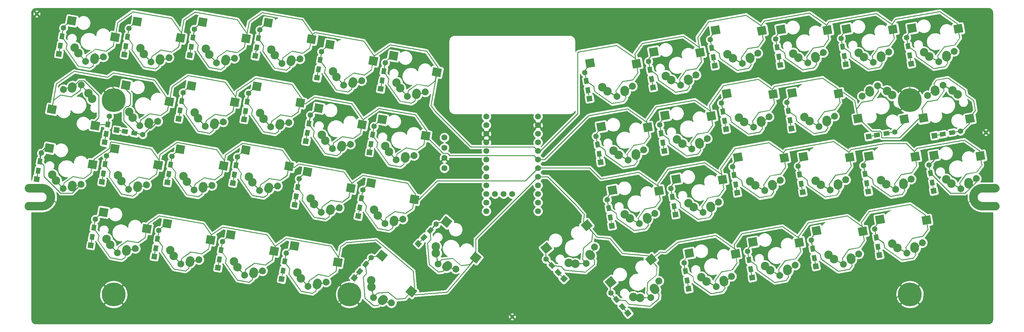
<source format=gbr>
G04 #@! TF.GenerationSoftware,KiCad,Pcbnew,(5.1.5-0-10_14)*
G04 #@! TF.CreationDate,2021-08-13T14:32:22-04:00*
G04 #@! TF.ProjectId,Laptreus-v3,4c617074-7265-4757-932d-76332e6b6963,rev?*
G04 #@! TF.SameCoordinates,Original*
G04 #@! TF.FileFunction,Copper,L1,Top*
G04 #@! TF.FilePolarity,Positive*
%FSLAX46Y46*%
G04 Gerber Fmt 4.6, Leading zero omitted, Abs format (unit mm)*
G04 Created by KiCad (PCBNEW (5.1.5-0-10_14)) date 2021-08-13 14:32:22*
%MOMM*%
%LPD*%
G04 APERTURE LIST*
%ADD10C,0.100000*%
%ADD11C,2.500000*%
%ADD12C,2.500000*%
%ADD13C,2.000000*%
%ADD14C,7.000000*%
%ADD15C,1.000000*%
%ADD16C,1.752600*%
%ADD17C,1.600000*%
%ADD18C,1.778000*%
%ADD19C,0.800000*%
%ADD20C,0.250000*%
%ADD21C,0.254000*%
G04 APERTURE END LIST*
G04 #@! TA.AperFunction,Conductor*
D10*
G36*
X284436633Y-86984401D02*
G01*
X284534745Y-86986542D01*
X284632175Y-86998289D01*
X284727984Y-87019530D01*
X284821250Y-87050058D01*
X284821252Y-87050059D01*
X284911075Y-87089582D01*
X284996594Y-87137721D01*
X285076981Y-87194009D01*
X285151465Y-87257905D01*
X285219327Y-87328794D01*
X285279913Y-87405994D01*
X285332641Y-87488761D01*
X285377003Y-87576297D01*
X285412572Y-87667760D01*
X285439002Y-87762269D01*
X285456044Y-87858914D01*
X285463531Y-87956762D01*
X285461389Y-88054874D01*
X285449642Y-88152304D01*
X285428402Y-88248113D01*
X285397873Y-88341380D01*
X285358350Y-88431203D01*
X285310211Y-88516722D01*
X285253923Y-88597109D01*
X285190027Y-88671593D01*
X285119138Y-88739455D01*
X285041938Y-88800041D01*
X284959171Y-88852769D01*
X284871635Y-88897131D01*
X284780172Y-88932700D01*
X284685663Y-88959130D01*
X284589018Y-88976172D01*
X284491170Y-88983659D01*
X284393058Y-88981517D01*
X284295628Y-88969770D01*
X284199819Y-88948530D01*
X284106552Y-88918001D01*
X284016729Y-88878478D01*
X283931210Y-88830339D01*
X283850823Y-88774051D01*
X283778747Y-88712221D01*
X283396669Y-89056309D01*
X283412365Y-89112434D01*
X283433667Y-89233241D01*
X283443025Y-89355552D01*
X283440348Y-89478192D01*
X283425664Y-89599979D01*
X283399114Y-89719741D01*
X283360953Y-89836323D01*
X283311548Y-89948604D01*
X283251376Y-90055501D01*
X283181016Y-90155986D01*
X283101145Y-90249090D01*
X283012533Y-90333918D01*
X282916034Y-90409651D01*
X282812575Y-90475561D01*
X282703155Y-90531013D01*
X282588827Y-90575473D01*
X282470691Y-90608512D01*
X282349885Y-90629814D01*
X282227574Y-90639172D01*
X282104934Y-90636495D01*
X281983147Y-90621811D01*
X281863385Y-90595262D01*
X281746803Y-90557100D01*
X281634522Y-90507695D01*
X281527624Y-90447523D01*
X281427140Y-90377163D01*
X281334036Y-90297292D01*
X281249208Y-90208680D01*
X281173475Y-90112181D01*
X281107565Y-90008722D01*
X281052113Y-89899302D01*
X281007652Y-89784974D01*
X280974613Y-89666838D01*
X280953312Y-89546032D01*
X280943954Y-89423721D01*
X280946630Y-89301081D01*
X280961314Y-89179294D01*
X280987864Y-89059532D01*
X281026026Y-88942950D01*
X281075431Y-88830669D01*
X281135602Y-88723771D01*
X281205962Y-88623287D01*
X281285833Y-88530183D01*
X281374445Y-88445355D01*
X281470945Y-88369622D01*
X281574403Y-88303712D01*
X281683823Y-88248260D01*
X281798152Y-88203799D01*
X281916287Y-88170760D01*
X282037094Y-88149459D01*
X282159405Y-88140101D01*
X282282045Y-88142777D01*
X282403832Y-88157461D01*
X282523594Y-88184011D01*
X282640176Y-88222173D01*
X282752456Y-88271578D01*
X282859354Y-88331749D01*
X282959839Y-88402109D01*
X283052943Y-88481981D01*
X283137771Y-88570593D01*
X283213504Y-88667092D01*
X283279414Y-88770550D01*
X283298524Y-88808260D01*
X283620185Y-88518579D01*
X283595161Y-88479298D01*
X283550800Y-88391762D01*
X283515231Y-88300299D01*
X283488800Y-88205791D01*
X283471759Y-88109146D01*
X283464272Y-88011297D01*
X283466414Y-87913185D01*
X283478161Y-87815755D01*
X283499401Y-87719946D01*
X283529930Y-87626680D01*
X283569453Y-87536856D01*
X283617592Y-87451337D01*
X283673880Y-87370950D01*
X283737776Y-87296466D01*
X283808665Y-87228604D01*
X283885865Y-87168018D01*
X283968632Y-87115290D01*
X284056168Y-87070928D01*
X284147631Y-87035359D01*
X284242139Y-87008929D01*
X284338784Y-86991888D01*
X284436633Y-86984401D01*
G37*
G04 #@! TD.AperFunction*
D11*
X277112573Y-89483350D03*
X275568949Y-88273011D03*
D12*
X282162673Y-89101278D02*
X282224307Y-89677994D01*
D13*
X279921889Y-91018847D03*
G04 #@! TA.AperFunction,SMDPad,CuDef*
D10*
G36*
X284638701Y-82784685D02*
G01*
X284204581Y-80322666D01*
X286715841Y-79879863D01*
X287149961Y-82341882D01*
X284638701Y-82784685D01*
G37*
G04 #@! TD.AperFunction*
D13*
X284463902Y-87984030D03*
G04 #@! TA.AperFunction,SMDPad,CuDef*
D10*
G36*
X270961818Y-82617105D02*
G01*
X270527698Y-80155086D01*
X273038958Y-79712283D01*
X273473078Y-82174302D01*
X270961818Y-82617105D01*
G37*
G04 #@! TD.AperFunction*
G04 #@! TA.AperFunction,Conductor*
G36*
X286447227Y-80171905D02*
G01*
X286456958Y-80173078D01*
X286466274Y-80176128D01*
X286468435Y-80177344D01*
X286488431Y-80173818D01*
X286835727Y-82143434D01*
X285924780Y-82304058D01*
X286226928Y-84017624D01*
X286226994Y-84018017D01*
X286227002Y-84018054D01*
X286227008Y-84018098D01*
X286227219Y-84019344D01*
X286227829Y-84024787D01*
X286228491Y-84030175D01*
X286228507Y-84030828D01*
X286228580Y-84031481D01*
X286228655Y-84036918D01*
X286228789Y-84042383D01*
X286228741Y-84043042D01*
X286228750Y-84043692D01*
X286228295Y-84049116D01*
X286227895Y-84054563D01*
X286227784Y-84055205D01*
X286227729Y-84055861D01*
X286226739Y-84061258D01*
X286225816Y-84066598D01*
X286225643Y-84067225D01*
X286225524Y-84067874D01*
X286224023Y-84073110D01*
X286222573Y-84078372D01*
X286222337Y-84078988D01*
X286222157Y-84079613D01*
X286220145Y-84084697D01*
X286218196Y-84089773D01*
X286217907Y-84090351D01*
X286217662Y-84090968D01*
X286215136Y-84095883D01*
X286212728Y-84100692D01*
X286212383Y-84101240D01*
X286212080Y-84101829D01*
X286209114Y-84106432D01*
X286206220Y-84111027D01*
X284746133Y-86196247D01*
X284745905Y-86196570D01*
X284745882Y-86196604D01*
X284745854Y-86196641D01*
X284745123Y-86197670D01*
X284741704Y-86201953D01*
X284738364Y-86206228D01*
X284737911Y-86206704D01*
X284737503Y-86207214D01*
X284733697Y-86211128D01*
X284729942Y-86215072D01*
X284729448Y-86215498D01*
X284728989Y-86215970D01*
X284724795Y-86219514D01*
X284720697Y-86223051D01*
X284720166Y-86223426D01*
X284719661Y-86223852D01*
X284715141Y-86226971D01*
X284710718Y-86230091D01*
X284710152Y-86230412D01*
X284709609Y-86230787D01*
X284704848Y-86233426D01*
X284700099Y-86236124D01*
X284699494Y-86236393D01*
X284698928Y-86236707D01*
X284693932Y-86238869D01*
X284688942Y-86241090D01*
X284688326Y-86241296D01*
X284687720Y-86241558D01*
X284682496Y-86243234D01*
X284677354Y-86244945D01*
X284676717Y-86245090D01*
X284676092Y-86245291D01*
X284670767Y-86246442D01*
X284665445Y-86247651D01*
X281565050Y-86794335D01*
X279758779Y-89373957D01*
X279916680Y-90269458D01*
X279975023Y-90270731D01*
X280048095Y-90279541D01*
X280119952Y-90295471D01*
X280189901Y-90318369D01*
X280257269Y-90348011D01*
X280321408Y-90384115D01*
X280381699Y-90426331D01*
X280437562Y-90474253D01*
X280488458Y-90527420D01*
X280533898Y-90585320D01*
X280573444Y-90647395D01*
X280606715Y-90713047D01*
X280633391Y-90781644D01*
X280653216Y-90852525D01*
X280665996Y-90925009D01*
X280671610Y-90998396D01*
X280670005Y-91071980D01*
X280661194Y-91145052D01*
X280645264Y-91216909D01*
X280622367Y-91286858D01*
X280592725Y-91354226D01*
X280556621Y-91418365D01*
X280514405Y-91478656D01*
X280466483Y-91534519D01*
X280413316Y-91585414D01*
X280355416Y-91630855D01*
X280293341Y-91670401D01*
X280227689Y-91703672D01*
X280159092Y-91730348D01*
X280088211Y-91750172D01*
X280015727Y-91762953D01*
X279942340Y-91768567D01*
X279868756Y-91766961D01*
X279795684Y-91758151D01*
X279723827Y-91742221D01*
X279653877Y-91719324D01*
X279586510Y-91689682D01*
X279522371Y-91653578D01*
X279462080Y-91611362D01*
X279406217Y-91563440D01*
X279355321Y-91510273D01*
X279309881Y-91452373D01*
X279270335Y-91390298D01*
X279237064Y-91324646D01*
X279210388Y-91256049D01*
X279190563Y-91185168D01*
X279177782Y-91112684D01*
X279172169Y-91039297D01*
X279173774Y-90965713D01*
X279182584Y-90892641D01*
X279198515Y-90820784D01*
X279205836Y-90798415D01*
X277796643Y-90028188D01*
X277747933Y-90084969D01*
X277685905Y-90144348D01*
X277618355Y-90197362D01*
X277545935Y-90243498D01*
X277469340Y-90282314D01*
X277389310Y-90313436D01*
X277306615Y-90336565D01*
X277222051Y-90351475D01*
X277136433Y-90358025D01*
X277050584Y-90356152D01*
X276965333Y-90345874D01*
X276881500Y-90327289D01*
X276799893Y-90300576D01*
X276721297Y-90265993D01*
X276646469Y-90223872D01*
X276576129Y-90174620D01*
X276510956Y-90118711D01*
X276451577Y-90056682D01*
X276398563Y-89989133D01*
X276352427Y-89916712D01*
X276313611Y-89840118D01*
X276282489Y-89760087D01*
X276259360Y-89677392D01*
X276244450Y-89592829D01*
X276237900Y-89507210D01*
X276239773Y-89421362D01*
X276250051Y-89336111D01*
X276268636Y-89252278D01*
X276295349Y-89170671D01*
X276329932Y-89092074D01*
X276354747Y-89047990D01*
X276220132Y-88942440D01*
X276181594Y-88979333D01*
X276109413Y-89035982D01*
X276032026Y-89085283D01*
X275950179Y-89126761D01*
X275864662Y-89160017D01*
X275776296Y-89184731D01*
X275685934Y-89200664D01*
X275594444Y-89207663D01*
X275502710Y-89205661D01*
X275411613Y-89194678D01*
X275322031Y-89174818D01*
X275234828Y-89146273D01*
X275150842Y-89109319D01*
X275070882Y-89064310D01*
X274995720Y-89011681D01*
X274926078Y-88951938D01*
X274862627Y-88885656D01*
X274805978Y-88813474D01*
X274756677Y-88736088D01*
X274715200Y-88654241D01*
X274681944Y-88568724D01*
X274657229Y-88480358D01*
X274641296Y-88389996D01*
X274634297Y-88298506D01*
X274636299Y-88206772D01*
X274647282Y-88115675D01*
X274667142Y-88026093D01*
X274695687Y-87938889D01*
X274732641Y-87854903D01*
X274777650Y-87774944D01*
X274830279Y-87699782D01*
X274890022Y-87630140D01*
X274956304Y-87566689D01*
X275028486Y-87510040D01*
X275105873Y-87460739D01*
X275187719Y-87419262D01*
X275273237Y-87386005D01*
X275361603Y-87361291D01*
X275451965Y-87345358D01*
X275543454Y-87338359D01*
X275635189Y-87340361D01*
X275726286Y-87351344D01*
X275815867Y-87371204D01*
X275903071Y-87399749D01*
X275987057Y-87436703D01*
X276067016Y-87481712D01*
X276142178Y-87534341D01*
X276211820Y-87594084D01*
X276275271Y-87660366D01*
X276331920Y-87732548D01*
X276381221Y-87809934D01*
X276422699Y-87891781D01*
X276455955Y-87977299D01*
X276480669Y-88065665D01*
X276496602Y-88156027D01*
X276503602Y-88247516D01*
X276501600Y-88339250D01*
X276490617Y-88430347D01*
X276470757Y-88519929D01*
X276442212Y-88607133D01*
X276405257Y-88691119D01*
X276374487Y-88745782D01*
X276509031Y-88851276D01*
X276539243Y-88822354D01*
X276606792Y-88769341D01*
X276679213Y-88723204D01*
X276755807Y-88684388D01*
X276835838Y-88653266D01*
X276918533Y-88630138D01*
X277003096Y-88615227D01*
X277088715Y-88608677D01*
X277174563Y-88610550D01*
X277259814Y-88620829D01*
X277343647Y-88639413D01*
X277425254Y-88666126D01*
X277503851Y-88700710D01*
X277578679Y-88742831D01*
X277649018Y-88792083D01*
X277714192Y-88847992D01*
X277773571Y-88910020D01*
X277826584Y-88977570D01*
X277872721Y-89049990D01*
X277911537Y-89126585D01*
X277942659Y-89206615D01*
X277965787Y-89289310D01*
X277980698Y-89373874D01*
X277987248Y-89459492D01*
X277985375Y-89545341D01*
X277975096Y-89630592D01*
X277956511Y-89714425D01*
X277940059Y-89764688D01*
X279349806Y-90535218D01*
X279377296Y-90503174D01*
X279430463Y-90452278D01*
X279488363Y-90406838D01*
X279550438Y-90367292D01*
X279616090Y-90334021D01*
X279670478Y-90312870D01*
X279503587Y-89366379D01*
X279503520Y-89365987D01*
X279503512Y-89365950D01*
X279503506Y-89365906D01*
X279503295Y-89364659D01*
X279502685Y-89359214D01*
X279502023Y-89353828D01*
X279502008Y-89353175D01*
X279501934Y-89352522D01*
X279501859Y-89347085D01*
X279501725Y-89341619D01*
X279501773Y-89340961D01*
X279501764Y-89340311D01*
X279502219Y-89334887D01*
X279502619Y-89329440D01*
X279502731Y-89328798D01*
X279502785Y-89328141D01*
X279503775Y-89322744D01*
X279504698Y-89317405D01*
X279504871Y-89316778D01*
X279504990Y-89316129D01*
X279506492Y-89310893D01*
X279507941Y-89305631D01*
X279508177Y-89305015D01*
X279508357Y-89304390D01*
X279510353Y-89299348D01*
X279512318Y-89294230D01*
X279512611Y-89293644D01*
X279512852Y-89293035D01*
X279515363Y-89288150D01*
X279517787Y-89283310D01*
X279518131Y-89282764D01*
X279518434Y-89282174D01*
X279521419Y-89277541D01*
X279524294Y-89272976D01*
X281389961Y-86608528D01*
X281390971Y-86607105D01*
X281398591Y-86597561D01*
X281407105Y-86588806D01*
X281416433Y-86580923D01*
X281426485Y-86573988D01*
X281437166Y-86568068D01*
X281448374Y-86563217D01*
X281460002Y-86559484D01*
X281471939Y-86556903D01*
X281482927Y-86555633D01*
X281483360Y-86555488D01*
X281495269Y-86552782D01*
X284571044Y-86010440D01*
X285971735Y-84010045D01*
X285678578Y-82347470D01*
X284866111Y-82490730D01*
X284518815Y-80521114D01*
X284538811Y-80517589D01*
X284540425Y-80515707D01*
X284548137Y-80509655D01*
X284556879Y-80505224D01*
X284566319Y-80502584D01*
X286437454Y-80172652D01*
X286447227Y-80171905D01*
G37*
G04 #@! TD.AperFunction*
G04 #@! TA.AperFunction,Conductor*
G36*
X20751354Y-88740471D02*
G01*
X20842817Y-88776040D01*
X20930353Y-88820401D01*
X21013120Y-88873130D01*
X21090320Y-88933716D01*
X21090321Y-88933717D01*
X21161210Y-89001579D01*
X21225106Y-89076063D01*
X21281394Y-89156450D01*
X21329533Y-89241969D01*
X21369056Y-89331792D01*
X21399585Y-89425059D01*
X21420825Y-89520868D01*
X21432572Y-89618298D01*
X21434714Y-89716410D01*
X21427227Y-89814258D01*
X21410185Y-89910903D01*
X21383755Y-90005412D01*
X21348186Y-90096875D01*
X21303824Y-90184411D01*
X21251096Y-90267178D01*
X21190510Y-90344378D01*
X21122648Y-90415267D01*
X21048164Y-90479163D01*
X20967777Y-90535451D01*
X20882258Y-90583590D01*
X20792435Y-90623113D01*
X20699168Y-90653642D01*
X20603359Y-90674882D01*
X20505929Y-90686629D01*
X20407817Y-90688771D01*
X20309969Y-90681284D01*
X20213324Y-90664242D01*
X20118815Y-90637812D01*
X20027352Y-90602243D01*
X19939816Y-90557881D01*
X19857049Y-90505153D01*
X19779849Y-90444567D01*
X19708960Y-90376705D01*
X19645064Y-90302221D01*
X19588776Y-90221834D01*
X19542194Y-90139081D01*
X19065473Y-90331740D01*
X19061027Y-90389849D01*
X19039725Y-90510655D01*
X19006686Y-90628791D01*
X18962226Y-90743119D01*
X18906774Y-90852539D01*
X18840864Y-90955998D01*
X18765131Y-91052497D01*
X18680303Y-91141109D01*
X18587199Y-91220980D01*
X18486714Y-91291340D01*
X18379816Y-91351511D01*
X18267535Y-91400917D01*
X18150954Y-91439078D01*
X18031192Y-91465628D01*
X17909405Y-91480312D01*
X17786765Y-91482989D01*
X17664454Y-91473630D01*
X17543647Y-91452329D01*
X17425512Y-91419290D01*
X17311183Y-91374830D01*
X17201763Y-91319377D01*
X17098304Y-91253468D01*
X17001805Y-91177734D01*
X16913193Y-91092906D01*
X16833322Y-90999802D01*
X16762962Y-90899318D01*
X16702791Y-90792420D01*
X16653386Y-90680139D01*
X16615224Y-90563557D01*
X16588674Y-90443796D01*
X16573990Y-90322009D01*
X16571314Y-90199369D01*
X16580672Y-90077058D01*
X16601973Y-89956251D01*
X16635012Y-89838116D01*
X16679473Y-89723787D01*
X16734925Y-89614367D01*
X16800835Y-89510908D01*
X16876568Y-89414409D01*
X16961396Y-89325797D01*
X17054500Y-89245926D01*
X17154984Y-89175566D01*
X17261882Y-89115395D01*
X17374163Y-89065989D01*
X17490745Y-89027828D01*
X17610507Y-89001278D01*
X17732294Y-88986594D01*
X17854934Y-88983917D01*
X17977245Y-88993276D01*
X18098051Y-89014577D01*
X18216187Y-89047616D01*
X18330515Y-89092077D01*
X18439935Y-89147529D01*
X18543394Y-89213438D01*
X18639893Y-89289172D01*
X18728505Y-89374000D01*
X18808376Y-89467104D01*
X18878736Y-89567588D01*
X18938908Y-89674486D01*
X18988313Y-89786767D01*
X19026474Y-89903349D01*
X19053024Y-90023110D01*
X19058085Y-90065082D01*
X19459424Y-89902886D01*
X19449344Y-89857415D01*
X19437597Y-89759985D01*
X19435456Y-89661873D01*
X19442943Y-89564024D01*
X19459984Y-89467379D01*
X19486414Y-89372871D01*
X19521983Y-89281408D01*
X19566345Y-89193872D01*
X19619073Y-89111105D01*
X19679659Y-89033905D01*
X19747521Y-88963016D01*
X19822005Y-88899120D01*
X19902392Y-88842832D01*
X19987911Y-88794693D01*
X20077735Y-88755170D01*
X20171001Y-88724641D01*
X20266810Y-88703401D01*
X20364240Y-88691654D01*
X20462352Y-88689512D01*
X20560201Y-88696999D01*
X20656846Y-88714040D01*
X20751354Y-88740471D01*
G37*
G04 #@! TD.AperFunction*
D11*
X13014297Y-88583741D03*
X11977725Y-86918443D03*
D12*
X17890516Y-89951946D02*
X17751184Y-90514962D01*
D13*
X15129020Y-90987478D03*
G04 #@! TA.AperFunction,SMDPad,CuDef*
D10*
G36*
X22377622Y-84863141D02*
G01*
X22811742Y-82401122D01*
X25323002Y-82843925D01*
X24888882Y-85305944D01*
X22377622Y-84863141D01*
G37*
G04 #@! TD.AperFunction*
D13*
X20435085Y-89689142D03*
G04 #@! TA.AperFunction,SMDPad,CuDef*
D10*
G36*
X9582873Y-80027898D02*
G01*
X10016993Y-77565879D01*
X12528253Y-78008682D01*
X12094133Y-80470701D01*
X9582873Y-80027898D01*
G37*
G04 #@! TD.AperFunction*
G04 #@! TA.AperFunction,Conductor*
G36*
X24970704Y-83026483D02*
G01*
X24979446Y-83030914D01*
X24987158Y-83036966D01*
X24988772Y-83038848D01*
X25008768Y-83042373D01*
X24661472Y-85011989D01*
X23750524Y-84851364D01*
X23448377Y-86564930D01*
X23448304Y-86565322D01*
X23448300Y-86565360D01*
X23448290Y-86565403D01*
X23448062Y-86566646D01*
X23446774Y-86571969D01*
X23445553Y-86577259D01*
X23445344Y-86577878D01*
X23445190Y-86578517D01*
X23443401Y-86583651D01*
X23441658Y-86588833D01*
X23441387Y-86589435D01*
X23441173Y-86590050D01*
X23438891Y-86594990D01*
X23436651Y-86599972D01*
X23436327Y-86600537D01*
X23436051Y-86601136D01*
X23433275Y-86605868D01*
X23430582Y-86610570D01*
X23430205Y-86611101D01*
X23429871Y-86611670D01*
X23426669Y-86616076D01*
X23423508Y-86620525D01*
X23423075Y-86621023D01*
X23422693Y-86621549D01*
X23419062Y-86625639D01*
X23415495Y-86629742D01*
X23415025Y-86630186D01*
X23414584Y-86630682D01*
X23410530Y-86634437D01*
X23406622Y-86638132D01*
X23406111Y-86638529D01*
X23405625Y-86638979D01*
X23401263Y-86642290D01*
X23396972Y-86645618D01*
X21311752Y-88105705D01*
X21311427Y-88105930D01*
X21311394Y-88105954D01*
X21311355Y-88105979D01*
X21310316Y-88106696D01*
X21305638Y-88109551D01*
X21301038Y-88112426D01*
X21300449Y-88112719D01*
X21299891Y-88113059D01*
X21294976Y-88115434D01*
X21290099Y-88117856D01*
X21289489Y-88118088D01*
X21288896Y-88118374D01*
X21283743Y-88120270D01*
X21278682Y-88122193D01*
X21278055Y-88122363D01*
X21277435Y-88122591D01*
X21272121Y-88123975D01*
X21266897Y-88125395D01*
X21266256Y-88125503D01*
X21265617Y-88125670D01*
X21260240Y-88126521D01*
X21254855Y-88127432D01*
X21254194Y-88127478D01*
X21253555Y-88127579D01*
X21248121Y-88127903D01*
X21242673Y-88128283D01*
X21242024Y-88128265D01*
X21241364Y-88128304D01*
X21235882Y-88128093D01*
X21230465Y-88127942D01*
X21229817Y-88127860D01*
X21229161Y-88127835D01*
X21223763Y-88127096D01*
X21218349Y-88126412D01*
X18117954Y-87579729D01*
X15538332Y-89385999D01*
X15380431Y-90281501D01*
X15434819Y-90302652D01*
X15500471Y-90335922D01*
X15562546Y-90375468D01*
X15620446Y-90420909D01*
X15673613Y-90471804D01*
X15721535Y-90527668D01*
X15763751Y-90587959D01*
X15799855Y-90652097D01*
X15829497Y-90719465D01*
X15852394Y-90789415D01*
X15868325Y-90861272D01*
X15877135Y-90934344D01*
X15878740Y-91007927D01*
X15873127Y-91081315D01*
X15860346Y-91153798D01*
X15840521Y-91224680D01*
X15813845Y-91293277D01*
X15780574Y-91358929D01*
X15741028Y-91421004D01*
X15695588Y-91478904D01*
X15644692Y-91532070D01*
X15588829Y-91579993D01*
X15528538Y-91622209D01*
X15464399Y-91658313D01*
X15397032Y-91687955D01*
X15327082Y-91710852D01*
X15255225Y-91726782D01*
X15182153Y-91735592D01*
X15108569Y-91737198D01*
X15035182Y-91731584D01*
X14962698Y-91718803D01*
X14891817Y-91698979D01*
X14823220Y-91672303D01*
X14757568Y-91639032D01*
X14695493Y-91599486D01*
X14637593Y-91554045D01*
X14584426Y-91503150D01*
X14536504Y-91447286D01*
X14494288Y-91386996D01*
X14458184Y-91322857D01*
X14428542Y-91255489D01*
X14405645Y-91185539D01*
X14389715Y-91113682D01*
X14380905Y-91040611D01*
X14379299Y-90967027D01*
X14384913Y-90893640D01*
X14397693Y-90821156D01*
X14417518Y-90750275D01*
X14444194Y-90681678D01*
X14477465Y-90616026D01*
X14517011Y-90553951D01*
X14531542Y-90535435D01*
X13470766Y-89329686D01*
X13405574Y-89366383D01*
X13326977Y-89400966D01*
X13245370Y-89427679D01*
X13161537Y-89446264D01*
X13076286Y-89456542D01*
X12990437Y-89458415D01*
X12904819Y-89451865D01*
X12820256Y-89436955D01*
X12737561Y-89413826D01*
X12657530Y-89382704D01*
X12580936Y-89343888D01*
X12508515Y-89297752D01*
X12440965Y-89244738D01*
X12378937Y-89185359D01*
X12323028Y-89120185D01*
X12273776Y-89049846D01*
X12231655Y-88975018D01*
X12197072Y-88896422D01*
X12170359Y-88814814D01*
X12151774Y-88730982D01*
X12141495Y-88645731D01*
X12139622Y-88559882D01*
X12146172Y-88474264D01*
X12161083Y-88389700D01*
X12184211Y-88307005D01*
X12215333Y-88226975D01*
X12254150Y-88150380D01*
X12300286Y-88077960D01*
X12353299Y-88010410D01*
X12412679Y-87948382D01*
X12451075Y-87915444D01*
X12360678Y-87770218D01*
X12311846Y-87791705D01*
X12224643Y-87820250D01*
X12135061Y-87840110D01*
X12043964Y-87851093D01*
X11952230Y-87853095D01*
X11860740Y-87846096D01*
X11770378Y-87830162D01*
X11682012Y-87805448D01*
X11596495Y-87772192D01*
X11514648Y-87730715D01*
X11437261Y-87681413D01*
X11365080Y-87624765D01*
X11298798Y-87561314D01*
X11239055Y-87491672D01*
X11186426Y-87416510D01*
X11141417Y-87336550D01*
X11104462Y-87252564D01*
X11075917Y-87165361D01*
X11056057Y-87075779D01*
X11045074Y-86984682D01*
X11043072Y-86892948D01*
X11050072Y-86801458D01*
X11066005Y-86711096D01*
X11090719Y-86622730D01*
X11123975Y-86537213D01*
X11165453Y-86455366D01*
X11214754Y-86377979D01*
X11271403Y-86305798D01*
X11334853Y-86239516D01*
X11404496Y-86179773D01*
X11479658Y-86127144D01*
X11559617Y-86082135D01*
X11643603Y-86045180D01*
X11730807Y-86016635D01*
X11820388Y-85996775D01*
X11911485Y-85985792D01*
X12003220Y-85983790D01*
X12094709Y-85990790D01*
X12185071Y-86006723D01*
X12273437Y-86031437D01*
X12358955Y-86064693D01*
X12440801Y-86106171D01*
X12518188Y-86155472D01*
X12590370Y-86212121D01*
X12656652Y-86275571D01*
X12716395Y-86345214D01*
X12769024Y-86420376D01*
X12814033Y-86500335D01*
X12850987Y-86584321D01*
X12879532Y-86671525D01*
X12899392Y-86761106D01*
X12910375Y-86852203D01*
X12912377Y-86943938D01*
X12905378Y-87035427D01*
X12889444Y-87125789D01*
X12864730Y-87214155D01*
X12831474Y-87299673D01*
X12789997Y-87381519D01*
X12740696Y-87458906D01*
X12684047Y-87531088D01*
X12620596Y-87597370D01*
X12572985Y-87638213D01*
X12663334Y-87783361D01*
X12701616Y-87766516D01*
X12783223Y-87739803D01*
X12867056Y-87721218D01*
X12952307Y-87710940D01*
X13038156Y-87709067D01*
X13123774Y-87715617D01*
X13208337Y-87730528D01*
X13291033Y-87753656D01*
X13371063Y-87784778D01*
X13447657Y-87823594D01*
X13520078Y-87869731D01*
X13587628Y-87922744D01*
X13649656Y-87982123D01*
X13705565Y-88047297D01*
X13754817Y-88117636D01*
X13796938Y-88192464D01*
X13831521Y-88271060D01*
X13858234Y-88352668D01*
X13876819Y-88436501D01*
X13887098Y-88521752D01*
X13888971Y-88607600D01*
X13882421Y-88693219D01*
X13867510Y-88777782D01*
X13844382Y-88860477D01*
X13813260Y-88940508D01*
X13774444Y-89017102D01*
X13728307Y-89089523D01*
X13695655Y-89131128D01*
X14756848Y-90337351D01*
X14793640Y-90316642D01*
X14861008Y-90286999D01*
X14930957Y-90264102D01*
X15002814Y-90248172D01*
X15075886Y-90239362D01*
X15134229Y-90238089D01*
X15301121Y-89291598D01*
X15301193Y-89291206D01*
X15301197Y-89291169D01*
X15301207Y-89291126D01*
X15301435Y-89289881D01*
X15302724Y-89284556D01*
X15303944Y-89279269D01*
X15304153Y-89278650D01*
X15304307Y-89278011D01*
X15306096Y-89272876D01*
X15307839Y-89267694D01*
X15308110Y-89267092D01*
X15308324Y-89266478D01*
X15310607Y-89261537D01*
X15312846Y-89256556D01*
X15313170Y-89255990D01*
X15313446Y-89255392D01*
X15316222Y-89250659D01*
X15318915Y-89245958D01*
X15319292Y-89245427D01*
X15319626Y-89244858D01*
X15322828Y-89240451D01*
X15325989Y-89236003D01*
X15326422Y-89235504D01*
X15326805Y-89234979D01*
X15330404Y-89230923D01*
X15334002Y-89226786D01*
X15334478Y-89226336D01*
X15334913Y-89225846D01*
X15338943Y-89222114D01*
X15342875Y-89218395D01*
X15343386Y-89218000D01*
X15343873Y-89217549D01*
X15348262Y-89214216D01*
X15352525Y-89210910D01*
X18016973Y-87345243D01*
X18018409Y-87344252D01*
X18028834Y-87337889D01*
X18039828Y-87332575D01*
X18051290Y-87328357D01*
X18063108Y-87325278D01*
X18075170Y-87323369D01*
X18087361Y-87322644D01*
X18099564Y-87323113D01*
X18111664Y-87324770D01*
X18122424Y-87327335D01*
X18122880Y-87327347D01*
X18134996Y-87328877D01*
X21210772Y-87871219D01*
X23211166Y-86470527D01*
X23504322Y-84807952D01*
X22691856Y-84664693D01*
X23039152Y-82695077D01*
X23059148Y-82698603D01*
X23061309Y-82697387D01*
X23070625Y-82694337D01*
X23080356Y-82693164D01*
X23090129Y-82693911D01*
X24961264Y-83023843D01*
X24970704Y-83026483D01*
G37*
G04 #@! TD.AperFunction*
D14*
X264876656Y-122211308D03*
D15*
X266076656Y-119911308D03*
X263676656Y-119911308D03*
X263676656Y-124511308D03*
X266076656Y-124511308D03*
X264876656Y-124511308D03*
X264876656Y-119911308D03*
D14*
X30026656Y-122211308D03*
D15*
X31226656Y-119911308D03*
X28826656Y-119911308D03*
X28826656Y-124511308D03*
X31226656Y-124511308D03*
X30026656Y-124511308D03*
X30026656Y-119911308D03*
D14*
X264876656Y-64911308D03*
X99576656Y-122211308D03*
X30026656Y-64911308D03*
D15*
X264876656Y-62611308D03*
X267176656Y-64911308D03*
X262576656Y-64911308D03*
X264876656Y-67211308D03*
X266503002Y-63284962D03*
X263250310Y-63284962D03*
X266503002Y-66537654D03*
X263250310Y-66537654D03*
X30026656Y-62611308D03*
X30026656Y-67211308D03*
X28826656Y-67211308D03*
X31226656Y-67211308D03*
X31226656Y-62611308D03*
X28826656Y-62594308D03*
X99576656Y-119911308D03*
X99576656Y-124511308D03*
X98376656Y-119911308D03*
X100776656Y-119911308D03*
X100776656Y-124511308D03*
X98376656Y-124511308D03*
X286276656Y-90911308D03*
X286276656Y-96111308D03*
X284438178Y-91672830D03*
X284438178Y-95349786D03*
X288318691Y-90911308D03*
X288318691Y-96111308D03*
X10715134Y-91672830D03*
X8876656Y-90911308D03*
X6834621Y-90911308D03*
X6834621Y-96111308D03*
X8876656Y-96111308D03*
X10715134Y-95349786D03*
G04 #@! TA.AperFunction,ComponentPad*
D10*
G36*
X8894122Y-89609530D02*
G01*
X8915914Y-89610901D01*
X8937765Y-89610901D01*
X9196452Y-89623553D01*
X9213891Y-89624529D01*
X9265927Y-89630366D01*
X9318085Y-89635480D01*
X9574300Y-89673314D01*
X9574306Y-89673315D01*
X9574313Y-89673316D01*
X9591564Y-89675987D01*
X9642803Y-89686878D01*
X9694195Y-89697054D01*
X9945474Y-89759705D01*
X9945498Y-89759710D01*
X9945526Y-89759718D01*
X9962415Y-89764054D01*
X10012332Y-89779889D01*
X10062498Y-89795035D01*
X10306488Y-89881916D01*
X10322902Y-89887890D01*
X10371070Y-89908535D01*
X10419482Y-89928489D01*
X10653829Y-90038764D01*
X10669581Y-90046311D01*
X10715497Y-90071553D01*
X10761742Y-90096142D01*
X10984209Y-90228759D01*
X10999149Y-90237807D01*
X11042388Y-90267413D01*
X11086007Y-90296394D01*
X11294463Y-90450081D01*
X11294470Y-90450086D01*
X11294472Y-90450088D01*
X11308458Y-90460551D01*
X11348597Y-90494231D01*
X11389181Y-90527331D01*
X11581650Y-90700629D01*
X11581657Y-90700635D01*
X11581665Y-90700643D01*
X11594551Y-90712410D01*
X11631176Y-90749811D01*
X11668378Y-90786754D01*
X11843010Y-90978001D01*
X11843020Y-90978011D01*
X11843030Y-90978023D01*
X11854707Y-90990992D01*
X11887496Y-91031774D01*
X11920924Y-91072181D01*
X12076069Y-91279569D01*
X12086434Y-91293627D01*
X12115119Y-91337462D01*
X12144411Y-91380890D01*
X12278578Y-91602426D01*
X12287521Y-91617429D01*
X12311786Y-91663843D01*
X12336707Y-91709934D01*
X12448608Y-91943490D01*
X12448617Y-91943506D01*
X12448625Y-91943526D01*
X12456053Y-91959310D01*
X12475670Y-92007865D01*
X12495977Y-92056174D01*
X12584559Y-92299550D01*
X12590418Y-92316005D01*
X12605198Y-92366224D01*
X12620700Y-92416301D01*
X12685110Y-92667160D01*
X12689335Y-92684107D01*
X12699154Y-92735579D01*
X12709685Y-92786882D01*
X12749308Y-93042830D01*
X12751860Y-93060109D01*
X12756608Y-93112279D01*
X12762084Y-93164381D01*
X12776541Y-93422974D01*
X12777394Y-93440420D01*
X12777226Y-93464432D01*
X12778483Y-93488407D01*
X12778548Y-93506914D01*
X12778488Y-93524381D01*
X12777063Y-93548374D01*
X12777063Y-93572417D01*
X12764411Y-93831104D01*
X12763435Y-93848543D01*
X12757599Y-93900576D01*
X12752484Y-93952737D01*
X12714649Y-94208956D01*
X12711977Y-94226217D01*
X12701084Y-94277463D01*
X12690910Y-94328847D01*
X12628258Y-94580131D01*
X12628254Y-94580150D01*
X12628247Y-94580172D01*
X12623910Y-94597067D01*
X12608073Y-94646993D01*
X12592929Y-94697150D01*
X12506048Y-94941140D01*
X12500074Y-94957553D01*
X12479441Y-95005693D01*
X12459475Y-95054135D01*
X12349200Y-95288481D01*
X12341653Y-95304233D01*
X12316411Y-95350149D01*
X12291822Y-95396394D01*
X12159205Y-95618861D01*
X12150157Y-95633801D01*
X12120573Y-95677007D01*
X12091570Y-95720660D01*
X11937883Y-95929115D01*
X11937878Y-95929122D01*
X11937876Y-95929124D01*
X11927413Y-95943110D01*
X11893750Y-95983229D01*
X11860633Y-96023834D01*
X11687344Y-96216290D01*
X11687329Y-96216309D01*
X11687309Y-96216330D01*
X11675554Y-96229204D01*
X11638117Y-96265865D01*
X11601210Y-96303030D01*
X11409963Y-96477662D01*
X11409953Y-96477672D01*
X11409941Y-96477682D01*
X11396972Y-96489359D01*
X11356166Y-96522168D01*
X11315783Y-96555575D01*
X11108396Y-96710721D01*
X11094337Y-96721085D01*
X11050516Y-96749761D01*
X11007074Y-96779063D01*
X10785538Y-96913230D01*
X10770535Y-96922173D01*
X10724121Y-96946438D01*
X10678030Y-96971359D01*
X10444465Y-97083264D01*
X10444457Y-97083269D01*
X10444446Y-97083273D01*
X10428654Y-97090705D01*
X10380097Y-97110324D01*
X10331790Y-97130630D01*
X10088420Y-97219208D01*
X10088414Y-97219211D01*
X10088406Y-97219213D01*
X10071959Y-97225071D01*
X10021683Y-97239868D01*
X9971663Y-97255352D01*
X9720804Y-97319762D01*
X9703857Y-97323987D01*
X9652393Y-97333805D01*
X9601083Y-97344337D01*
X9345142Y-97383959D01*
X9345131Y-97383961D01*
X9345118Y-97383962D01*
X9327855Y-97386512D01*
X9275688Y-97391260D01*
X9223583Y-97396736D01*
X8964990Y-97411193D01*
X8947544Y-97412046D01*
X8923531Y-97411878D01*
X8899556Y-97413135D01*
X8881050Y-97413200D01*
X8877097Y-97413186D01*
X8876656Y-97413208D01*
X5026656Y-97413208D01*
X5009190Y-97413086D01*
X4887214Y-97405412D01*
X4766569Y-97385872D01*
X4648406Y-97354652D01*
X4533854Y-97312050D01*
X4424006Y-97258474D01*
X4319911Y-97194434D01*
X4222561Y-97120541D01*
X4132886Y-97037502D01*
X4051743Y-96946108D01*
X3979906Y-96847232D01*
X3918060Y-96741818D01*
X3866795Y-96630872D01*
X3826602Y-96515453D01*
X3797864Y-96396663D01*
X3780854Y-96275635D01*
X3775736Y-96153525D01*
X3782559Y-96031498D01*
X3801256Y-95910720D01*
X3831651Y-95792342D01*
X3873451Y-95677495D01*
X3926260Y-95567276D01*
X3989571Y-95462736D01*
X4062782Y-95364872D01*
X4145194Y-95274620D01*
X4236019Y-95192841D01*
X4334391Y-95120315D01*
X4439371Y-95057735D01*
X4549956Y-95005697D01*
X4665092Y-94964699D01*
X4783679Y-94935132D01*
X4904585Y-94917278D01*
X5026656Y-94911308D01*
X8859053Y-94911308D01*
X9022847Y-94902151D01*
X9157859Y-94881250D01*
X9290210Y-94847268D01*
X9418598Y-94800538D01*
X9541816Y-94741502D01*
X9658688Y-94670722D01*
X9768099Y-94588872D01*
X9868997Y-94496740D01*
X9960422Y-94395202D01*
X10041499Y-94285231D01*
X10111463Y-94167865D01*
X10169636Y-94044241D01*
X10215473Y-93915516D01*
X10248526Y-93782947D01*
X10268485Y-93647786D01*
X10275399Y-93506427D01*
X10267499Y-93365118D01*
X10246598Y-93230105D01*
X10212617Y-93097760D01*
X10165886Y-92969367D01*
X10106850Y-92846148D01*
X10036067Y-92729272D01*
X9954218Y-92619863D01*
X9862091Y-92518970D01*
X9760556Y-92427548D01*
X9650578Y-92346464D01*
X9533216Y-92276502D01*
X9409588Y-92218327D01*
X9280864Y-92172491D01*
X9148293Y-92139437D01*
X9013134Y-92119479D01*
X8846073Y-92111308D01*
X5076656Y-92111308D01*
X5059190Y-92111186D01*
X4937214Y-92103512D01*
X4816569Y-92083972D01*
X4698406Y-92052752D01*
X4583854Y-92010150D01*
X4474006Y-91956574D01*
X4369911Y-91892534D01*
X4272561Y-91818641D01*
X4182886Y-91735602D01*
X4101743Y-91644208D01*
X4029906Y-91545332D01*
X3968060Y-91439918D01*
X3916795Y-91328972D01*
X3876602Y-91213553D01*
X3847864Y-91094763D01*
X3830854Y-90973735D01*
X3825736Y-90851625D01*
X3832559Y-90729598D01*
X3851256Y-90608820D01*
X3881651Y-90490442D01*
X3923451Y-90375595D01*
X3976260Y-90265376D01*
X4039571Y-90160836D01*
X4112782Y-90062972D01*
X4195194Y-89972720D01*
X4286019Y-89890941D01*
X4384391Y-89818415D01*
X4489371Y-89755835D01*
X4599956Y-89703797D01*
X4715092Y-89662799D01*
X4833679Y-89633232D01*
X4954585Y-89615378D01*
X5076656Y-89609408D01*
X8876656Y-89609408D01*
X8894122Y-89609530D01*
G37*
G04 #@! TD.AperFunction*
G04 #@! TA.AperFunction,ComponentPad*
G36*
X290094122Y-89609530D02*
G01*
X290216098Y-89617204D01*
X290336743Y-89636744D01*
X290454906Y-89667964D01*
X290569458Y-89710566D01*
X290679306Y-89764142D01*
X290783401Y-89828182D01*
X290880751Y-89902075D01*
X290970426Y-89985114D01*
X291051569Y-90076508D01*
X291123406Y-90175384D01*
X291185252Y-90280798D01*
X291236517Y-90391744D01*
X291276710Y-90507163D01*
X291305448Y-90625953D01*
X291322458Y-90746981D01*
X291327576Y-90869091D01*
X291320753Y-90991118D01*
X291302056Y-91111896D01*
X291271661Y-91230274D01*
X291229861Y-91345121D01*
X291177052Y-91455340D01*
X291113741Y-91559880D01*
X291040530Y-91657744D01*
X290958118Y-91747996D01*
X290867293Y-91829775D01*
X290768921Y-91902301D01*
X290663941Y-91964881D01*
X290553356Y-92016919D01*
X290438220Y-92057917D01*
X290319633Y-92087484D01*
X290198727Y-92105338D01*
X290076656Y-92111308D01*
X286294259Y-92111308D01*
X286130466Y-92120465D01*
X285995453Y-92141366D01*
X285863108Y-92175347D01*
X285734715Y-92222078D01*
X285611496Y-92281114D01*
X285494620Y-92351897D01*
X285385211Y-92433746D01*
X285284318Y-92525873D01*
X285192896Y-92627408D01*
X285111812Y-92737386D01*
X285041850Y-92854748D01*
X284983675Y-92978376D01*
X284937839Y-93107100D01*
X284904785Y-93239671D01*
X284884827Y-93374830D01*
X284877913Y-93516189D01*
X284885813Y-93657499D01*
X284906714Y-93792511D01*
X284940696Y-93924862D01*
X284987426Y-94053250D01*
X285046462Y-94176468D01*
X285117242Y-94293340D01*
X285199092Y-94402751D01*
X285291224Y-94503649D01*
X285392762Y-94595074D01*
X285502733Y-94676151D01*
X285620099Y-94746115D01*
X285743723Y-94804288D01*
X285872448Y-94850125D01*
X286005017Y-94883178D01*
X286140178Y-94903137D01*
X286307239Y-94911308D01*
X290076656Y-94911308D01*
X290094122Y-94911430D01*
X290216098Y-94919104D01*
X290336743Y-94938644D01*
X290454906Y-94969864D01*
X290569458Y-95012466D01*
X290679306Y-95066042D01*
X290783401Y-95130082D01*
X290880751Y-95203975D01*
X290970426Y-95287014D01*
X291051569Y-95378408D01*
X291123406Y-95477284D01*
X291185252Y-95582698D01*
X291236517Y-95693644D01*
X291276710Y-95809063D01*
X291305448Y-95927853D01*
X291322458Y-96048881D01*
X291327576Y-96170991D01*
X291320753Y-96293018D01*
X291302056Y-96413796D01*
X291271661Y-96532174D01*
X291229861Y-96647021D01*
X291177052Y-96757240D01*
X291113741Y-96861780D01*
X291040530Y-96959644D01*
X290958118Y-97049896D01*
X290867293Y-97131675D01*
X290768921Y-97204201D01*
X290663941Y-97266781D01*
X290553356Y-97318819D01*
X290438220Y-97359817D01*
X290319633Y-97389384D01*
X290198727Y-97407238D01*
X290076656Y-97413208D01*
X286276656Y-97413208D01*
X286259190Y-97413086D01*
X286237398Y-97411715D01*
X286215547Y-97411715D01*
X285956860Y-97399063D01*
X285939421Y-97398087D01*
X285887388Y-97392251D01*
X285835227Y-97387136D01*
X285579012Y-97349302D01*
X285579006Y-97349301D01*
X285578999Y-97349300D01*
X285561747Y-97346629D01*
X285510501Y-97335736D01*
X285459117Y-97325562D01*
X285207833Y-97262910D01*
X285207814Y-97262906D01*
X285207792Y-97262899D01*
X285190897Y-97258562D01*
X285140971Y-97242725D01*
X285090814Y-97227581D01*
X284846824Y-97140700D01*
X284830411Y-97134726D01*
X284782271Y-97114093D01*
X284733829Y-97094127D01*
X284499483Y-96983852D01*
X284483731Y-96976305D01*
X284437815Y-96951063D01*
X284391570Y-96926474D01*
X284169103Y-96793857D01*
X284154163Y-96784809D01*
X284110957Y-96755225D01*
X284067304Y-96726222D01*
X283858849Y-96572535D01*
X283858842Y-96572530D01*
X283858835Y-96572524D01*
X283844854Y-96562065D01*
X283804735Y-96528402D01*
X283764130Y-96495285D01*
X283571674Y-96321996D01*
X283571655Y-96321981D01*
X283571634Y-96321961D01*
X283558760Y-96310206D01*
X283522099Y-96272769D01*
X283484934Y-96235862D01*
X283310302Y-96044615D01*
X283310292Y-96044605D01*
X283310282Y-96044593D01*
X283298605Y-96031624D01*
X283265796Y-95990818D01*
X283232389Y-95950435D01*
X283077243Y-95743048D01*
X283066879Y-95728989D01*
X283038203Y-95685168D01*
X283008901Y-95641726D01*
X282874734Y-95420190D01*
X282865791Y-95405187D01*
X282841526Y-95358773D01*
X282816605Y-95312682D01*
X282704696Y-95079110D01*
X282704695Y-95079109D01*
X282704691Y-95079098D01*
X282697259Y-95063306D01*
X282677640Y-95014749D01*
X282657334Y-94966442D01*
X282568753Y-94723065D01*
X282562893Y-94706611D01*
X282548096Y-94656335D01*
X282532612Y-94606315D01*
X282468202Y-94355456D01*
X282463977Y-94338509D01*
X282454159Y-94287045D01*
X282443627Y-94235735D01*
X282404004Y-93979786D01*
X282404003Y-93979783D01*
X282404002Y-93979770D01*
X282401452Y-93962507D01*
X282396704Y-93910340D01*
X282391228Y-93858235D01*
X282376771Y-93599642D01*
X282375918Y-93582196D01*
X282376086Y-93558183D01*
X282374829Y-93534208D01*
X282374764Y-93515702D01*
X282374824Y-93498235D01*
X282376249Y-93474242D01*
X282376249Y-93450199D01*
X282388901Y-93191512D01*
X282389877Y-93174073D01*
X282395714Y-93122037D01*
X282400828Y-93069879D01*
X282438663Y-92813660D01*
X282441335Y-92796400D01*
X282452226Y-92745161D01*
X282462402Y-92693769D01*
X282525053Y-92442490D01*
X282525058Y-92442466D01*
X282525066Y-92442438D01*
X282529402Y-92425549D01*
X282545237Y-92375632D01*
X282560383Y-92325466D01*
X282647264Y-92081476D01*
X282653238Y-92065062D01*
X282673883Y-92016894D01*
X282693837Y-91968482D01*
X282804112Y-91734135D01*
X282811659Y-91718383D01*
X282836901Y-91672467D01*
X282861490Y-91626222D01*
X282994107Y-91403755D01*
X283003155Y-91388815D01*
X283032761Y-91345576D01*
X283061742Y-91301957D01*
X283215429Y-91093501D01*
X283215434Y-91093494D01*
X283215440Y-91093487D01*
X283225899Y-91079506D01*
X283259579Y-91039367D01*
X283292679Y-90998783D01*
X283465980Y-90806311D01*
X283465983Y-90806307D01*
X283465991Y-90806299D01*
X283477758Y-90793413D01*
X283515159Y-90756788D01*
X283552102Y-90719586D01*
X283743349Y-90544954D01*
X283743359Y-90544944D01*
X283743371Y-90544934D01*
X283756340Y-90533257D01*
X283797122Y-90500468D01*
X283837529Y-90467040D01*
X284044914Y-90311897D01*
X284044915Y-90311896D01*
X284044923Y-90311891D01*
X284058975Y-90301530D01*
X284102810Y-90272845D01*
X284146238Y-90243553D01*
X284367774Y-90109386D01*
X284382777Y-90100443D01*
X284429191Y-90076178D01*
X284475282Y-90051257D01*
X284708838Y-89939356D01*
X284708854Y-89939347D01*
X284708874Y-89939339D01*
X284724658Y-89931911D01*
X284773213Y-89912294D01*
X284821522Y-89891987D01*
X285064898Y-89803405D01*
X285081353Y-89797546D01*
X285131572Y-89782766D01*
X285181649Y-89767264D01*
X285432508Y-89702854D01*
X285449455Y-89698629D01*
X285500927Y-89688810D01*
X285552230Y-89678279D01*
X285808174Y-89638657D01*
X285808182Y-89638655D01*
X285808192Y-89638654D01*
X285825457Y-89636104D01*
X285877627Y-89631356D01*
X285929729Y-89625880D01*
X286188322Y-89611423D01*
X286205768Y-89610570D01*
X286229780Y-89610738D01*
X286253755Y-89609481D01*
X286272262Y-89609416D01*
X286276215Y-89609430D01*
X286276656Y-89609408D01*
X290076656Y-89609408D01*
X290094122Y-89609530D01*
G37*
G04 #@! TD.AperFunction*
D16*
X147576182Y-92551358D03*
X145036182Y-92551358D03*
X142496182Y-92551358D03*
X155196182Y-69691358D03*
X139956182Y-97631358D03*
X155196182Y-72231358D03*
X155196182Y-74771358D03*
X155196182Y-77311358D03*
X155196182Y-79851358D03*
X155196182Y-82391358D03*
X155196182Y-84931358D03*
X155196182Y-87471358D03*
X155196182Y-90011358D03*
X155196182Y-92551358D03*
X155196182Y-95091358D03*
X155196182Y-97631358D03*
X139956182Y-95091358D03*
X139956182Y-92551358D03*
X139956182Y-90011358D03*
X139956182Y-87471358D03*
X139956182Y-84931358D03*
X139956182Y-82391358D03*
X139956182Y-79851358D03*
X139956182Y-77311358D03*
X139956182Y-74771358D03*
X139956182Y-72231358D03*
X139956182Y-69691358D03*
D11*
X277441240Y-61987270D03*
X278984864Y-63197609D03*
D12*
X272391140Y-62369342D02*
X272329506Y-61792626D01*
D13*
X274631924Y-60451773D03*
G04 #@! TA.AperFunction,SMDPad,CuDef*
D10*
G36*
X269915112Y-68685935D02*
G01*
X270349232Y-71147954D01*
X267837972Y-71590757D01*
X267403852Y-69128738D01*
X269915112Y-68685935D01*
G37*
G04 #@! TD.AperFunction*
D13*
X270089911Y-63486590D03*
G04 #@! TA.AperFunction,SMDPad,CuDef*
D10*
G36*
X283591995Y-68853515D02*
G01*
X284026115Y-71315534D01*
X281514855Y-71758337D01*
X281080735Y-69296318D01*
X283591995Y-68853515D01*
G37*
G04 #@! TD.AperFunction*
G04 #@! TA.AperFunction,Conductor*
G36*
X268106586Y-71298715D02*
G01*
X268096855Y-71297542D01*
X268087539Y-71294492D01*
X268085378Y-71293276D01*
X268065382Y-71296802D01*
X267718086Y-69327186D01*
X268629033Y-69166562D01*
X268326885Y-67452996D01*
X268326819Y-67452603D01*
X268326811Y-67452566D01*
X268326805Y-67452522D01*
X268326594Y-67451276D01*
X268325984Y-67445833D01*
X268325322Y-67440445D01*
X268325306Y-67439792D01*
X268325233Y-67439139D01*
X268325158Y-67433702D01*
X268325024Y-67428237D01*
X268325072Y-67427578D01*
X268325063Y-67426928D01*
X268325518Y-67421504D01*
X268325918Y-67416057D01*
X268326029Y-67415415D01*
X268326084Y-67414759D01*
X268327074Y-67409362D01*
X268327997Y-67404022D01*
X268328170Y-67403395D01*
X268328289Y-67402746D01*
X268329790Y-67397510D01*
X268331240Y-67392248D01*
X268331476Y-67391632D01*
X268331656Y-67391007D01*
X268333668Y-67385923D01*
X268335617Y-67380847D01*
X268335906Y-67380269D01*
X268336151Y-67379652D01*
X268338677Y-67374737D01*
X268341085Y-67369928D01*
X268341430Y-67369380D01*
X268341733Y-67368791D01*
X268344699Y-67364188D01*
X268347593Y-67359593D01*
X269807680Y-65274373D01*
X269807908Y-65274050D01*
X269807931Y-65274016D01*
X269807959Y-65273979D01*
X269808690Y-65272950D01*
X269812109Y-65268667D01*
X269815449Y-65264392D01*
X269815902Y-65263916D01*
X269816310Y-65263406D01*
X269820116Y-65259492D01*
X269823871Y-65255548D01*
X269824365Y-65255122D01*
X269824824Y-65254650D01*
X269829018Y-65251106D01*
X269833116Y-65247569D01*
X269833647Y-65247194D01*
X269834152Y-65246768D01*
X269838672Y-65243649D01*
X269843095Y-65240529D01*
X269843661Y-65240208D01*
X269844204Y-65239833D01*
X269848965Y-65237194D01*
X269853714Y-65234496D01*
X269854319Y-65234227D01*
X269854885Y-65233913D01*
X269859881Y-65231751D01*
X269864871Y-65229530D01*
X269865487Y-65229324D01*
X269866093Y-65229062D01*
X269871317Y-65227386D01*
X269876459Y-65225675D01*
X269877096Y-65225530D01*
X269877721Y-65225329D01*
X269883046Y-65224178D01*
X269888368Y-65222969D01*
X272988763Y-64676285D01*
X274795034Y-62096663D01*
X274637133Y-61201162D01*
X274578790Y-61199889D01*
X274505718Y-61191079D01*
X274433861Y-61175149D01*
X274363912Y-61152251D01*
X274296544Y-61122609D01*
X274232405Y-61086505D01*
X274172114Y-61044289D01*
X274116251Y-60996367D01*
X274065355Y-60943200D01*
X274019915Y-60885300D01*
X273980369Y-60823225D01*
X273947098Y-60757573D01*
X273920422Y-60688976D01*
X273900597Y-60618095D01*
X273887817Y-60545611D01*
X273882203Y-60472224D01*
X273883808Y-60398640D01*
X273892619Y-60325568D01*
X273908549Y-60253711D01*
X273931446Y-60183762D01*
X273961088Y-60116394D01*
X273997192Y-60052255D01*
X274039408Y-59991964D01*
X274087330Y-59936101D01*
X274140497Y-59885206D01*
X274198397Y-59839765D01*
X274260472Y-59800219D01*
X274326124Y-59766948D01*
X274394721Y-59740272D01*
X274465602Y-59720448D01*
X274538086Y-59707667D01*
X274611473Y-59702053D01*
X274685057Y-59703659D01*
X274758129Y-59712469D01*
X274829986Y-59728399D01*
X274899936Y-59751296D01*
X274967303Y-59780938D01*
X275031442Y-59817042D01*
X275091733Y-59859258D01*
X275147596Y-59907180D01*
X275198492Y-59960347D01*
X275243932Y-60018247D01*
X275283478Y-60080322D01*
X275316749Y-60145974D01*
X275343425Y-60214571D01*
X275363250Y-60285452D01*
X275376031Y-60357936D01*
X275381644Y-60431323D01*
X275380039Y-60504907D01*
X275371229Y-60577979D01*
X275355298Y-60649836D01*
X275347977Y-60672205D01*
X276757170Y-61442432D01*
X276805880Y-61385651D01*
X276867908Y-61326272D01*
X276935458Y-61273258D01*
X277007878Y-61227122D01*
X277084473Y-61188306D01*
X277164503Y-61157184D01*
X277247198Y-61134055D01*
X277331762Y-61119145D01*
X277417380Y-61112595D01*
X277503229Y-61114468D01*
X277588480Y-61124746D01*
X277672313Y-61143331D01*
X277753920Y-61170044D01*
X277832516Y-61204627D01*
X277907344Y-61246748D01*
X277977684Y-61296000D01*
X278042857Y-61351909D01*
X278102236Y-61413938D01*
X278155250Y-61481487D01*
X278201386Y-61553908D01*
X278240202Y-61630502D01*
X278271324Y-61710533D01*
X278294453Y-61793228D01*
X278309363Y-61877791D01*
X278315913Y-61963410D01*
X278314040Y-62049258D01*
X278303762Y-62134509D01*
X278285177Y-62218342D01*
X278258464Y-62299949D01*
X278223881Y-62378546D01*
X278199066Y-62422630D01*
X278333681Y-62528180D01*
X278372219Y-62491287D01*
X278444400Y-62434638D01*
X278521787Y-62385337D01*
X278603634Y-62343859D01*
X278689151Y-62310603D01*
X278777517Y-62285889D01*
X278867879Y-62269956D01*
X278959369Y-62262957D01*
X279051103Y-62264959D01*
X279142200Y-62275942D01*
X279231782Y-62295802D01*
X279318985Y-62324347D01*
X279402971Y-62361301D01*
X279482931Y-62406310D01*
X279558093Y-62458939D01*
X279627735Y-62518682D01*
X279691186Y-62584964D01*
X279747835Y-62657146D01*
X279797136Y-62734532D01*
X279838613Y-62816379D01*
X279871869Y-62901896D01*
X279896584Y-62990262D01*
X279912517Y-63080624D01*
X279919516Y-63172114D01*
X279917514Y-63263848D01*
X279906531Y-63354945D01*
X279886671Y-63444527D01*
X279858126Y-63531731D01*
X279821172Y-63615717D01*
X279776163Y-63695676D01*
X279723534Y-63770838D01*
X279663791Y-63840480D01*
X279597509Y-63903931D01*
X279525327Y-63960580D01*
X279447940Y-64009881D01*
X279366094Y-64051358D01*
X279280576Y-64084615D01*
X279192210Y-64109329D01*
X279101848Y-64125262D01*
X279010359Y-64132261D01*
X278918624Y-64130259D01*
X278827527Y-64119276D01*
X278737946Y-64099416D01*
X278650742Y-64070871D01*
X278566756Y-64033917D01*
X278486797Y-63988908D01*
X278411635Y-63936279D01*
X278341993Y-63876536D01*
X278278542Y-63810254D01*
X278221893Y-63738072D01*
X278172592Y-63660686D01*
X278131114Y-63578839D01*
X278097858Y-63493321D01*
X278073144Y-63404955D01*
X278057211Y-63314593D01*
X278050211Y-63223104D01*
X278052213Y-63131370D01*
X278063196Y-63040273D01*
X278083056Y-62950691D01*
X278111601Y-62863487D01*
X278148556Y-62779501D01*
X278179326Y-62724838D01*
X278044782Y-62619344D01*
X278014570Y-62648266D01*
X277947021Y-62701279D01*
X277874600Y-62747416D01*
X277798006Y-62786232D01*
X277717975Y-62817354D01*
X277635280Y-62840482D01*
X277550717Y-62855393D01*
X277465098Y-62861943D01*
X277379250Y-62860070D01*
X277293999Y-62849791D01*
X277210166Y-62831207D01*
X277128559Y-62804494D01*
X277049962Y-62769910D01*
X276975134Y-62727789D01*
X276904795Y-62678537D01*
X276839621Y-62622628D01*
X276780242Y-62560600D01*
X276727229Y-62493050D01*
X276681092Y-62420630D01*
X276642276Y-62344035D01*
X276611154Y-62264005D01*
X276588026Y-62181310D01*
X276573115Y-62096746D01*
X276566565Y-62011128D01*
X276568438Y-61925279D01*
X276578717Y-61840028D01*
X276597302Y-61756195D01*
X276613754Y-61705932D01*
X275204007Y-60935402D01*
X275176517Y-60967446D01*
X275123350Y-61018342D01*
X275065450Y-61063782D01*
X275003375Y-61103328D01*
X274937723Y-61136599D01*
X274883335Y-61157750D01*
X275050226Y-62104241D01*
X275050293Y-62104633D01*
X275050301Y-62104670D01*
X275050307Y-62104714D01*
X275050518Y-62105961D01*
X275051128Y-62111406D01*
X275051790Y-62116792D01*
X275051805Y-62117445D01*
X275051879Y-62118098D01*
X275051954Y-62123535D01*
X275052088Y-62129001D01*
X275052040Y-62129659D01*
X275052049Y-62130309D01*
X275051594Y-62135733D01*
X275051194Y-62141180D01*
X275051082Y-62141822D01*
X275051028Y-62142479D01*
X275050038Y-62147876D01*
X275049115Y-62153215D01*
X275048942Y-62153842D01*
X275048823Y-62154491D01*
X275047321Y-62159727D01*
X275045872Y-62164989D01*
X275045636Y-62165605D01*
X275045456Y-62166230D01*
X275043460Y-62171272D01*
X275041495Y-62176390D01*
X275041202Y-62176976D01*
X275040961Y-62177585D01*
X275038450Y-62182470D01*
X275036026Y-62187310D01*
X275035682Y-62187856D01*
X275035379Y-62188446D01*
X275032394Y-62193079D01*
X275029519Y-62197644D01*
X273163852Y-64862092D01*
X273162842Y-64863515D01*
X273155222Y-64873059D01*
X273146708Y-64881814D01*
X273137380Y-64889697D01*
X273127328Y-64896632D01*
X273116647Y-64902552D01*
X273105439Y-64907403D01*
X273093811Y-64911136D01*
X273081874Y-64913717D01*
X273070886Y-64914987D01*
X273070453Y-64915132D01*
X273058544Y-64917838D01*
X269982769Y-65460180D01*
X268582078Y-67460575D01*
X268875235Y-69123150D01*
X269687702Y-68979890D01*
X270034998Y-70949506D01*
X270015002Y-70953031D01*
X270013388Y-70954913D01*
X270005676Y-70960965D01*
X269996934Y-70965396D01*
X269987494Y-70968036D01*
X268116359Y-71297968D01*
X268106586Y-71298715D01*
G37*
G04 #@! TD.AperFunction*
G04 #@! TA.AperFunction,Conductor*
G36*
X282557665Y-70350129D02*
G01*
X282545454Y-70350343D01*
X282533282Y-70349363D01*
X282521263Y-70347201D01*
X282509512Y-70343876D01*
X282498141Y-70339419D01*
X282487259Y-70333876D01*
X282476971Y-70327295D01*
X282467374Y-70319743D01*
X282458559Y-70311290D01*
X282450611Y-70302018D01*
X282443608Y-70292014D01*
X282437612Y-70281374D01*
X282432684Y-70270200D01*
X282428869Y-70258598D01*
X282426206Y-70246681D01*
X282424717Y-70234559D01*
X282424418Y-70222351D01*
X282425313Y-70210171D01*
X282427392Y-70198136D01*
X282430635Y-70186362D01*
X282435012Y-70174961D01*
X282440480Y-70164042D01*
X282446988Y-70153708D01*
X284039609Y-67879209D01*
X283536646Y-65026765D01*
X281377992Y-63515260D01*
X281377661Y-63515025D01*
X281377636Y-63515009D01*
X281377609Y-63514987D01*
X281376570Y-63514249D01*
X281372261Y-63510810D01*
X281368012Y-63507491D01*
X281367542Y-63507044D01*
X281367025Y-63506630D01*
X281363099Y-63502812D01*
X281359168Y-63499069D01*
X281358738Y-63498571D01*
X281358270Y-63498115D01*
X281354744Y-63493942D01*
X281351189Y-63489824D01*
X281350814Y-63489292D01*
X281350388Y-63488788D01*
X281347269Y-63484268D01*
X281344149Y-63479845D01*
X281343828Y-63479279D01*
X281343453Y-63478736D01*
X281340814Y-63473975D01*
X281338116Y-63469226D01*
X281337847Y-63468620D01*
X281337533Y-63468054D01*
X281335371Y-63463059D01*
X281333149Y-63458069D01*
X281332944Y-63457453D01*
X281332682Y-63456846D01*
X281331006Y-63451623D01*
X281329295Y-63446481D01*
X281329150Y-63445844D01*
X281328949Y-63445219D01*
X281327798Y-63439894D01*
X281326589Y-63434572D01*
X281075107Y-62008350D01*
X276062727Y-58498644D01*
X272816360Y-59071066D01*
X272145713Y-60028850D01*
X272287752Y-60834393D01*
X272326239Y-60831448D01*
X272448879Y-60834125D01*
X272570666Y-60848809D01*
X272690428Y-60875358D01*
X272807010Y-60913520D01*
X272919291Y-60962925D01*
X273026189Y-61023097D01*
X273126673Y-61093457D01*
X273219777Y-61173328D01*
X273304605Y-61261940D01*
X273380338Y-61358439D01*
X273446248Y-61461898D01*
X273501700Y-61571318D01*
X273546161Y-61685646D01*
X273579200Y-61803782D01*
X273600501Y-61924588D01*
X273609859Y-62046899D01*
X273607183Y-62169539D01*
X273592499Y-62291326D01*
X273565949Y-62411088D01*
X273527787Y-62527670D01*
X273478382Y-62639951D01*
X273418211Y-62746849D01*
X273347851Y-62847333D01*
X273267980Y-62940437D01*
X273179368Y-63025265D01*
X273082868Y-63100998D01*
X272979410Y-63166908D01*
X272869990Y-63222360D01*
X272755661Y-63266821D01*
X272637526Y-63299860D01*
X272516719Y-63321161D01*
X272394408Y-63330519D01*
X272271768Y-63327843D01*
X272149981Y-63313159D01*
X272030219Y-63286609D01*
X271913637Y-63248447D01*
X271801357Y-63199042D01*
X271694459Y-63138871D01*
X271593974Y-63068511D01*
X271500870Y-62988639D01*
X271416042Y-62900027D01*
X271340309Y-62803528D01*
X271274399Y-62700070D01*
X271255289Y-62662360D01*
X270933628Y-62952041D01*
X270958652Y-62991322D01*
X271003013Y-63078858D01*
X271038582Y-63170321D01*
X271065013Y-63264829D01*
X271082054Y-63361474D01*
X271089541Y-63459323D01*
X271087399Y-63557435D01*
X271075652Y-63654865D01*
X271054412Y-63750674D01*
X271023883Y-63843940D01*
X270984360Y-63933764D01*
X270936221Y-64019283D01*
X270879933Y-64099670D01*
X270816037Y-64174154D01*
X270745148Y-64242016D01*
X270667948Y-64302602D01*
X270585181Y-64355330D01*
X270497645Y-64399692D01*
X270406182Y-64435261D01*
X270311674Y-64461691D01*
X270215029Y-64478732D01*
X270117180Y-64486219D01*
X270019068Y-64484078D01*
X269921638Y-64472331D01*
X269825829Y-64451090D01*
X269732563Y-64420562D01*
X269732561Y-64420561D01*
X269642738Y-64381038D01*
X269557219Y-64332899D01*
X269476832Y-64276611D01*
X269402348Y-64212715D01*
X269334486Y-64141826D01*
X269273900Y-64064626D01*
X269221172Y-63981859D01*
X269176810Y-63894323D01*
X269141241Y-63802860D01*
X269114811Y-63708351D01*
X269097769Y-63611706D01*
X269090282Y-63513858D01*
X269092424Y-63415746D01*
X269104171Y-63318316D01*
X269125411Y-63222507D01*
X269155940Y-63129240D01*
X269195463Y-63039417D01*
X269243602Y-62953898D01*
X269299890Y-62873511D01*
X269363786Y-62799027D01*
X269434675Y-62731165D01*
X269511875Y-62670579D01*
X269594642Y-62617851D01*
X269682178Y-62573489D01*
X269773641Y-62537920D01*
X269868150Y-62511490D01*
X269964795Y-62494448D01*
X270062643Y-62486961D01*
X270160755Y-62489103D01*
X270258185Y-62500850D01*
X270353994Y-62522090D01*
X270447261Y-62552619D01*
X270537084Y-62592142D01*
X270622603Y-62640281D01*
X270702990Y-62696569D01*
X270775066Y-62758399D01*
X271157144Y-62414311D01*
X271141448Y-62358186D01*
X271120146Y-62237379D01*
X271110788Y-62115068D01*
X271113465Y-61992428D01*
X271128149Y-61870641D01*
X271154699Y-61750879D01*
X271192860Y-61634297D01*
X271242265Y-61522016D01*
X271302437Y-61415119D01*
X271372797Y-61314634D01*
X271452668Y-61221530D01*
X271541280Y-61136702D01*
X271637779Y-61060969D01*
X271741238Y-60995059D01*
X271850658Y-60939607D01*
X271964986Y-60895147D01*
X272040866Y-60873925D01*
X271890520Y-60021273D01*
X271890454Y-60020880D01*
X271890446Y-60020843D01*
X271890440Y-60020799D01*
X271890229Y-60019552D01*
X271889618Y-60014107D01*
X271888957Y-60008721D01*
X271888941Y-60008068D01*
X271888868Y-60007415D01*
X271888793Y-60001978D01*
X271888658Y-59996513D01*
X271888707Y-59995854D01*
X271888698Y-59995204D01*
X271889153Y-59989781D01*
X271889553Y-59984333D01*
X271889664Y-59983691D01*
X271889719Y-59983035D01*
X271890709Y-59977638D01*
X271891632Y-59972298D01*
X271891805Y-59971671D01*
X271891924Y-59971022D01*
X271893425Y-59965786D01*
X271894875Y-59960525D01*
X271895111Y-59959908D01*
X271895290Y-59959283D01*
X271897303Y-59954199D01*
X271899252Y-59949123D01*
X271899541Y-59948545D01*
X271899786Y-59947928D01*
X271902312Y-59943013D01*
X271904720Y-59938204D01*
X271905065Y-59937658D01*
X271905368Y-59937067D01*
X271908353Y-59932434D01*
X271911228Y-59927870D01*
X272641271Y-58885259D01*
X272641500Y-58884937D01*
X272641522Y-58884902D01*
X272641550Y-58884866D01*
X272642281Y-58883836D01*
X272645701Y-58879554D01*
X272649040Y-58875279D01*
X272649493Y-58874803D01*
X272649901Y-58874292D01*
X272653707Y-58870379D01*
X272657462Y-58866435D01*
X272657956Y-58866009D01*
X272658415Y-58865537D01*
X272662609Y-58861993D01*
X272666707Y-58858455D01*
X272667238Y-58858080D01*
X272667743Y-58857654D01*
X272672263Y-58854536D01*
X272676686Y-58851415D01*
X272677252Y-58851094D01*
X272677795Y-58850719D01*
X272682556Y-58848080D01*
X272687305Y-58845383D01*
X272687911Y-58845114D01*
X272688477Y-58844800D01*
X272693472Y-58842637D01*
X272698462Y-58840416D01*
X272699078Y-58840211D01*
X272699685Y-58839949D01*
X272704908Y-58838272D01*
X272710050Y-58836561D01*
X272710687Y-58836416D01*
X272711312Y-58836216D01*
X272716637Y-58835065D01*
X272721959Y-58833855D01*
X276070305Y-58243451D01*
X276070698Y-58243385D01*
X276070735Y-58243377D01*
X276070778Y-58243371D01*
X276072026Y-58243160D01*
X276077419Y-58242556D01*
X276082856Y-58241887D01*
X276083520Y-58241871D01*
X276084163Y-58241799D01*
X276089557Y-58241724D01*
X276095065Y-58241590D01*
X276095723Y-58241638D01*
X276096374Y-58241629D01*
X276101797Y-58242084D01*
X276107244Y-58242484D01*
X276107886Y-58242595D01*
X276108543Y-58242650D01*
X276113957Y-58243644D01*
X276119278Y-58244563D01*
X276119903Y-58244735D01*
X276120555Y-58244855D01*
X276125810Y-58246361D01*
X276131053Y-58247806D01*
X276131670Y-58248042D01*
X276132294Y-58248222D01*
X276137336Y-58250217D01*
X276142454Y-58252182D01*
X276143041Y-58252476D01*
X276143649Y-58252717D01*
X276148497Y-58255208D01*
X276153374Y-58257650D01*
X276153928Y-58257999D01*
X276154511Y-58258299D01*
X276159084Y-58261246D01*
X276163708Y-58264158D01*
X281260914Y-61833261D01*
X281261237Y-61833489D01*
X281261271Y-61833512D01*
X281261307Y-61833540D01*
X281262337Y-61834271D01*
X281266620Y-61837690D01*
X281270895Y-61841030D01*
X281271371Y-61841483D01*
X281271881Y-61841891D01*
X281275795Y-61845697D01*
X281279739Y-61849452D01*
X281280165Y-61849946D01*
X281280637Y-61850405D01*
X281284181Y-61854599D01*
X281287718Y-61858697D01*
X281288093Y-61859228D01*
X281288519Y-61859732D01*
X281291637Y-61864253D01*
X281294758Y-61868676D01*
X281295079Y-61869242D01*
X281295454Y-61869785D01*
X281298093Y-61874546D01*
X281300791Y-61879295D01*
X281301060Y-61879900D01*
X281301374Y-61880466D01*
X281303536Y-61885462D01*
X281305757Y-61890452D01*
X281305962Y-61891068D01*
X281306225Y-61891674D01*
X281307901Y-61896897D01*
X281309612Y-61902039D01*
X281309757Y-61902677D01*
X281309958Y-61903302D01*
X281311109Y-61908627D01*
X281312318Y-61913948D01*
X281563800Y-63340170D01*
X283722453Y-64851676D01*
X283722775Y-64851904D01*
X283722810Y-64851927D01*
X283722846Y-64851955D01*
X283723876Y-64852686D01*
X283728158Y-64856105D01*
X283732433Y-64859445D01*
X283732909Y-64859898D01*
X283733420Y-64860305D01*
X283737333Y-64864112D01*
X283741277Y-64867867D01*
X283741703Y-64868360D01*
X283742175Y-64868819D01*
X283745719Y-64873014D01*
X283749257Y-64877112D01*
X283749632Y-64877643D01*
X283750058Y-64878147D01*
X283753176Y-64882667D01*
X283756297Y-64887091D01*
X283756618Y-64887657D01*
X283756993Y-64888200D01*
X283759632Y-64892961D01*
X283762329Y-64897710D01*
X283762598Y-64898315D01*
X283762912Y-64898881D01*
X283765075Y-64903877D01*
X283767296Y-64908867D01*
X283767501Y-64909482D01*
X283767763Y-64910089D01*
X283769440Y-64915312D01*
X283771151Y-64920454D01*
X283771296Y-64921092D01*
X283771496Y-64921716D01*
X283772647Y-64927041D01*
X283773857Y-64932363D01*
X284294801Y-67886787D01*
X284294867Y-67887179D01*
X284294876Y-67887216D01*
X284294882Y-67887260D01*
X284295093Y-67888507D01*
X284295703Y-67893952D01*
X284296365Y-67899338D01*
X284296380Y-67899991D01*
X284296454Y-67900644D01*
X284296529Y-67906081D01*
X284296663Y-67911546D01*
X284296615Y-67912205D01*
X284296624Y-67912855D01*
X284296169Y-67918279D01*
X284295768Y-67923726D01*
X284295657Y-67924368D01*
X284295602Y-67925024D01*
X284294613Y-67930421D01*
X284293690Y-67935761D01*
X284293517Y-67936388D01*
X284293398Y-67937037D01*
X284291896Y-67942273D01*
X284290447Y-67947535D01*
X284290210Y-67948151D01*
X284290031Y-67948776D01*
X284288035Y-67953818D01*
X284286070Y-67958936D01*
X284285777Y-67959522D01*
X284285536Y-67960131D01*
X284283025Y-67965016D01*
X284280601Y-67969855D01*
X284280257Y-67970401D01*
X284279954Y-67970992D01*
X284276969Y-67975625D01*
X284274094Y-67980189D01*
X282651775Y-70297101D01*
X282650765Y-70298524D01*
X282643145Y-70308068D01*
X282634631Y-70316823D01*
X282625303Y-70324706D01*
X282615251Y-70331641D01*
X282604569Y-70337561D01*
X282593361Y-70342412D01*
X282581734Y-70346145D01*
X282569797Y-70348726D01*
X282557665Y-70350129D01*
G37*
G04 #@! TD.AperFunction*
D17*
X38591930Y-75038586D03*
G04 #@! TA.AperFunction,ComponentPad*
D10*
G36*
X29983665Y-74333058D02*
G01*
X30261502Y-72757365D01*
X31837195Y-73035202D01*
X31559358Y-74610895D01*
X29983665Y-74333058D01*
G37*
G04 #@! TD.AperFunction*
G04 #@! TA.AperFunction,SMDPad,CuDef*
G36*
X32480414Y-74570217D02*
G01*
X32688792Y-73388448D01*
X34264484Y-73666285D01*
X34056106Y-74848054D01*
X32480414Y-74570217D01*
G37*
G04 #@! TD.AperFunction*
G04 #@! TA.AperFunction,SMDPad,CuDef*
G36*
X35237876Y-75056431D02*
G01*
X35446254Y-73874662D01*
X37021946Y-74152499D01*
X36813568Y-75334268D01*
X35237876Y-75056431D01*
G37*
G04 #@! TD.AperFunction*
G04 #@! TA.AperFunction,Conductor*
G36*
X37040068Y-74105899D02*
G01*
X37048811Y-74110329D01*
X37056522Y-74116381D01*
X37062903Y-74123820D01*
X37067711Y-74132361D01*
X37070761Y-74141677D01*
X37071934Y-74151408D01*
X37071186Y-74161181D01*
X36988704Y-74628965D01*
X38036387Y-74813700D01*
X38044069Y-74793946D01*
X38070687Y-74741424D01*
X38102323Y-74691764D01*
X38138676Y-74645444D01*
X38179392Y-74602910D01*
X38224082Y-74564573D01*
X38272316Y-74530800D01*
X38323626Y-74501917D01*
X38377520Y-74478203D01*
X38433480Y-74459885D01*
X38490966Y-74447142D01*
X38549424Y-74440093D01*
X38608291Y-74438808D01*
X38667000Y-74443300D01*
X38724987Y-74453525D01*
X38781692Y-74469384D01*
X38836570Y-74490724D01*
X38889092Y-74517342D01*
X38938752Y-74548978D01*
X38985072Y-74585331D01*
X39027606Y-74626047D01*
X39065943Y-74670737D01*
X39099716Y-74718971D01*
X39128599Y-74770281D01*
X39152313Y-74824175D01*
X39170631Y-74880135D01*
X39183374Y-74937621D01*
X39190423Y-74996079D01*
X39191707Y-75054946D01*
X39187215Y-75113655D01*
X39176991Y-75171643D01*
X39161132Y-75228347D01*
X39139791Y-75283225D01*
X39113174Y-75335747D01*
X39081538Y-75385407D01*
X39045185Y-75431727D01*
X39004469Y-75474261D01*
X38959778Y-75512598D01*
X38911545Y-75546371D01*
X38860235Y-75575254D01*
X38806340Y-75598968D01*
X38750380Y-75617286D01*
X38692895Y-75630029D01*
X38634437Y-75637078D01*
X38575570Y-75638362D01*
X38516861Y-75633870D01*
X38458873Y-75623646D01*
X38402169Y-75607787D01*
X38347291Y-75586446D01*
X38294769Y-75559829D01*
X38245109Y-75528193D01*
X38198789Y-75491840D01*
X38156255Y-75451124D01*
X38117918Y-75406433D01*
X38084144Y-75358200D01*
X38055262Y-75306890D01*
X38031548Y-75252995D01*
X38013230Y-75197035D01*
X38000487Y-75139550D01*
X37993438Y-75081092D01*
X37992975Y-75059902D01*
X36945292Y-74875167D01*
X36862809Y-75342951D01*
X36860168Y-75352391D01*
X36855738Y-75361133D01*
X36849686Y-75368844D01*
X36842247Y-75375225D01*
X36833706Y-75380033D01*
X36824390Y-75383083D01*
X36814660Y-75384256D01*
X36804886Y-75383509D01*
X35229193Y-75105671D01*
X35219754Y-75103031D01*
X35211011Y-75098601D01*
X35203300Y-75092549D01*
X35196919Y-75085110D01*
X35192111Y-75076569D01*
X35189061Y-75067253D01*
X35187888Y-75057522D01*
X35188636Y-75047749D01*
X35397013Y-73865979D01*
X35399654Y-73856539D01*
X35404084Y-73847797D01*
X35410136Y-73840086D01*
X35417575Y-73833705D01*
X35426116Y-73828897D01*
X35435432Y-73825847D01*
X35445162Y-73824674D01*
X35454936Y-73825421D01*
X37030629Y-74103259D01*
X37040068Y-74105899D01*
G37*
G04 #@! TD.AperFunction*
G04 #@! TA.AperFunction,Conductor*
G36*
X34282606Y-73619685D02*
G01*
X34291349Y-73624115D01*
X34299060Y-73630167D01*
X34305441Y-73637606D01*
X34310249Y-73646147D01*
X34313299Y-73655463D01*
X34314472Y-73665194D01*
X34313724Y-73674967D01*
X34105347Y-74856737D01*
X34102706Y-74866177D01*
X34098276Y-74874919D01*
X34092224Y-74882630D01*
X34084785Y-74889011D01*
X34076244Y-74893819D01*
X34066928Y-74896869D01*
X34057198Y-74898042D01*
X34047424Y-74897295D01*
X32471731Y-74619457D01*
X32462292Y-74616817D01*
X32453549Y-74612387D01*
X32445838Y-74606335D01*
X32439457Y-74598896D01*
X32434649Y-74590355D01*
X32431599Y-74581039D01*
X32430426Y-74571308D01*
X32431174Y-74561535D01*
X32513656Y-74093751D01*
X31465973Y-73909016D01*
X31458291Y-73928770D01*
X31431673Y-73981292D01*
X31400037Y-74030952D01*
X31363684Y-74077272D01*
X31322968Y-74119806D01*
X31278278Y-74158143D01*
X31230044Y-74191916D01*
X31178734Y-74220799D01*
X31124840Y-74244513D01*
X31068880Y-74262831D01*
X31011394Y-74275574D01*
X30952936Y-74282623D01*
X30894069Y-74283908D01*
X30835360Y-74279416D01*
X30777373Y-74269191D01*
X30720668Y-74253332D01*
X30665790Y-74231992D01*
X30613268Y-74205374D01*
X30563608Y-74173738D01*
X30517288Y-74137385D01*
X30474754Y-74096669D01*
X30436417Y-74051979D01*
X30402644Y-74003745D01*
X30373761Y-73952435D01*
X30350047Y-73898541D01*
X30331729Y-73842581D01*
X30318986Y-73785095D01*
X30311937Y-73726637D01*
X30310653Y-73667770D01*
X30315145Y-73609061D01*
X30325369Y-73551073D01*
X30341228Y-73494369D01*
X30362569Y-73439491D01*
X30389186Y-73386969D01*
X30420822Y-73337309D01*
X30457175Y-73290989D01*
X30497891Y-73248455D01*
X30542582Y-73210118D01*
X30590815Y-73176345D01*
X30642125Y-73147462D01*
X30696020Y-73123748D01*
X30751980Y-73105430D01*
X30809465Y-73092687D01*
X30867923Y-73085638D01*
X30926790Y-73084354D01*
X30985499Y-73088846D01*
X31043487Y-73099070D01*
X31100191Y-73114929D01*
X31155069Y-73136270D01*
X31207591Y-73162887D01*
X31257251Y-73194523D01*
X31303571Y-73230876D01*
X31346105Y-73271592D01*
X31384442Y-73316283D01*
X31418216Y-73364516D01*
X31447098Y-73415826D01*
X31470812Y-73469721D01*
X31489130Y-73525681D01*
X31501873Y-73583166D01*
X31508922Y-73641624D01*
X31509385Y-73662814D01*
X32557068Y-73847549D01*
X32639551Y-73379765D01*
X32642192Y-73370325D01*
X32646622Y-73361583D01*
X32652674Y-73353872D01*
X32660113Y-73347491D01*
X32668654Y-73342683D01*
X32677970Y-73339633D01*
X32687700Y-73338460D01*
X32697474Y-73339207D01*
X34273167Y-73617045D01*
X34282606Y-73619685D01*
G37*
G04 #@! TD.AperFunction*
D17*
X217015649Y-109536874D03*
G04 #@! TA.AperFunction,ComponentPad*
D10*
G36*
X219296870Y-117867302D02*
G01*
X217721177Y-118145139D01*
X217443340Y-116569446D01*
X219019033Y-116291609D01*
X219296870Y-117867302D01*
G37*
G04 #@! TD.AperFunction*
G04 #@! TA.AperFunction,SMDPad,CuDef*
G36*
X218665787Y-115440012D02*
G01*
X217484018Y-115648390D01*
X217206181Y-114072698D01*
X218387950Y-113864320D01*
X218665787Y-115440012D01*
G37*
G04 #@! TD.AperFunction*
G04 #@! TA.AperFunction,SMDPad,CuDef*
G36*
X218179573Y-112682550D02*
G01*
X216997804Y-112890928D01*
X216719967Y-111315236D01*
X217901736Y-111106858D01*
X218179573Y-112682550D01*
G37*
G04 #@! TD.AperFunction*
G04 #@! TA.AperFunction,Conductor*
G36*
X216669979Y-111314144D02*
G01*
X216671152Y-111304414D01*
X216674202Y-111295098D01*
X216679010Y-111286557D01*
X216685391Y-111279118D01*
X216693102Y-111273066D01*
X216701844Y-111268636D01*
X216711284Y-111265995D01*
X217179068Y-111183512D01*
X216994333Y-110135829D01*
X216973143Y-110135366D01*
X216914685Y-110128317D01*
X216857200Y-110115574D01*
X216801240Y-110097256D01*
X216747345Y-110073542D01*
X216696035Y-110044660D01*
X216647802Y-110010886D01*
X216603111Y-109972549D01*
X216562395Y-109930015D01*
X216526042Y-109883695D01*
X216494406Y-109834035D01*
X216467789Y-109781513D01*
X216446448Y-109726635D01*
X216430589Y-109669931D01*
X216420365Y-109611943D01*
X216415873Y-109553234D01*
X216417157Y-109494367D01*
X216424206Y-109435909D01*
X216436949Y-109378424D01*
X216455267Y-109322464D01*
X216478981Y-109268569D01*
X216507864Y-109217259D01*
X216541637Y-109169026D01*
X216579974Y-109124335D01*
X216622508Y-109083619D01*
X216668828Y-109047266D01*
X216718488Y-109015630D01*
X216771010Y-108989013D01*
X216825888Y-108967672D01*
X216882592Y-108951813D01*
X216940580Y-108941589D01*
X216999289Y-108937097D01*
X217058156Y-108938381D01*
X217116614Y-108945430D01*
X217174100Y-108958173D01*
X217230060Y-108976491D01*
X217283954Y-109000205D01*
X217335264Y-109029088D01*
X217383498Y-109062861D01*
X217428188Y-109101198D01*
X217468904Y-109143732D01*
X217505257Y-109190052D01*
X217536893Y-109239712D01*
X217563511Y-109292234D01*
X217584851Y-109347112D01*
X217600710Y-109403817D01*
X217610935Y-109461804D01*
X217615427Y-109520513D01*
X217614142Y-109579380D01*
X217607093Y-109637838D01*
X217594350Y-109695324D01*
X217576032Y-109751284D01*
X217552318Y-109805178D01*
X217523435Y-109856488D01*
X217489662Y-109904722D01*
X217451325Y-109949412D01*
X217408791Y-109990128D01*
X217362471Y-110026481D01*
X217312811Y-110058117D01*
X217260289Y-110084735D01*
X217240535Y-110092417D01*
X217425270Y-111140100D01*
X217893054Y-111057618D01*
X217902827Y-111056870D01*
X217912558Y-111058043D01*
X217921874Y-111061093D01*
X217930415Y-111065901D01*
X217937854Y-111072282D01*
X217943906Y-111079993D01*
X217948336Y-111088736D01*
X217950976Y-111098175D01*
X218228814Y-112673868D01*
X218229561Y-112683642D01*
X218228388Y-112693372D01*
X218225338Y-112702688D01*
X218220530Y-112711229D01*
X218214149Y-112718668D01*
X218206438Y-112724720D01*
X218197696Y-112729150D01*
X218188256Y-112731791D01*
X217006486Y-112940168D01*
X216996713Y-112940916D01*
X216986982Y-112939743D01*
X216977666Y-112936693D01*
X216969125Y-112931885D01*
X216961686Y-112925504D01*
X216955634Y-112917793D01*
X216951204Y-112909050D01*
X216948564Y-112899611D01*
X216670726Y-111323918D01*
X216669979Y-111314144D01*
G37*
G04 #@! TD.AperFunction*
G04 #@! TA.AperFunction,Conductor*
G36*
X217156193Y-114071606D02*
G01*
X217157366Y-114061876D01*
X217160416Y-114052560D01*
X217165224Y-114044019D01*
X217171605Y-114036580D01*
X217179316Y-114030528D01*
X217188058Y-114026098D01*
X217197498Y-114023457D01*
X218379268Y-113815080D01*
X218389041Y-113814332D01*
X218398772Y-113815505D01*
X218408088Y-113818555D01*
X218416629Y-113823363D01*
X218424068Y-113829744D01*
X218430120Y-113837455D01*
X218434550Y-113846198D01*
X218437190Y-113855637D01*
X218715028Y-115431330D01*
X218715775Y-115441104D01*
X218714602Y-115450834D01*
X218711552Y-115460150D01*
X218706744Y-115468691D01*
X218700363Y-115476130D01*
X218692652Y-115482182D01*
X218683910Y-115486612D01*
X218674470Y-115489253D01*
X218206686Y-115571736D01*
X218391421Y-116619419D01*
X218412611Y-116619882D01*
X218471069Y-116626931D01*
X218528554Y-116639674D01*
X218584514Y-116657992D01*
X218638409Y-116681706D01*
X218689719Y-116710588D01*
X218737952Y-116744362D01*
X218782643Y-116782699D01*
X218823359Y-116825233D01*
X218859712Y-116871553D01*
X218891348Y-116921213D01*
X218917965Y-116973735D01*
X218939306Y-117028613D01*
X218955165Y-117085317D01*
X218965389Y-117143305D01*
X218969881Y-117202014D01*
X218968597Y-117260881D01*
X218961548Y-117319339D01*
X218948805Y-117376824D01*
X218930487Y-117432784D01*
X218906773Y-117486679D01*
X218877890Y-117537989D01*
X218844117Y-117586222D01*
X218805780Y-117630913D01*
X218763246Y-117671629D01*
X218716926Y-117707982D01*
X218667266Y-117739618D01*
X218614744Y-117766235D01*
X218559866Y-117787576D01*
X218503162Y-117803435D01*
X218445174Y-117813659D01*
X218386465Y-117818151D01*
X218327598Y-117816867D01*
X218269140Y-117809818D01*
X218211654Y-117797075D01*
X218155694Y-117778757D01*
X218101800Y-117755043D01*
X218050490Y-117726160D01*
X218002256Y-117692387D01*
X217957566Y-117654050D01*
X217916850Y-117611516D01*
X217880497Y-117565196D01*
X217848861Y-117515536D01*
X217822243Y-117463014D01*
X217800903Y-117408136D01*
X217785044Y-117351431D01*
X217774819Y-117293444D01*
X217770327Y-117234735D01*
X217771612Y-117175868D01*
X217778661Y-117117410D01*
X217791404Y-117059924D01*
X217809722Y-117003964D01*
X217833436Y-116950070D01*
X217862319Y-116898760D01*
X217896092Y-116850526D01*
X217934429Y-116805836D01*
X217976963Y-116765120D01*
X218023283Y-116728767D01*
X218072943Y-116697131D01*
X218125465Y-116670513D01*
X218145219Y-116662831D01*
X217960484Y-115615148D01*
X217492700Y-115697630D01*
X217482927Y-115698378D01*
X217473196Y-115697205D01*
X217463880Y-115694155D01*
X217455339Y-115689347D01*
X217447900Y-115682966D01*
X217441848Y-115675255D01*
X217437418Y-115666512D01*
X217434778Y-115657073D01*
X217156940Y-114081380D01*
X217156193Y-114071606D01*
G37*
G04 #@! TD.AperFunction*
D17*
X198255061Y-112844872D03*
G04 #@! TA.AperFunction,ComponentPad*
D10*
G36*
X200536282Y-121175300D02*
G01*
X198960589Y-121453137D01*
X198682752Y-119877444D01*
X200258445Y-119599607D01*
X200536282Y-121175300D01*
G37*
G04 #@! TD.AperFunction*
G04 #@! TA.AperFunction,SMDPad,CuDef*
G36*
X199905199Y-118748010D02*
G01*
X198723430Y-118956388D01*
X198445593Y-117380696D01*
X199627362Y-117172318D01*
X199905199Y-118748010D01*
G37*
G04 #@! TD.AperFunction*
G04 #@! TA.AperFunction,SMDPad,CuDef*
G36*
X199418985Y-115990548D02*
G01*
X198237216Y-116198926D01*
X197959379Y-114623234D01*
X199141148Y-114414856D01*
X199418985Y-115990548D01*
G37*
G04 #@! TD.AperFunction*
G04 #@! TA.AperFunction,Conductor*
G36*
X197909391Y-114622142D02*
G01*
X197910564Y-114612412D01*
X197913614Y-114603096D01*
X197918422Y-114594555D01*
X197924803Y-114587116D01*
X197932514Y-114581064D01*
X197941256Y-114576634D01*
X197950696Y-114573993D01*
X198418480Y-114491510D01*
X198233745Y-113443827D01*
X198212555Y-113443364D01*
X198154097Y-113436315D01*
X198096612Y-113423572D01*
X198040652Y-113405254D01*
X197986757Y-113381540D01*
X197935447Y-113352658D01*
X197887214Y-113318884D01*
X197842523Y-113280547D01*
X197801807Y-113238013D01*
X197765454Y-113191693D01*
X197733818Y-113142033D01*
X197707201Y-113089511D01*
X197685860Y-113034633D01*
X197670001Y-112977929D01*
X197659777Y-112919941D01*
X197655285Y-112861232D01*
X197656569Y-112802365D01*
X197663618Y-112743907D01*
X197676361Y-112686422D01*
X197694679Y-112630462D01*
X197718393Y-112576567D01*
X197747276Y-112525257D01*
X197781049Y-112477024D01*
X197819386Y-112432333D01*
X197861920Y-112391617D01*
X197908240Y-112355264D01*
X197957900Y-112323628D01*
X198010422Y-112297011D01*
X198065300Y-112275670D01*
X198122004Y-112259811D01*
X198179992Y-112249587D01*
X198238701Y-112245095D01*
X198297568Y-112246379D01*
X198356026Y-112253428D01*
X198413512Y-112266171D01*
X198469472Y-112284489D01*
X198523366Y-112308203D01*
X198574676Y-112337086D01*
X198622910Y-112370859D01*
X198667600Y-112409196D01*
X198708316Y-112451730D01*
X198744669Y-112498050D01*
X198776305Y-112547710D01*
X198802923Y-112600232D01*
X198824263Y-112655110D01*
X198840122Y-112711815D01*
X198850347Y-112769802D01*
X198854839Y-112828511D01*
X198853554Y-112887378D01*
X198846505Y-112945836D01*
X198833762Y-113003322D01*
X198815444Y-113059282D01*
X198791730Y-113113176D01*
X198762847Y-113164486D01*
X198729074Y-113212720D01*
X198690737Y-113257410D01*
X198648203Y-113298126D01*
X198601883Y-113334479D01*
X198552223Y-113366115D01*
X198499701Y-113392733D01*
X198479947Y-113400415D01*
X198664682Y-114448098D01*
X199132466Y-114365616D01*
X199142239Y-114364868D01*
X199151970Y-114366041D01*
X199161286Y-114369091D01*
X199169827Y-114373899D01*
X199177266Y-114380280D01*
X199183318Y-114387991D01*
X199187748Y-114396734D01*
X199190388Y-114406173D01*
X199468226Y-115981866D01*
X199468973Y-115991640D01*
X199467800Y-116001370D01*
X199464750Y-116010686D01*
X199459942Y-116019227D01*
X199453561Y-116026666D01*
X199445850Y-116032718D01*
X199437108Y-116037148D01*
X199427668Y-116039789D01*
X198245898Y-116248166D01*
X198236125Y-116248914D01*
X198226394Y-116247741D01*
X198217078Y-116244691D01*
X198208537Y-116239883D01*
X198201098Y-116233502D01*
X198195046Y-116225791D01*
X198190616Y-116217048D01*
X198187976Y-116207609D01*
X197910138Y-114631916D01*
X197909391Y-114622142D01*
G37*
G04 #@! TD.AperFunction*
G04 #@! TA.AperFunction,Conductor*
G36*
X198395605Y-117379604D02*
G01*
X198396778Y-117369874D01*
X198399828Y-117360558D01*
X198404636Y-117352017D01*
X198411017Y-117344578D01*
X198418728Y-117338526D01*
X198427470Y-117334096D01*
X198436910Y-117331455D01*
X199618680Y-117123078D01*
X199628453Y-117122330D01*
X199638184Y-117123503D01*
X199647500Y-117126553D01*
X199656041Y-117131361D01*
X199663480Y-117137742D01*
X199669532Y-117145453D01*
X199673962Y-117154196D01*
X199676602Y-117163635D01*
X199954440Y-118739328D01*
X199955187Y-118749102D01*
X199954014Y-118758832D01*
X199950964Y-118768148D01*
X199946156Y-118776689D01*
X199939775Y-118784128D01*
X199932064Y-118790180D01*
X199923322Y-118794610D01*
X199913882Y-118797251D01*
X199446098Y-118879734D01*
X199630833Y-119927417D01*
X199652023Y-119927880D01*
X199710481Y-119934929D01*
X199767966Y-119947672D01*
X199823926Y-119965990D01*
X199877821Y-119989704D01*
X199929131Y-120018586D01*
X199977364Y-120052360D01*
X200022055Y-120090697D01*
X200062771Y-120133231D01*
X200099124Y-120179551D01*
X200130760Y-120229211D01*
X200157377Y-120281733D01*
X200178718Y-120336611D01*
X200194577Y-120393315D01*
X200204801Y-120451303D01*
X200209293Y-120510012D01*
X200208009Y-120568879D01*
X200200960Y-120627337D01*
X200188217Y-120684822D01*
X200169899Y-120740782D01*
X200146185Y-120794677D01*
X200117302Y-120845987D01*
X200083529Y-120894220D01*
X200045192Y-120938911D01*
X200002658Y-120979627D01*
X199956338Y-121015980D01*
X199906678Y-121047616D01*
X199854156Y-121074233D01*
X199799278Y-121095574D01*
X199742574Y-121111433D01*
X199684586Y-121121657D01*
X199625877Y-121126149D01*
X199567010Y-121124865D01*
X199508552Y-121117816D01*
X199451066Y-121105073D01*
X199395106Y-121086755D01*
X199341212Y-121063041D01*
X199289902Y-121034158D01*
X199241668Y-121000385D01*
X199196978Y-120962048D01*
X199156262Y-120919514D01*
X199119909Y-120873194D01*
X199088273Y-120823534D01*
X199061655Y-120771012D01*
X199040315Y-120716134D01*
X199024456Y-120659429D01*
X199014231Y-120601442D01*
X199009739Y-120542733D01*
X199011024Y-120483866D01*
X199018073Y-120425408D01*
X199030816Y-120367922D01*
X199049134Y-120311962D01*
X199072848Y-120258068D01*
X199101731Y-120206758D01*
X199135504Y-120158524D01*
X199173841Y-120113834D01*
X199216375Y-120073118D01*
X199262695Y-120036765D01*
X199312355Y-120005129D01*
X199364877Y-119978511D01*
X199384631Y-119970829D01*
X199199896Y-118923146D01*
X198732112Y-119005628D01*
X198722339Y-119006376D01*
X198712608Y-119005203D01*
X198703292Y-119002153D01*
X198694751Y-118997345D01*
X198687312Y-118990964D01*
X198681260Y-118983253D01*
X198676830Y-118974510D01*
X198674190Y-118965071D01*
X198396352Y-117389378D01*
X198395605Y-117379604D01*
G37*
G04 #@! TD.AperFunction*
D17*
X176694309Y-121773786D03*
G04 #@! TA.AperFunction,ComponentPad*
D10*
G36*
X182835119Y-127847537D02*
G01*
X181609448Y-128875998D01*
X180580987Y-127650327D01*
X181806658Y-126621866D01*
X182835119Y-127847537D01*
G37*
G04 #@! TD.AperFunction*
G04 #@! TA.AperFunction,SMDPad,CuDef*
G36*
X181074941Y-126060984D02*
G01*
X180155687Y-126832329D01*
X179127227Y-125606658D01*
X180046481Y-124835313D01*
X181074941Y-126060984D01*
G37*
G04 #@! TD.AperFunction*
G04 #@! TA.AperFunction,SMDPad,CuDef*
G36*
X179275135Y-123916060D02*
G01*
X178355881Y-124687405D01*
X177327421Y-123461734D01*
X178246675Y-122690389D01*
X179275135Y-123916060D01*
G37*
G04 #@! TD.AperFunction*
G04 #@! TA.AperFunction,Conductor*
G36*
X177283585Y-123485783D02*
G01*
X177279735Y-123476769D01*
X177277718Y-123467177D01*
X177277612Y-123457376D01*
X177279419Y-123447743D01*
X177283071Y-123438646D01*
X177288427Y-123430438D01*
X177295282Y-123423432D01*
X177659153Y-123118108D01*
X176975326Y-122303154D01*
X176956743Y-122313349D01*
X176902593Y-122336474D01*
X176846437Y-122354180D01*
X176788816Y-122366296D01*
X176730285Y-122372707D01*
X176671408Y-122373349D01*
X176612749Y-122368217D01*
X176554878Y-122357361D01*
X176498350Y-122340884D01*
X176443707Y-122318946D01*
X176391480Y-122291757D01*
X176342167Y-122259581D01*
X176296247Y-122222725D01*
X176254160Y-122181547D01*
X176216312Y-122136441D01*
X176183067Y-122087843D01*
X176154746Y-122036220D01*
X176131621Y-121982070D01*
X176113915Y-121925914D01*
X176101799Y-121868293D01*
X176095388Y-121809762D01*
X176094746Y-121750885D01*
X176099878Y-121692226D01*
X176110734Y-121634355D01*
X176127211Y-121577827D01*
X176149149Y-121523184D01*
X176176338Y-121470957D01*
X176208514Y-121421644D01*
X176245370Y-121375724D01*
X176286548Y-121333637D01*
X176331654Y-121295789D01*
X176380252Y-121262544D01*
X176431874Y-121234223D01*
X176486025Y-121211098D01*
X176542181Y-121193392D01*
X176599802Y-121181276D01*
X176658333Y-121174865D01*
X176717210Y-121174223D01*
X176775868Y-121179355D01*
X176833740Y-121190211D01*
X176890268Y-121206688D01*
X176944911Y-121228626D01*
X176997138Y-121255815D01*
X177046451Y-121287991D01*
X177092371Y-121324847D01*
X177134457Y-121366025D01*
X177172306Y-121411131D01*
X177205551Y-121459729D01*
X177233872Y-121511351D01*
X177256997Y-121565502D01*
X177274703Y-121621657D01*
X177286819Y-121679279D01*
X177293230Y-121737810D01*
X177293872Y-121796687D01*
X177288740Y-121855345D01*
X177277884Y-121913217D01*
X177261407Y-121969745D01*
X177239469Y-122024388D01*
X177212280Y-122076615D01*
X177180104Y-122125928D01*
X177166837Y-122142457D01*
X177850664Y-122957411D01*
X178214535Y-122652087D01*
X178222626Y-122646552D01*
X178231639Y-122642703D01*
X178241232Y-122640686D01*
X178251032Y-122640580D01*
X178260665Y-122642386D01*
X178269762Y-122646038D01*
X178277970Y-122651394D01*
X178284977Y-122658249D01*
X179313437Y-123883921D01*
X179318971Y-123892011D01*
X179322821Y-123901025D01*
X179324838Y-123910617D01*
X179324944Y-123920418D01*
X179323137Y-123930051D01*
X179319485Y-123939148D01*
X179314129Y-123947356D01*
X179307274Y-123954362D01*
X178388021Y-124725707D01*
X178379930Y-124731242D01*
X178370917Y-124735091D01*
X178361324Y-124737108D01*
X178351524Y-124737214D01*
X178341891Y-124735408D01*
X178332794Y-124731756D01*
X178324586Y-124726400D01*
X178317579Y-124719545D01*
X177289119Y-123493873D01*
X177283585Y-123485783D01*
G37*
G04 #@! TD.AperFunction*
G04 #@! TA.AperFunction,Conductor*
G36*
X179083391Y-125630707D02*
G01*
X179079541Y-125621693D01*
X179077524Y-125612101D01*
X179077418Y-125602300D01*
X179079225Y-125592667D01*
X179082877Y-125583570D01*
X179088233Y-125575362D01*
X179095088Y-125568356D01*
X180014341Y-124797011D01*
X180022432Y-124791476D01*
X180031445Y-124787627D01*
X180041038Y-124785610D01*
X180050838Y-124785504D01*
X180060471Y-124787310D01*
X180069568Y-124790962D01*
X180077776Y-124796318D01*
X180084783Y-124803173D01*
X181113243Y-126028845D01*
X181118777Y-126036935D01*
X181122627Y-126045949D01*
X181124644Y-126055541D01*
X181124750Y-126065342D01*
X181122943Y-126074975D01*
X181119291Y-126084072D01*
X181113935Y-126092280D01*
X181107080Y-126099286D01*
X180743209Y-126404610D01*
X181427036Y-127219564D01*
X181445619Y-127209369D01*
X181499769Y-127186244D01*
X181555925Y-127168538D01*
X181613546Y-127156422D01*
X181672077Y-127150011D01*
X181730954Y-127149369D01*
X181789613Y-127154501D01*
X181847484Y-127165357D01*
X181904012Y-127181834D01*
X181958655Y-127203772D01*
X182010882Y-127230961D01*
X182060195Y-127263137D01*
X182106115Y-127299993D01*
X182148202Y-127341171D01*
X182186050Y-127386277D01*
X182219295Y-127434875D01*
X182247616Y-127486498D01*
X182270741Y-127540648D01*
X182288447Y-127596804D01*
X182300563Y-127654425D01*
X182306974Y-127712956D01*
X182307616Y-127771833D01*
X182302484Y-127830492D01*
X182291628Y-127888363D01*
X182275151Y-127944891D01*
X182253213Y-127999534D01*
X182226024Y-128051761D01*
X182193848Y-128101074D01*
X182156992Y-128146994D01*
X182115814Y-128189081D01*
X182070708Y-128226929D01*
X182022110Y-128260174D01*
X181970488Y-128288495D01*
X181916337Y-128311620D01*
X181860181Y-128329326D01*
X181802560Y-128341442D01*
X181744029Y-128347853D01*
X181685152Y-128348495D01*
X181626494Y-128343363D01*
X181568622Y-128332507D01*
X181512094Y-128316030D01*
X181457451Y-128294092D01*
X181405224Y-128266903D01*
X181355911Y-128234727D01*
X181309991Y-128197871D01*
X181267905Y-128156693D01*
X181230056Y-128111587D01*
X181196811Y-128062989D01*
X181168490Y-128011367D01*
X181145365Y-127957216D01*
X181127659Y-127901061D01*
X181115543Y-127843439D01*
X181109132Y-127784908D01*
X181108490Y-127726031D01*
X181113622Y-127667373D01*
X181124478Y-127609501D01*
X181140955Y-127552973D01*
X181162893Y-127498330D01*
X181190082Y-127446103D01*
X181222258Y-127396790D01*
X181235525Y-127380261D01*
X180551698Y-126565307D01*
X180187827Y-126870631D01*
X180179736Y-126876166D01*
X180170723Y-126880015D01*
X180161130Y-126882032D01*
X180151330Y-126882138D01*
X180141697Y-126880332D01*
X180132600Y-126876680D01*
X180124392Y-126871324D01*
X180117385Y-126864469D01*
X179088925Y-125638797D01*
X179083391Y-125630707D01*
G37*
G04 #@! TD.AperFunction*
D17*
X157566378Y-111810975D03*
G04 #@! TA.AperFunction,ComponentPad*
D10*
G36*
X163966276Y-117611089D02*
G01*
X162786632Y-118692033D01*
X161705688Y-117512389D01*
X162885332Y-116431445D01*
X163966276Y-117611089D01*
G37*
G04 #@! TD.AperFunction*
G04 #@! TA.AperFunction,SMDPad,CuDef*
G36*
X162129845Y-115903013D02*
G01*
X161245112Y-116713721D01*
X160164167Y-115534077D01*
X161048900Y-114723369D01*
X162129845Y-115903013D01*
G37*
G04 #@! TD.AperFunction*
G04 #@! TA.AperFunction,SMDPad,CuDef*
G36*
X160238193Y-113838637D02*
G01*
X159353460Y-114649345D01*
X158272515Y-113469701D01*
X159157248Y-112658993D01*
X160238193Y-113838637D01*
G37*
G04 #@! TD.AperFunction*
G04 #@! TA.AperFunction,Conductor*
G36*
X158229770Y-113495639D02*
G01*
X158225531Y-113486802D01*
X158223097Y-113477307D01*
X158222563Y-113467520D01*
X158223948Y-113457818D01*
X158227200Y-113448570D01*
X158232193Y-113440136D01*
X158238736Y-113432837D01*
X158588943Y-113111932D01*
X157870219Y-112327582D01*
X157852099Y-112338578D01*
X157799008Y-112364043D01*
X157743679Y-112384182D01*
X157686640Y-112398800D01*
X157628445Y-112407757D01*
X157569651Y-112410967D01*
X157510825Y-112408398D01*
X157452536Y-112400077D01*
X157395342Y-112386081D01*
X157339795Y-112366548D01*
X157286431Y-112341663D01*
X157235762Y-112311668D01*
X157188278Y-112276851D01*
X157144435Y-112237548D01*
X157104655Y-112194135D01*
X157069322Y-112147034D01*
X157038776Y-112096696D01*
X157013312Y-112043605D01*
X156993172Y-111988276D01*
X156978554Y-111931237D01*
X156969597Y-111873042D01*
X156966387Y-111814249D01*
X156968956Y-111755422D01*
X156977277Y-111697133D01*
X156991273Y-111639939D01*
X157010806Y-111584392D01*
X157035691Y-111531028D01*
X157065686Y-111480359D01*
X157100503Y-111432875D01*
X157139807Y-111389032D01*
X157183219Y-111349252D01*
X157230320Y-111313920D01*
X157280658Y-111283373D01*
X157333749Y-111257909D01*
X157389078Y-111237770D01*
X157446117Y-111223152D01*
X157504312Y-111214194D01*
X157563106Y-111210985D01*
X157621932Y-111213553D01*
X157680221Y-111221874D01*
X157737415Y-111235870D01*
X157792962Y-111255404D01*
X157846326Y-111280288D01*
X157896995Y-111310283D01*
X157944479Y-111345100D01*
X157988322Y-111384404D01*
X158028102Y-111427816D01*
X158063435Y-111474917D01*
X158093981Y-111525256D01*
X158119445Y-111578346D01*
X158139584Y-111633676D01*
X158154203Y-111690714D01*
X158163160Y-111748910D01*
X158166370Y-111807703D01*
X158163801Y-111866529D01*
X158155480Y-111924819D01*
X158141484Y-111982012D01*
X158121951Y-112037559D01*
X158097066Y-112090923D01*
X158067071Y-112141592D01*
X158054538Y-112158685D01*
X158773262Y-112943034D01*
X159123469Y-112622129D01*
X159131310Y-112616247D01*
X159140147Y-112612008D01*
X159149643Y-112609575D01*
X159159429Y-112609041D01*
X159169132Y-112610426D01*
X159178379Y-112613678D01*
X159186813Y-112618671D01*
X159194112Y-112625213D01*
X160275056Y-113804857D01*
X160280938Y-113812699D01*
X160285177Y-113821536D01*
X160287611Y-113831031D01*
X160288145Y-113840818D01*
X160286760Y-113850520D01*
X160283508Y-113859768D01*
X160278515Y-113868202D01*
X160271972Y-113875501D01*
X159387239Y-114686209D01*
X159379398Y-114692091D01*
X159370561Y-114696330D01*
X159361065Y-114698763D01*
X159351279Y-114699297D01*
X159341576Y-114697912D01*
X159332329Y-114694660D01*
X159323895Y-114689667D01*
X159316596Y-114683125D01*
X158235652Y-113503481D01*
X158229770Y-113495639D01*
G37*
G04 #@! TD.AperFunction*
G04 #@! TA.AperFunction,Conductor*
G36*
X160121422Y-115560015D02*
G01*
X160117183Y-115551178D01*
X160114749Y-115541683D01*
X160114215Y-115531896D01*
X160115600Y-115522194D01*
X160118852Y-115512946D01*
X160123845Y-115504512D01*
X160130388Y-115497213D01*
X161015121Y-114686505D01*
X161022962Y-114680623D01*
X161031799Y-114676384D01*
X161041295Y-114673951D01*
X161051081Y-114673417D01*
X161060784Y-114674802D01*
X161070031Y-114678054D01*
X161078465Y-114683047D01*
X161085764Y-114689589D01*
X162166708Y-115869233D01*
X162172590Y-115877075D01*
X162176829Y-115885912D01*
X162179263Y-115895407D01*
X162179797Y-115905194D01*
X162178412Y-115914896D01*
X162175160Y-115924144D01*
X162170167Y-115932578D01*
X162163624Y-115939877D01*
X161813417Y-116260782D01*
X162532141Y-117045132D01*
X162550261Y-117034136D01*
X162603352Y-117008671D01*
X162658681Y-116988532D01*
X162715720Y-116973914D01*
X162773915Y-116964957D01*
X162832709Y-116961747D01*
X162891535Y-116964316D01*
X162949824Y-116972637D01*
X163007018Y-116986633D01*
X163062565Y-117006166D01*
X163115929Y-117031051D01*
X163166598Y-117061046D01*
X163214082Y-117095863D01*
X163257925Y-117135166D01*
X163297705Y-117178579D01*
X163333038Y-117225680D01*
X163363584Y-117276018D01*
X163389048Y-117329109D01*
X163409188Y-117384438D01*
X163423806Y-117441477D01*
X163432763Y-117499672D01*
X163435973Y-117558465D01*
X163433404Y-117617292D01*
X163425083Y-117675581D01*
X163411087Y-117732775D01*
X163391554Y-117788322D01*
X163366669Y-117841686D01*
X163336674Y-117892355D01*
X163301857Y-117939839D01*
X163262553Y-117983682D01*
X163219141Y-118023462D01*
X163172040Y-118058794D01*
X163121702Y-118089341D01*
X163068611Y-118114805D01*
X163013282Y-118134944D01*
X162956243Y-118149562D01*
X162898048Y-118158520D01*
X162839254Y-118161729D01*
X162780428Y-118159161D01*
X162722139Y-118150840D01*
X162664945Y-118136844D01*
X162609398Y-118117310D01*
X162556034Y-118092426D01*
X162505365Y-118062431D01*
X162457881Y-118027614D01*
X162414038Y-117988310D01*
X162374258Y-117944898D01*
X162338925Y-117897797D01*
X162308379Y-117847458D01*
X162282915Y-117794368D01*
X162262776Y-117739038D01*
X162248157Y-117682000D01*
X162239200Y-117623804D01*
X162235990Y-117565011D01*
X162238559Y-117506185D01*
X162246880Y-117447895D01*
X162260876Y-117390702D01*
X162280409Y-117335155D01*
X162305294Y-117281791D01*
X162335289Y-117231122D01*
X162347822Y-117214029D01*
X161629098Y-116429680D01*
X161278891Y-116750585D01*
X161271050Y-116756467D01*
X161262213Y-116760706D01*
X161252717Y-116763139D01*
X161242931Y-116763673D01*
X161233228Y-116762288D01*
X161223981Y-116759036D01*
X161215547Y-116754043D01*
X161208248Y-116747501D01*
X160127304Y-115567857D01*
X160121422Y-115560015D01*
G37*
G04 #@! TD.AperFunction*
D17*
X125160982Y-101485975D03*
G04 #@! TA.AperFunction,ComponentPad*
D10*
G36*
X119940728Y-108367033D02*
G01*
X118761084Y-107286089D01*
X119842028Y-106106445D01*
X121021672Y-107187389D01*
X119940728Y-108367033D01*
G37*
G04 #@! TD.AperFunction*
G04 #@! TA.AperFunction,SMDPad,CuDef*
G36*
X121482248Y-106388721D02*
G01*
X120597515Y-105578013D01*
X121678460Y-104398369D01*
X122563193Y-105209077D01*
X121482248Y-106388721D01*
G37*
G04 #@! TD.AperFunction*
G04 #@! TA.AperFunction,SMDPad,CuDef*
G36*
X123373900Y-104324345D02*
G01*
X122489167Y-103513637D01*
X123570112Y-102333993D01*
X124454845Y-103144701D01*
X123373900Y-104324345D01*
G37*
G04 #@! TD.AperFunction*
G04 #@! TA.AperFunction,Conductor*
G36*
X123540547Y-102293671D02*
G01*
X123548981Y-102288678D01*
X123558228Y-102285426D01*
X123567931Y-102284041D01*
X123577717Y-102284575D01*
X123587213Y-102287008D01*
X123596050Y-102291247D01*
X123603891Y-102297129D01*
X123954098Y-102618034D01*
X124672822Y-101833685D01*
X124660289Y-101816592D01*
X124630294Y-101765923D01*
X124605409Y-101712559D01*
X124585876Y-101657012D01*
X124571880Y-101599819D01*
X124563559Y-101541529D01*
X124560990Y-101482703D01*
X124564200Y-101423910D01*
X124573157Y-101365714D01*
X124587776Y-101308676D01*
X124607915Y-101253346D01*
X124633379Y-101200256D01*
X124663925Y-101149917D01*
X124699258Y-101102816D01*
X124739038Y-101059404D01*
X124782881Y-101020100D01*
X124830365Y-100985283D01*
X124881034Y-100955288D01*
X124934398Y-100930404D01*
X124989945Y-100910870D01*
X125047139Y-100896874D01*
X125105428Y-100888553D01*
X125164254Y-100885985D01*
X125223048Y-100889194D01*
X125281243Y-100898152D01*
X125338282Y-100912770D01*
X125393611Y-100932909D01*
X125446702Y-100958373D01*
X125497040Y-100988920D01*
X125544141Y-101024252D01*
X125587553Y-101064032D01*
X125626857Y-101107875D01*
X125661674Y-101155359D01*
X125691669Y-101206028D01*
X125716554Y-101259392D01*
X125736087Y-101314939D01*
X125750083Y-101372133D01*
X125758404Y-101430422D01*
X125760973Y-101489249D01*
X125757763Y-101548042D01*
X125748806Y-101606237D01*
X125734188Y-101663276D01*
X125714048Y-101718605D01*
X125688584Y-101771696D01*
X125658038Y-101822034D01*
X125622705Y-101869135D01*
X125582925Y-101912548D01*
X125539082Y-101951851D01*
X125491598Y-101986668D01*
X125440929Y-102016663D01*
X125387565Y-102041548D01*
X125332018Y-102061081D01*
X125274824Y-102075077D01*
X125216535Y-102083398D01*
X125157709Y-102085967D01*
X125098915Y-102082757D01*
X125040720Y-102073800D01*
X124983681Y-102059182D01*
X124928352Y-102039043D01*
X124875261Y-102013578D01*
X124857141Y-102002582D01*
X124138417Y-102786932D01*
X124488624Y-103107837D01*
X124495167Y-103115136D01*
X124500160Y-103123570D01*
X124503412Y-103132818D01*
X124504797Y-103142520D01*
X124504263Y-103152307D01*
X124501829Y-103161802D01*
X124497590Y-103170639D01*
X124491708Y-103178481D01*
X123410764Y-104358125D01*
X123403465Y-104364667D01*
X123395031Y-104369660D01*
X123385784Y-104372912D01*
X123376081Y-104374297D01*
X123366295Y-104373763D01*
X123356799Y-104371330D01*
X123347962Y-104367091D01*
X123340121Y-104361209D01*
X122455388Y-103550501D01*
X122448845Y-103543202D01*
X122443852Y-103534768D01*
X122440600Y-103525520D01*
X122439215Y-103515818D01*
X122439749Y-103506031D01*
X122442183Y-103496536D01*
X122446422Y-103487699D01*
X122452304Y-103479857D01*
X123533248Y-102300213D01*
X123540547Y-102293671D01*
G37*
G04 #@! TD.AperFunction*
G04 #@! TA.AperFunction,Conductor*
G36*
X121648895Y-104358047D02*
G01*
X121657329Y-104353054D01*
X121666576Y-104349802D01*
X121676279Y-104348417D01*
X121686065Y-104348951D01*
X121695561Y-104351384D01*
X121704398Y-104355623D01*
X121712239Y-104361505D01*
X122596972Y-105172213D01*
X122603515Y-105179512D01*
X122608508Y-105187946D01*
X122611760Y-105197194D01*
X122613145Y-105206896D01*
X122612611Y-105216683D01*
X122610177Y-105226178D01*
X122605938Y-105235015D01*
X122600056Y-105242857D01*
X121519112Y-106422501D01*
X121511813Y-106429043D01*
X121503379Y-106434036D01*
X121494132Y-106437288D01*
X121484429Y-106438673D01*
X121474643Y-106438139D01*
X121465147Y-106435706D01*
X121456310Y-106431467D01*
X121448469Y-106425585D01*
X121098262Y-106104680D01*
X120379538Y-106889029D01*
X120392071Y-106906122D01*
X120422066Y-106956791D01*
X120446951Y-107010155D01*
X120466484Y-107065702D01*
X120480480Y-107122895D01*
X120488801Y-107181185D01*
X120491370Y-107240011D01*
X120488160Y-107298804D01*
X120479203Y-107357000D01*
X120464584Y-107414038D01*
X120444445Y-107469368D01*
X120418981Y-107522458D01*
X120388435Y-107572797D01*
X120353102Y-107619898D01*
X120313322Y-107663310D01*
X120269479Y-107702614D01*
X120221995Y-107737431D01*
X120171326Y-107767426D01*
X120117962Y-107792310D01*
X120062415Y-107811844D01*
X120005221Y-107825840D01*
X119946932Y-107834161D01*
X119888106Y-107836729D01*
X119829312Y-107833520D01*
X119771117Y-107824562D01*
X119714078Y-107809944D01*
X119658749Y-107789805D01*
X119605658Y-107764341D01*
X119555320Y-107733794D01*
X119508219Y-107698462D01*
X119464807Y-107658682D01*
X119425503Y-107614839D01*
X119390686Y-107567355D01*
X119360691Y-107516686D01*
X119335806Y-107463322D01*
X119316273Y-107407775D01*
X119302277Y-107350581D01*
X119293956Y-107292292D01*
X119291387Y-107233465D01*
X119294597Y-107174672D01*
X119303554Y-107116477D01*
X119318172Y-107059438D01*
X119338312Y-107004109D01*
X119363776Y-106951018D01*
X119394322Y-106900680D01*
X119429655Y-106853579D01*
X119469435Y-106810166D01*
X119513278Y-106770863D01*
X119560762Y-106736046D01*
X119611431Y-106706051D01*
X119664795Y-106681166D01*
X119720342Y-106661633D01*
X119777536Y-106647637D01*
X119835825Y-106639316D01*
X119894651Y-106636747D01*
X119953445Y-106639957D01*
X120011640Y-106648914D01*
X120068679Y-106663532D01*
X120124008Y-106683671D01*
X120177099Y-106709136D01*
X120195219Y-106720132D01*
X120913943Y-105935782D01*
X120563736Y-105614877D01*
X120557193Y-105607578D01*
X120552200Y-105599144D01*
X120548948Y-105589896D01*
X120547563Y-105580194D01*
X120548097Y-105570407D01*
X120550531Y-105560912D01*
X120554770Y-105552075D01*
X120560652Y-105544233D01*
X121641596Y-104364589D01*
X121648895Y-104358047D01*
G37*
G04 #@! TD.AperFunction*
D17*
X106033051Y-111348786D03*
G04 #@! TA.AperFunction,ComponentPad*
D10*
G36*
X101117912Y-118450998D02*
G01*
X99892241Y-117422537D01*
X100920702Y-116196866D01*
X102146373Y-117225327D01*
X101117912Y-118450998D01*
G37*
G04 #@! TD.AperFunction*
G04 #@! TA.AperFunction,SMDPad,CuDef*
G36*
X102571673Y-116407329D02*
G01*
X101652419Y-115635984D01*
X102680879Y-114410313D01*
X103600133Y-115181658D01*
X102571673Y-116407329D01*
G37*
G04 #@! TD.AperFunction*
G04 #@! TA.AperFunction,SMDPad,CuDef*
G36*
X104371479Y-114262405D02*
G01*
X103452225Y-113491060D01*
X104480685Y-112265389D01*
X105399939Y-113036734D01*
X104371479Y-114262405D01*
G37*
G04 #@! TD.AperFunction*
G04 #@! TA.AperFunction,Conductor*
G36*
X104449390Y-112226394D02*
G01*
X104457598Y-112221038D01*
X104466695Y-112217386D01*
X104476328Y-112215580D01*
X104486128Y-112215686D01*
X104495721Y-112217703D01*
X104504734Y-112221552D01*
X104512825Y-112227087D01*
X104876696Y-112532411D01*
X105560523Y-111717457D01*
X105547256Y-111700928D01*
X105515080Y-111651615D01*
X105487891Y-111599388D01*
X105465953Y-111544745D01*
X105449476Y-111488217D01*
X105438620Y-111430345D01*
X105433488Y-111371687D01*
X105434130Y-111312810D01*
X105440541Y-111254279D01*
X105452657Y-111196657D01*
X105470363Y-111140502D01*
X105493488Y-111086351D01*
X105521809Y-111034729D01*
X105555054Y-110986131D01*
X105592903Y-110941025D01*
X105634989Y-110899847D01*
X105680909Y-110862991D01*
X105730222Y-110830815D01*
X105782449Y-110803626D01*
X105837092Y-110781688D01*
X105893620Y-110765211D01*
X105951492Y-110754355D01*
X106010150Y-110749223D01*
X106069027Y-110749865D01*
X106127558Y-110756276D01*
X106185179Y-110768392D01*
X106241335Y-110786098D01*
X106295486Y-110809223D01*
X106347108Y-110837544D01*
X106395706Y-110870789D01*
X106440812Y-110908637D01*
X106481990Y-110950724D01*
X106518846Y-110996644D01*
X106551022Y-111045957D01*
X106578211Y-111098184D01*
X106600149Y-111152827D01*
X106616626Y-111209355D01*
X106627482Y-111267226D01*
X106632614Y-111325885D01*
X106631972Y-111384762D01*
X106625561Y-111443293D01*
X106613445Y-111500914D01*
X106595739Y-111557070D01*
X106572614Y-111611220D01*
X106544293Y-111662843D01*
X106511048Y-111711441D01*
X106473200Y-111756547D01*
X106431113Y-111797725D01*
X106385193Y-111834581D01*
X106335880Y-111866757D01*
X106283653Y-111893946D01*
X106229010Y-111915884D01*
X106172482Y-111932361D01*
X106114611Y-111943217D01*
X106055952Y-111948349D01*
X105997075Y-111947707D01*
X105938544Y-111941296D01*
X105880923Y-111929180D01*
X105824767Y-111911474D01*
X105770617Y-111888349D01*
X105752034Y-111878154D01*
X105068207Y-112693108D01*
X105432078Y-112998432D01*
X105438933Y-113005438D01*
X105444289Y-113013646D01*
X105447941Y-113022743D01*
X105449748Y-113032376D01*
X105449642Y-113042177D01*
X105447625Y-113051769D01*
X105443775Y-113060783D01*
X105438241Y-113068873D01*
X104409781Y-114294545D01*
X104402774Y-114301400D01*
X104394566Y-114306756D01*
X104385469Y-114310408D01*
X104375836Y-114312214D01*
X104366036Y-114312108D01*
X104356443Y-114310091D01*
X104347430Y-114306242D01*
X104339339Y-114300707D01*
X103420086Y-113529362D01*
X103413231Y-113522356D01*
X103407875Y-113514148D01*
X103404223Y-113505051D01*
X103402416Y-113495418D01*
X103402522Y-113485617D01*
X103404539Y-113476025D01*
X103408389Y-113467011D01*
X103413923Y-113458921D01*
X104442383Y-112233249D01*
X104449390Y-112226394D01*
G37*
G04 #@! TD.AperFunction*
G04 #@! TA.AperFunction,Conductor*
G36*
X102649584Y-114371318D02*
G01*
X102657792Y-114365962D01*
X102666889Y-114362310D01*
X102676522Y-114360504D01*
X102686322Y-114360610D01*
X102695915Y-114362627D01*
X102704928Y-114366476D01*
X102713019Y-114372011D01*
X103632272Y-115143356D01*
X103639127Y-115150362D01*
X103644483Y-115158570D01*
X103648135Y-115167667D01*
X103649942Y-115177300D01*
X103649836Y-115187101D01*
X103647819Y-115196693D01*
X103643969Y-115205707D01*
X103638435Y-115213797D01*
X102609975Y-116439469D01*
X102602968Y-116446324D01*
X102594760Y-116451680D01*
X102585663Y-116455332D01*
X102576030Y-116457138D01*
X102566230Y-116457032D01*
X102556637Y-116455015D01*
X102547624Y-116451166D01*
X102539533Y-116445631D01*
X102175662Y-116140307D01*
X101491835Y-116955261D01*
X101505102Y-116971790D01*
X101537278Y-117021103D01*
X101564467Y-117073330D01*
X101586405Y-117127973D01*
X101602882Y-117184501D01*
X101613738Y-117242373D01*
X101618870Y-117301031D01*
X101618228Y-117359908D01*
X101611817Y-117418439D01*
X101599701Y-117476061D01*
X101581995Y-117532216D01*
X101558870Y-117586367D01*
X101530549Y-117637989D01*
X101497304Y-117686587D01*
X101459455Y-117731693D01*
X101417369Y-117772871D01*
X101371449Y-117809727D01*
X101322136Y-117841903D01*
X101269909Y-117869092D01*
X101215266Y-117891030D01*
X101158738Y-117907507D01*
X101100866Y-117918363D01*
X101042208Y-117923495D01*
X100983331Y-117922853D01*
X100924800Y-117916442D01*
X100867179Y-117904326D01*
X100811023Y-117886620D01*
X100756872Y-117863495D01*
X100705250Y-117835174D01*
X100656652Y-117801929D01*
X100611546Y-117764081D01*
X100570368Y-117721994D01*
X100533512Y-117676074D01*
X100501336Y-117626761D01*
X100474147Y-117574534D01*
X100452209Y-117519891D01*
X100435732Y-117463363D01*
X100424876Y-117405492D01*
X100419744Y-117346833D01*
X100420386Y-117287956D01*
X100426797Y-117229425D01*
X100438913Y-117171804D01*
X100456619Y-117115648D01*
X100479744Y-117061498D01*
X100508065Y-117009875D01*
X100541310Y-116961277D01*
X100579158Y-116916171D01*
X100621245Y-116874993D01*
X100667165Y-116838137D01*
X100716478Y-116805961D01*
X100768705Y-116778772D01*
X100823348Y-116756834D01*
X100879876Y-116740357D01*
X100937747Y-116729501D01*
X100996406Y-116724369D01*
X101055283Y-116725011D01*
X101113814Y-116731422D01*
X101171435Y-116743538D01*
X101227591Y-116761244D01*
X101281741Y-116784369D01*
X101300324Y-116794564D01*
X101984151Y-115979610D01*
X101620280Y-115674286D01*
X101613425Y-115667280D01*
X101608069Y-115659072D01*
X101604417Y-115649975D01*
X101602610Y-115640342D01*
X101602716Y-115630541D01*
X101604733Y-115620949D01*
X101608583Y-115611935D01*
X101614117Y-115603845D01*
X102642577Y-114378173D01*
X102649584Y-114371318D01*
G37*
G04 #@! TD.AperFunction*
D17*
X80928408Y-109970609D03*
G04 #@! TA.AperFunction,ComponentPad*
D10*
G36*
X80222880Y-118578874D02*
G01*
X78647187Y-118301037D01*
X78925024Y-116725344D01*
X80500717Y-117003181D01*
X80222880Y-118578874D01*
G37*
G04 #@! TD.AperFunction*
G04 #@! TA.AperFunction,SMDPad,CuDef*
G36*
X80460039Y-116082125D02*
G01*
X79278270Y-115873747D01*
X79556107Y-114298055D01*
X80737876Y-114506433D01*
X80460039Y-116082125D01*
G37*
G04 #@! TD.AperFunction*
G04 #@! TA.AperFunction,SMDPad,CuDef*
G36*
X80946253Y-113324663D02*
G01*
X79764484Y-113116285D01*
X80042321Y-111540593D01*
X81224090Y-111748971D01*
X80946253Y-113324663D01*
G37*
G04 #@! TD.AperFunction*
G04 #@! TA.AperFunction,Conductor*
G36*
X79995721Y-111522471D02*
G01*
X80000151Y-111513728D01*
X80006203Y-111506017D01*
X80013642Y-111499636D01*
X80022183Y-111494828D01*
X80031499Y-111491778D01*
X80041230Y-111490605D01*
X80051003Y-111491353D01*
X80518787Y-111573835D01*
X80703522Y-110526152D01*
X80683768Y-110518470D01*
X80631246Y-110491852D01*
X80581586Y-110460216D01*
X80535266Y-110423863D01*
X80492732Y-110383147D01*
X80454395Y-110338457D01*
X80420622Y-110290223D01*
X80391739Y-110238913D01*
X80368025Y-110185019D01*
X80349707Y-110129059D01*
X80336964Y-110071573D01*
X80329915Y-110013115D01*
X80328630Y-109954248D01*
X80333122Y-109895539D01*
X80343347Y-109837552D01*
X80359206Y-109780847D01*
X80380546Y-109725969D01*
X80407164Y-109673447D01*
X80438800Y-109623787D01*
X80475153Y-109577467D01*
X80515869Y-109534933D01*
X80560559Y-109496596D01*
X80608793Y-109462823D01*
X80660103Y-109433940D01*
X80713997Y-109410226D01*
X80769957Y-109391908D01*
X80827443Y-109379165D01*
X80885901Y-109372116D01*
X80944768Y-109370832D01*
X81003477Y-109375324D01*
X81061465Y-109385548D01*
X81118169Y-109401407D01*
X81173047Y-109422748D01*
X81225569Y-109449365D01*
X81275229Y-109481001D01*
X81321549Y-109517354D01*
X81364083Y-109558070D01*
X81402420Y-109602761D01*
X81436193Y-109650994D01*
X81465076Y-109702304D01*
X81488790Y-109756199D01*
X81507108Y-109812159D01*
X81519851Y-109869644D01*
X81526900Y-109928102D01*
X81528184Y-109986969D01*
X81523692Y-110045678D01*
X81513468Y-110103666D01*
X81497609Y-110160370D01*
X81476268Y-110215248D01*
X81449651Y-110267770D01*
X81418015Y-110317430D01*
X81381662Y-110363750D01*
X81340946Y-110406284D01*
X81296255Y-110444621D01*
X81248022Y-110478395D01*
X81196712Y-110507277D01*
X81142817Y-110530991D01*
X81086857Y-110549309D01*
X81029372Y-110562052D01*
X80970914Y-110569101D01*
X80949724Y-110569564D01*
X80764989Y-111617247D01*
X81232773Y-111699730D01*
X81242213Y-111702371D01*
X81250955Y-111706801D01*
X81258666Y-111712853D01*
X81265047Y-111720292D01*
X81269855Y-111728833D01*
X81272905Y-111738149D01*
X81274078Y-111747879D01*
X81273331Y-111757653D01*
X80995493Y-113333346D01*
X80992853Y-113342785D01*
X80988423Y-113351528D01*
X80982371Y-113359239D01*
X80974932Y-113365620D01*
X80966391Y-113370428D01*
X80957075Y-113373478D01*
X80947344Y-113374651D01*
X80937571Y-113373903D01*
X79755801Y-113165526D01*
X79746361Y-113162885D01*
X79737619Y-113158455D01*
X79729908Y-113152403D01*
X79723527Y-113144964D01*
X79718719Y-113136423D01*
X79715669Y-113127107D01*
X79714496Y-113117377D01*
X79715243Y-113107603D01*
X79993081Y-111531910D01*
X79995721Y-111522471D01*
G37*
G04 #@! TD.AperFunction*
G04 #@! TA.AperFunction,Conductor*
G36*
X79509507Y-114279933D02*
G01*
X79513937Y-114271190D01*
X79519989Y-114263479D01*
X79527428Y-114257098D01*
X79535969Y-114252290D01*
X79545285Y-114249240D01*
X79555016Y-114248067D01*
X79564789Y-114248815D01*
X80746559Y-114457192D01*
X80755999Y-114459833D01*
X80764741Y-114464263D01*
X80772452Y-114470315D01*
X80778833Y-114477754D01*
X80783641Y-114486295D01*
X80786691Y-114495611D01*
X80787864Y-114505341D01*
X80787117Y-114515115D01*
X80509279Y-116090808D01*
X80506639Y-116100247D01*
X80502209Y-116108990D01*
X80496157Y-116116701D01*
X80488718Y-116123082D01*
X80480177Y-116127890D01*
X80470861Y-116130940D01*
X80461130Y-116132113D01*
X80451357Y-116131365D01*
X79983573Y-116048883D01*
X79798838Y-117096566D01*
X79818592Y-117104248D01*
X79871114Y-117130866D01*
X79920774Y-117162502D01*
X79967094Y-117198855D01*
X80009628Y-117239571D01*
X80047965Y-117284261D01*
X80081738Y-117332495D01*
X80110621Y-117383805D01*
X80134335Y-117437699D01*
X80152653Y-117493659D01*
X80165396Y-117551145D01*
X80172445Y-117609603D01*
X80173730Y-117668470D01*
X80169238Y-117727179D01*
X80159013Y-117785166D01*
X80143154Y-117841871D01*
X80121814Y-117896749D01*
X80095196Y-117949271D01*
X80063560Y-117998931D01*
X80027207Y-118045251D01*
X79986491Y-118087785D01*
X79941801Y-118126122D01*
X79893567Y-118159895D01*
X79842257Y-118188778D01*
X79788363Y-118212492D01*
X79732403Y-118230810D01*
X79674917Y-118243553D01*
X79616459Y-118250602D01*
X79557592Y-118251886D01*
X79498883Y-118247394D01*
X79440895Y-118237170D01*
X79384191Y-118221311D01*
X79329313Y-118199970D01*
X79276791Y-118173353D01*
X79227131Y-118141717D01*
X79180811Y-118105364D01*
X79138277Y-118064648D01*
X79099940Y-118019957D01*
X79066167Y-117971724D01*
X79037284Y-117920414D01*
X79013570Y-117866519D01*
X78995252Y-117810559D01*
X78982509Y-117753074D01*
X78975460Y-117694616D01*
X78974176Y-117635749D01*
X78978668Y-117577040D01*
X78988892Y-117519052D01*
X79004751Y-117462348D01*
X79026092Y-117407470D01*
X79052709Y-117354948D01*
X79084345Y-117305288D01*
X79120698Y-117258968D01*
X79161414Y-117216434D01*
X79206105Y-117178097D01*
X79254338Y-117144323D01*
X79305648Y-117115441D01*
X79359543Y-117091727D01*
X79415503Y-117073409D01*
X79472988Y-117060666D01*
X79531446Y-117053617D01*
X79552636Y-117053154D01*
X79737371Y-116005471D01*
X79269587Y-115922988D01*
X79260147Y-115920347D01*
X79251405Y-115915917D01*
X79243694Y-115909865D01*
X79237313Y-115902426D01*
X79232505Y-115893885D01*
X79229455Y-115884569D01*
X79228282Y-115874839D01*
X79229029Y-115865065D01*
X79506867Y-114289372D01*
X79509507Y-114279933D01*
G37*
G04 #@! TD.AperFunction*
D17*
X62157071Y-106644302D03*
G04 #@! TA.AperFunction,ComponentPad*
D10*
G36*
X61451543Y-115252567D02*
G01*
X59875850Y-114974730D01*
X60153687Y-113399037D01*
X61729380Y-113676874D01*
X61451543Y-115252567D01*
G37*
G04 #@! TD.AperFunction*
G04 #@! TA.AperFunction,SMDPad,CuDef*
G36*
X61688702Y-112755818D02*
G01*
X60506933Y-112547440D01*
X60784770Y-110971748D01*
X61966539Y-111180126D01*
X61688702Y-112755818D01*
G37*
G04 #@! TD.AperFunction*
G04 #@! TA.AperFunction,SMDPad,CuDef*
G36*
X62174916Y-109998356D02*
G01*
X60993147Y-109789978D01*
X61270984Y-108214286D01*
X62452753Y-108422664D01*
X62174916Y-109998356D01*
G37*
G04 #@! TD.AperFunction*
G04 #@! TA.AperFunction,Conductor*
G36*
X61224384Y-108196164D02*
G01*
X61228814Y-108187421D01*
X61234866Y-108179710D01*
X61242305Y-108173329D01*
X61250846Y-108168521D01*
X61260162Y-108165471D01*
X61269893Y-108164298D01*
X61279666Y-108165046D01*
X61747450Y-108247528D01*
X61932185Y-107199845D01*
X61912431Y-107192163D01*
X61859909Y-107165545D01*
X61810249Y-107133909D01*
X61763929Y-107097556D01*
X61721395Y-107056840D01*
X61683058Y-107012150D01*
X61649285Y-106963916D01*
X61620402Y-106912606D01*
X61596688Y-106858712D01*
X61578370Y-106802752D01*
X61565627Y-106745266D01*
X61558578Y-106686808D01*
X61557293Y-106627941D01*
X61561785Y-106569232D01*
X61572010Y-106511245D01*
X61587869Y-106454540D01*
X61609209Y-106399662D01*
X61635827Y-106347140D01*
X61667463Y-106297480D01*
X61703816Y-106251160D01*
X61744532Y-106208626D01*
X61789222Y-106170289D01*
X61837456Y-106136516D01*
X61888766Y-106107633D01*
X61942660Y-106083919D01*
X61998620Y-106065601D01*
X62056106Y-106052858D01*
X62114564Y-106045809D01*
X62173431Y-106044525D01*
X62232140Y-106049017D01*
X62290128Y-106059241D01*
X62346832Y-106075100D01*
X62401710Y-106096441D01*
X62454232Y-106123058D01*
X62503892Y-106154694D01*
X62550212Y-106191047D01*
X62592746Y-106231763D01*
X62631083Y-106276454D01*
X62664856Y-106324687D01*
X62693739Y-106375997D01*
X62717453Y-106429892D01*
X62735771Y-106485852D01*
X62748514Y-106543337D01*
X62755563Y-106601795D01*
X62756847Y-106660662D01*
X62752355Y-106719371D01*
X62742131Y-106777359D01*
X62726272Y-106834063D01*
X62704931Y-106888941D01*
X62678314Y-106941463D01*
X62646678Y-106991123D01*
X62610325Y-107037443D01*
X62569609Y-107079977D01*
X62524918Y-107118314D01*
X62476685Y-107152088D01*
X62425375Y-107180970D01*
X62371480Y-107204684D01*
X62315520Y-107223002D01*
X62258035Y-107235745D01*
X62199577Y-107242794D01*
X62178387Y-107243257D01*
X61993652Y-108290940D01*
X62461436Y-108373423D01*
X62470876Y-108376064D01*
X62479618Y-108380494D01*
X62487329Y-108386546D01*
X62493710Y-108393985D01*
X62498518Y-108402526D01*
X62501568Y-108411842D01*
X62502741Y-108421572D01*
X62501994Y-108431346D01*
X62224156Y-110007039D01*
X62221516Y-110016478D01*
X62217086Y-110025221D01*
X62211034Y-110032932D01*
X62203595Y-110039313D01*
X62195054Y-110044121D01*
X62185738Y-110047171D01*
X62176007Y-110048344D01*
X62166234Y-110047596D01*
X60984464Y-109839219D01*
X60975024Y-109836578D01*
X60966282Y-109832148D01*
X60958571Y-109826096D01*
X60952190Y-109818657D01*
X60947382Y-109810116D01*
X60944332Y-109800800D01*
X60943159Y-109791070D01*
X60943906Y-109781296D01*
X61221744Y-108205603D01*
X61224384Y-108196164D01*
G37*
G04 #@! TD.AperFunction*
G04 #@! TA.AperFunction,Conductor*
G36*
X60738170Y-110953626D02*
G01*
X60742600Y-110944883D01*
X60748652Y-110937172D01*
X60756091Y-110930791D01*
X60764632Y-110925983D01*
X60773948Y-110922933D01*
X60783679Y-110921760D01*
X60793452Y-110922508D01*
X61975222Y-111130885D01*
X61984662Y-111133526D01*
X61993404Y-111137956D01*
X62001115Y-111144008D01*
X62007496Y-111151447D01*
X62012304Y-111159988D01*
X62015354Y-111169304D01*
X62016527Y-111179034D01*
X62015780Y-111188808D01*
X61737942Y-112764501D01*
X61735302Y-112773940D01*
X61730872Y-112782683D01*
X61724820Y-112790394D01*
X61717381Y-112796775D01*
X61708840Y-112801583D01*
X61699524Y-112804633D01*
X61689793Y-112805806D01*
X61680020Y-112805058D01*
X61212236Y-112722576D01*
X61027501Y-113770259D01*
X61047255Y-113777941D01*
X61099777Y-113804559D01*
X61149437Y-113836195D01*
X61195757Y-113872548D01*
X61238291Y-113913264D01*
X61276628Y-113957954D01*
X61310401Y-114006188D01*
X61339284Y-114057498D01*
X61362998Y-114111392D01*
X61381316Y-114167352D01*
X61394059Y-114224838D01*
X61401108Y-114283296D01*
X61402393Y-114342163D01*
X61397901Y-114400872D01*
X61387676Y-114458859D01*
X61371817Y-114515564D01*
X61350477Y-114570442D01*
X61323859Y-114622964D01*
X61292223Y-114672624D01*
X61255870Y-114718944D01*
X61215154Y-114761478D01*
X61170464Y-114799815D01*
X61122230Y-114833588D01*
X61070920Y-114862471D01*
X61017026Y-114886185D01*
X60961066Y-114904503D01*
X60903580Y-114917246D01*
X60845122Y-114924295D01*
X60786255Y-114925579D01*
X60727546Y-114921087D01*
X60669558Y-114910863D01*
X60612854Y-114895004D01*
X60557976Y-114873663D01*
X60505454Y-114847046D01*
X60455794Y-114815410D01*
X60409474Y-114779057D01*
X60366940Y-114738341D01*
X60328603Y-114693650D01*
X60294830Y-114645417D01*
X60265947Y-114594107D01*
X60242233Y-114540212D01*
X60223915Y-114484252D01*
X60211172Y-114426767D01*
X60204123Y-114368309D01*
X60202839Y-114309442D01*
X60207331Y-114250733D01*
X60217555Y-114192745D01*
X60233414Y-114136041D01*
X60254755Y-114081163D01*
X60281372Y-114028641D01*
X60313008Y-113978981D01*
X60349361Y-113932661D01*
X60390077Y-113890127D01*
X60434768Y-113851790D01*
X60483001Y-113818016D01*
X60534311Y-113789134D01*
X60588206Y-113765420D01*
X60644166Y-113747102D01*
X60701651Y-113734359D01*
X60760109Y-113727310D01*
X60781299Y-113726847D01*
X60966034Y-112679164D01*
X60498250Y-112596681D01*
X60488810Y-112594040D01*
X60480068Y-112589610D01*
X60472357Y-112583558D01*
X60465976Y-112576119D01*
X60461168Y-112567578D01*
X60458118Y-112558262D01*
X60456945Y-112548532D01*
X60457692Y-112538758D01*
X60735530Y-110963065D01*
X60738170Y-110953626D01*
G37*
G04 #@! TD.AperFunction*
D17*
X43396482Y-103336304D03*
G04 #@! TA.AperFunction,ComponentPad*
D10*
G36*
X42690954Y-111944569D02*
G01*
X41115261Y-111666732D01*
X41393098Y-110091039D01*
X42968791Y-110368876D01*
X42690954Y-111944569D01*
G37*
G04 #@! TD.AperFunction*
G04 #@! TA.AperFunction,SMDPad,CuDef*
G36*
X42928113Y-109447820D02*
G01*
X41746344Y-109239442D01*
X42024181Y-107663750D01*
X43205950Y-107872128D01*
X42928113Y-109447820D01*
G37*
G04 #@! TD.AperFunction*
G04 #@! TA.AperFunction,SMDPad,CuDef*
G36*
X43414327Y-106690358D02*
G01*
X42232558Y-106481980D01*
X42510395Y-104906288D01*
X43692164Y-105114666D01*
X43414327Y-106690358D01*
G37*
G04 #@! TD.AperFunction*
G04 #@! TA.AperFunction,Conductor*
G36*
X42463795Y-104888166D02*
G01*
X42468225Y-104879423D01*
X42474277Y-104871712D01*
X42481716Y-104865331D01*
X42490257Y-104860523D01*
X42499573Y-104857473D01*
X42509304Y-104856300D01*
X42519077Y-104857048D01*
X42986861Y-104939530D01*
X43171596Y-103891847D01*
X43151842Y-103884165D01*
X43099320Y-103857547D01*
X43049660Y-103825911D01*
X43003340Y-103789558D01*
X42960806Y-103748842D01*
X42922469Y-103704152D01*
X42888696Y-103655918D01*
X42859813Y-103604608D01*
X42836099Y-103550714D01*
X42817781Y-103494754D01*
X42805038Y-103437268D01*
X42797989Y-103378810D01*
X42796704Y-103319943D01*
X42801196Y-103261234D01*
X42811421Y-103203247D01*
X42827280Y-103146542D01*
X42848620Y-103091664D01*
X42875238Y-103039142D01*
X42906874Y-102989482D01*
X42943227Y-102943162D01*
X42983943Y-102900628D01*
X43028633Y-102862291D01*
X43076867Y-102828518D01*
X43128177Y-102799635D01*
X43182071Y-102775921D01*
X43238031Y-102757603D01*
X43295517Y-102744860D01*
X43353975Y-102737811D01*
X43412842Y-102736527D01*
X43471551Y-102741019D01*
X43529539Y-102751243D01*
X43586243Y-102767102D01*
X43641121Y-102788443D01*
X43693643Y-102815060D01*
X43743303Y-102846696D01*
X43789623Y-102883049D01*
X43832157Y-102923765D01*
X43870494Y-102968456D01*
X43904267Y-103016689D01*
X43933150Y-103067999D01*
X43956864Y-103121894D01*
X43975182Y-103177854D01*
X43987925Y-103235339D01*
X43994974Y-103293797D01*
X43996258Y-103352664D01*
X43991766Y-103411373D01*
X43981542Y-103469361D01*
X43965683Y-103526065D01*
X43944342Y-103580943D01*
X43917725Y-103633465D01*
X43886089Y-103683125D01*
X43849736Y-103729445D01*
X43809020Y-103771979D01*
X43764329Y-103810316D01*
X43716096Y-103844090D01*
X43664786Y-103872972D01*
X43610891Y-103896686D01*
X43554931Y-103915004D01*
X43497446Y-103927747D01*
X43438988Y-103934796D01*
X43417798Y-103935259D01*
X43233063Y-104982942D01*
X43700847Y-105065425D01*
X43710287Y-105068066D01*
X43719029Y-105072496D01*
X43726740Y-105078548D01*
X43733121Y-105085987D01*
X43737929Y-105094528D01*
X43740979Y-105103844D01*
X43742152Y-105113574D01*
X43741405Y-105123348D01*
X43463567Y-106699041D01*
X43460927Y-106708480D01*
X43456497Y-106717223D01*
X43450445Y-106724934D01*
X43443006Y-106731315D01*
X43434465Y-106736123D01*
X43425149Y-106739173D01*
X43415418Y-106740346D01*
X43405645Y-106739598D01*
X42223875Y-106531221D01*
X42214435Y-106528580D01*
X42205693Y-106524150D01*
X42197982Y-106518098D01*
X42191601Y-106510659D01*
X42186793Y-106502118D01*
X42183743Y-106492802D01*
X42182570Y-106483072D01*
X42183317Y-106473298D01*
X42461155Y-104897605D01*
X42463795Y-104888166D01*
G37*
G04 #@! TD.AperFunction*
G04 #@! TA.AperFunction,Conductor*
G36*
X41977581Y-107645628D02*
G01*
X41982011Y-107636885D01*
X41988063Y-107629174D01*
X41995502Y-107622793D01*
X42004043Y-107617985D01*
X42013359Y-107614935D01*
X42023090Y-107613762D01*
X42032863Y-107614510D01*
X43214633Y-107822887D01*
X43224073Y-107825528D01*
X43232815Y-107829958D01*
X43240526Y-107836010D01*
X43246907Y-107843449D01*
X43251715Y-107851990D01*
X43254765Y-107861306D01*
X43255938Y-107871036D01*
X43255191Y-107880810D01*
X42977353Y-109456503D01*
X42974713Y-109465942D01*
X42970283Y-109474685D01*
X42964231Y-109482396D01*
X42956792Y-109488777D01*
X42948251Y-109493585D01*
X42938935Y-109496635D01*
X42929204Y-109497808D01*
X42919431Y-109497060D01*
X42451647Y-109414578D01*
X42266912Y-110462261D01*
X42286666Y-110469943D01*
X42339188Y-110496561D01*
X42388848Y-110528197D01*
X42435168Y-110564550D01*
X42477702Y-110605266D01*
X42516039Y-110649956D01*
X42549812Y-110698190D01*
X42578695Y-110749500D01*
X42602409Y-110803394D01*
X42620727Y-110859354D01*
X42633470Y-110916840D01*
X42640519Y-110975298D01*
X42641804Y-111034165D01*
X42637312Y-111092874D01*
X42627087Y-111150861D01*
X42611228Y-111207566D01*
X42589888Y-111262444D01*
X42563270Y-111314966D01*
X42531634Y-111364626D01*
X42495281Y-111410946D01*
X42454565Y-111453480D01*
X42409875Y-111491817D01*
X42361641Y-111525590D01*
X42310331Y-111554473D01*
X42256437Y-111578187D01*
X42200477Y-111596505D01*
X42142991Y-111609248D01*
X42084533Y-111616297D01*
X42025666Y-111617581D01*
X41966957Y-111613089D01*
X41908969Y-111602865D01*
X41852265Y-111587006D01*
X41797387Y-111565665D01*
X41744865Y-111539048D01*
X41695205Y-111507412D01*
X41648885Y-111471059D01*
X41606351Y-111430343D01*
X41568014Y-111385652D01*
X41534241Y-111337419D01*
X41505358Y-111286109D01*
X41481644Y-111232214D01*
X41463326Y-111176254D01*
X41450583Y-111118769D01*
X41443534Y-111060311D01*
X41442250Y-111001444D01*
X41446742Y-110942735D01*
X41456966Y-110884747D01*
X41472825Y-110828043D01*
X41494166Y-110773165D01*
X41520783Y-110720643D01*
X41552419Y-110670983D01*
X41588772Y-110624663D01*
X41629488Y-110582129D01*
X41674179Y-110543792D01*
X41722412Y-110510018D01*
X41773722Y-110481136D01*
X41827617Y-110457422D01*
X41883577Y-110439104D01*
X41941062Y-110426361D01*
X41999520Y-110419312D01*
X42020710Y-110418849D01*
X42205445Y-109371166D01*
X41737661Y-109288683D01*
X41728221Y-109286042D01*
X41719479Y-109281612D01*
X41711768Y-109275560D01*
X41705387Y-109268121D01*
X41700579Y-109259580D01*
X41697529Y-109250264D01*
X41696356Y-109240534D01*
X41697103Y-109230760D01*
X41974941Y-107655067D01*
X41977581Y-107645628D01*
G37*
G04 #@! TD.AperFunction*
D17*
X24635897Y-100028304D03*
G04 #@! TA.AperFunction,ComponentPad*
D10*
G36*
X23930369Y-108636569D02*
G01*
X22354676Y-108358732D01*
X22632513Y-106783039D01*
X24208206Y-107060876D01*
X23930369Y-108636569D01*
G37*
G04 #@! TD.AperFunction*
G04 #@! TA.AperFunction,SMDPad,CuDef*
G36*
X24167528Y-106139820D02*
G01*
X22985759Y-105931442D01*
X23263596Y-104355750D01*
X24445365Y-104564128D01*
X24167528Y-106139820D01*
G37*
G04 #@! TD.AperFunction*
G04 #@! TA.AperFunction,SMDPad,CuDef*
G36*
X24653742Y-103382358D02*
G01*
X23471973Y-103173980D01*
X23749810Y-101598288D01*
X24931579Y-101806666D01*
X24653742Y-103382358D01*
G37*
G04 #@! TD.AperFunction*
G04 #@! TA.AperFunction,Conductor*
G36*
X23703210Y-101580166D02*
G01*
X23707640Y-101571423D01*
X23713692Y-101563712D01*
X23721131Y-101557331D01*
X23729672Y-101552523D01*
X23738988Y-101549473D01*
X23748719Y-101548300D01*
X23758492Y-101549048D01*
X24226276Y-101631530D01*
X24411011Y-100583847D01*
X24391257Y-100576165D01*
X24338735Y-100549547D01*
X24289075Y-100517911D01*
X24242755Y-100481558D01*
X24200221Y-100440842D01*
X24161884Y-100396152D01*
X24128111Y-100347918D01*
X24099228Y-100296608D01*
X24075514Y-100242714D01*
X24057196Y-100186754D01*
X24044453Y-100129268D01*
X24037404Y-100070810D01*
X24036119Y-100011943D01*
X24040611Y-99953234D01*
X24050836Y-99895247D01*
X24066695Y-99838542D01*
X24088035Y-99783664D01*
X24114653Y-99731142D01*
X24146289Y-99681482D01*
X24182642Y-99635162D01*
X24223358Y-99592628D01*
X24268048Y-99554291D01*
X24316282Y-99520518D01*
X24367592Y-99491635D01*
X24421486Y-99467921D01*
X24477446Y-99449603D01*
X24534932Y-99436860D01*
X24593390Y-99429811D01*
X24652257Y-99428527D01*
X24710966Y-99433019D01*
X24768954Y-99443243D01*
X24825658Y-99459102D01*
X24880536Y-99480443D01*
X24933058Y-99507060D01*
X24982718Y-99538696D01*
X25029038Y-99575049D01*
X25071572Y-99615765D01*
X25109909Y-99660456D01*
X25143682Y-99708689D01*
X25172565Y-99759999D01*
X25196279Y-99813894D01*
X25214597Y-99869854D01*
X25227340Y-99927339D01*
X25234389Y-99985797D01*
X25235673Y-100044664D01*
X25231181Y-100103373D01*
X25220957Y-100161361D01*
X25205098Y-100218065D01*
X25183757Y-100272943D01*
X25157140Y-100325465D01*
X25125504Y-100375125D01*
X25089151Y-100421445D01*
X25048435Y-100463979D01*
X25003744Y-100502316D01*
X24955511Y-100536090D01*
X24904201Y-100564972D01*
X24850306Y-100588686D01*
X24794346Y-100607004D01*
X24736861Y-100619747D01*
X24678403Y-100626796D01*
X24657213Y-100627259D01*
X24472478Y-101674942D01*
X24940262Y-101757425D01*
X24949702Y-101760066D01*
X24958444Y-101764496D01*
X24966155Y-101770548D01*
X24972536Y-101777987D01*
X24977344Y-101786528D01*
X24980394Y-101795844D01*
X24981567Y-101805574D01*
X24980820Y-101815348D01*
X24702982Y-103391041D01*
X24700342Y-103400480D01*
X24695912Y-103409223D01*
X24689860Y-103416934D01*
X24682421Y-103423315D01*
X24673880Y-103428123D01*
X24664564Y-103431173D01*
X24654833Y-103432346D01*
X24645060Y-103431598D01*
X23463290Y-103223221D01*
X23453850Y-103220580D01*
X23445108Y-103216150D01*
X23437397Y-103210098D01*
X23431016Y-103202659D01*
X23426208Y-103194118D01*
X23423158Y-103184802D01*
X23421985Y-103175072D01*
X23422732Y-103165298D01*
X23700570Y-101589605D01*
X23703210Y-101580166D01*
G37*
G04 #@! TD.AperFunction*
G04 #@! TA.AperFunction,Conductor*
G36*
X23216996Y-104337628D02*
G01*
X23221426Y-104328885D01*
X23227478Y-104321174D01*
X23234917Y-104314793D01*
X23243458Y-104309985D01*
X23252774Y-104306935D01*
X23262505Y-104305762D01*
X23272278Y-104306510D01*
X24454048Y-104514887D01*
X24463488Y-104517528D01*
X24472230Y-104521958D01*
X24479941Y-104528010D01*
X24486322Y-104535449D01*
X24491130Y-104543990D01*
X24494180Y-104553306D01*
X24495353Y-104563036D01*
X24494606Y-104572810D01*
X24216768Y-106148503D01*
X24214128Y-106157942D01*
X24209698Y-106166685D01*
X24203646Y-106174396D01*
X24196207Y-106180777D01*
X24187666Y-106185585D01*
X24178350Y-106188635D01*
X24168619Y-106189808D01*
X24158846Y-106189060D01*
X23691062Y-106106578D01*
X23506327Y-107154261D01*
X23526081Y-107161943D01*
X23578603Y-107188561D01*
X23628263Y-107220197D01*
X23674583Y-107256550D01*
X23717117Y-107297266D01*
X23755454Y-107341956D01*
X23789227Y-107390190D01*
X23818110Y-107441500D01*
X23841824Y-107495394D01*
X23860142Y-107551354D01*
X23872885Y-107608840D01*
X23879934Y-107667298D01*
X23881219Y-107726165D01*
X23876727Y-107784874D01*
X23866502Y-107842861D01*
X23850643Y-107899566D01*
X23829303Y-107954444D01*
X23802685Y-108006966D01*
X23771049Y-108056626D01*
X23734696Y-108102946D01*
X23693980Y-108145480D01*
X23649290Y-108183817D01*
X23601056Y-108217590D01*
X23549746Y-108246473D01*
X23495852Y-108270187D01*
X23439892Y-108288505D01*
X23382406Y-108301248D01*
X23323948Y-108308297D01*
X23265081Y-108309581D01*
X23206372Y-108305089D01*
X23148384Y-108294865D01*
X23091680Y-108279006D01*
X23036802Y-108257665D01*
X22984280Y-108231048D01*
X22934620Y-108199412D01*
X22888300Y-108163059D01*
X22845766Y-108122343D01*
X22807429Y-108077652D01*
X22773656Y-108029419D01*
X22744773Y-107978109D01*
X22721059Y-107924214D01*
X22702741Y-107868254D01*
X22689998Y-107810769D01*
X22682949Y-107752311D01*
X22681665Y-107693444D01*
X22686157Y-107634735D01*
X22696381Y-107576747D01*
X22712240Y-107520043D01*
X22733581Y-107465165D01*
X22760198Y-107412643D01*
X22791834Y-107362983D01*
X22828187Y-107316663D01*
X22868903Y-107274129D01*
X22913594Y-107235792D01*
X22961827Y-107202018D01*
X23013137Y-107173136D01*
X23067032Y-107149422D01*
X23122992Y-107131104D01*
X23180477Y-107118361D01*
X23238935Y-107111312D01*
X23260125Y-107110849D01*
X23444860Y-106063166D01*
X22977076Y-105980683D01*
X22967636Y-105978042D01*
X22958894Y-105973612D01*
X22951183Y-105967560D01*
X22944802Y-105960121D01*
X22939994Y-105951580D01*
X22936944Y-105942264D01*
X22935771Y-105932534D01*
X22936518Y-105922760D01*
X23214356Y-104347067D01*
X23216996Y-104337628D01*
G37*
G04 #@! TD.AperFunction*
D17*
X28753410Y-69595608D03*
G04 #@! TA.AperFunction,ComponentPad*
D10*
G36*
X28047882Y-78203873D02*
G01*
X26472189Y-77926036D01*
X26750026Y-76350343D01*
X28325719Y-76628180D01*
X28047882Y-78203873D01*
G37*
G04 #@! TD.AperFunction*
G04 #@! TA.AperFunction,SMDPad,CuDef*
G36*
X28285041Y-75707124D02*
G01*
X27103272Y-75498746D01*
X27381109Y-73923054D01*
X28562878Y-74131432D01*
X28285041Y-75707124D01*
G37*
G04 #@! TD.AperFunction*
G04 #@! TA.AperFunction,SMDPad,CuDef*
G36*
X28771255Y-72949662D02*
G01*
X27589486Y-72741284D01*
X27867323Y-71165592D01*
X29049092Y-71373970D01*
X28771255Y-72949662D01*
G37*
G04 #@! TD.AperFunction*
G04 #@! TA.AperFunction,Conductor*
G36*
X27820723Y-71147470D02*
G01*
X27825153Y-71138727D01*
X27831205Y-71131016D01*
X27838644Y-71124635D01*
X27847185Y-71119827D01*
X27856501Y-71116777D01*
X27866232Y-71115604D01*
X27876005Y-71116352D01*
X28343789Y-71198834D01*
X28528524Y-70151151D01*
X28508770Y-70143469D01*
X28456248Y-70116851D01*
X28406588Y-70085215D01*
X28360268Y-70048862D01*
X28317734Y-70008146D01*
X28279397Y-69963456D01*
X28245624Y-69915222D01*
X28216741Y-69863912D01*
X28193027Y-69810018D01*
X28174709Y-69754058D01*
X28161966Y-69696572D01*
X28154917Y-69638114D01*
X28153632Y-69579247D01*
X28158124Y-69520538D01*
X28168349Y-69462551D01*
X28184208Y-69405846D01*
X28205548Y-69350968D01*
X28232166Y-69298446D01*
X28263802Y-69248786D01*
X28300155Y-69202466D01*
X28340871Y-69159932D01*
X28385561Y-69121595D01*
X28433795Y-69087822D01*
X28485105Y-69058939D01*
X28538999Y-69035225D01*
X28594959Y-69016907D01*
X28652445Y-69004164D01*
X28710903Y-68997115D01*
X28769770Y-68995831D01*
X28828479Y-69000323D01*
X28886467Y-69010547D01*
X28943171Y-69026406D01*
X28998049Y-69047747D01*
X29050571Y-69074364D01*
X29100231Y-69106000D01*
X29146551Y-69142353D01*
X29189085Y-69183069D01*
X29227422Y-69227760D01*
X29261195Y-69275993D01*
X29290078Y-69327303D01*
X29313792Y-69381198D01*
X29332110Y-69437158D01*
X29344853Y-69494643D01*
X29351902Y-69553101D01*
X29353186Y-69611968D01*
X29348694Y-69670677D01*
X29338470Y-69728665D01*
X29322611Y-69785369D01*
X29301270Y-69840247D01*
X29274653Y-69892769D01*
X29243017Y-69942429D01*
X29206664Y-69988749D01*
X29165948Y-70031283D01*
X29121257Y-70069620D01*
X29073024Y-70103394D01*
X29021714Y-70132276D01*
X28967819Y-70155990D01*
X28911859Y-70174308D01*
X28854374Y-70187051D01*
X28795916Y-70194100D01*
X28774726Y-70194563D01*
X28589991Y-71242246D01*
X29057775Y-71324729D01*
X29067215Y-71327370D01*
X29075957Y-71331800D01*
X29083668Y-71337852D01*
X29090049Y-71345291D01*
X29094857Y-71353832D01*
X29097907Y-71363148D01*
X29099080Y-71372878D01*
X29098333Y-71382652D01*
X28820495Y-72958345D01*
X28817855Y-72967784D01*
X28813425Y-72976527D01*
X28807373Y-72984238D01*
X28799934Y-72990619D01*
X28791393Y-72995427D01*
X28782077Y-72998477D01*
X28772346Y-72999650D01*
X28762573Y-72998902D01*
X27580803Y-72790525D01*
X27571363Y-72787884D01*
X27562621Y-72783454D01*
X27554910Y-72777402D01*
X27548529Y-72769963D01*
X27543721Y-72761422D01*
X27540671Y-72752106D01*
X27539498Y-72742376D01*
X27540245Y-72732602D01*
X27818083Y-71156909D01*
X27820723Y-71147470D01*
G37*
G04 #@! TD.AperFunction*
G04 #@! TA.AperFunction,Conductor*
G36*
X27334509Y-73904932D02*
G01*
X27338939Y-73896189D01*
X27344991Y-73888478D01*
X27352430Y-73882097D01*
X27360971Y-73877289D01*
X27370287Y-73874239D01*
X27380018Y-73873066D01*
X27389791Y-73873814D01*
X28571561Y-74082191D01*
X28581001Y-74084832D01*
X28589743Y-74089262D01*
X28597454Y-74095314D01*
X28603835Y-74102753D01*
X28608643Y-74111294D01*
X28611693Y-74120610D01*
X28612866Y-74130340D01*
X28612119Y-74140114D01*
X28334281Y-75715807D01*
X28331641Y-75725246D01*
X28327211Y-75733989D01*
X28321159Y-75741700D01*
X28313720Y-75748081D01*
X28305179Y-75752889D01*
X28295863Y-75755939D01*
X28286132Y-75757112D01*
X28276359Y-75756364D01*
X27808575Y-75673882D01*
X27623840Y-76721565D01*
X27643594Y-76729247D01*
X27696116Y-76755865D01*
X27745776Y-76787501D01*
X27792096Y-76823854D01*
X27834630Y-76864570D01*
X27872967Y-76909260D01*
X27906740Y-76957494D01*
X27935623Y-77008804D01*
X27959337Y-77062698D01*
X27977655Y-77118658D01*
X27990398Y-77176144D01*
X27997447Y-77234602D01*
X27998732Y-77293469D01*
X27994240Y-77352178D01*
X27984015Y-77410165D01*
X27968156Y-77466870D01*
X27946816Y-77521748D01*
X27920198Y-77574270D01*
X27888562Y-77623930D01*
X27852209Y-77670250D01*
X27811493Y-77712784D01*
X27766803Y-77751121D01*
X27718569Y-77784894D01*
X27667259Y-77813777D01*
X27613365Y-77837491D01*
X27557405Y-77855809D01*
X27499919Y-77868552D01*
X27441461Y-77875601D01*
X27382594Y-77876885D01*
X27323885Y-77872393D01*
X27265897Y-77862169D01*
X27209193Y-77846310D01*
X27154315Y-77824969D01*
X27101793Y-77798352D01*
X27052133Y-77766716D01*
X27005813Y-77730363D01*
X26963279Y-77689647D01*
X26924942Y-77644956D01*
X26891169Y-77596723D01*
X26862286Y-77545413D01*
X26838572Y-77491518D01*
X26820254Y-77435558D01*
X26807511Y-77378073D01*
X26800462Y-77319615D01*
X26799178Y-77260748D01*
X26803670Y-77202039D01*
X26813894Y-77144051D01*
X26829753Y-77087347D01*
X26851094Y-77032469D01*
X26877711Y-76979947D01*
X26909347Y-76930287D01*
X26945700Y-76883967D01*
X26986416Y-76841433D01*
X27031107Y-76803096D01*
X27079340Y-76769322D01*
X27130650Y-76740440D01*
X27184545Y-76716726D01*
X27240505Y-76698408D01*
X27297990Y-76685665D01*
X27356448Y-76678616D01*
X27377638Y-76678153D01*
X27562373Y-75630470D01*
X27094589Y-75547987D01*
X27085149Y-75545346D01*
X27076407Y-75540916D01*
X27068696Y-75534864D01*
X27062315Y-75527425D01*
X27057507Y-75518884D01*
X27054457Y-75509568D01*
X27053284Y-75499838D01*
X27054031Y-75490064D01*
X27331869Y-73914371D01*
X27334509Y-73904932D01*
G37*
G04 #@! TD.AperFunction*
D17*
X270548950Y-83970609D03*
G04 #@! TA.AperFunction,ComponentPad*
D10*
G36*
X272830171Y-92301037D02*
G01*
X271254478Y-92578874D01*
X270976641Y-91003181D01*
X272552334Y-90725344D01*
X272830171Y-92301037D01*
G37*
G04 #@! TD.AperFunction*
G04 #@! TA.AperFunction,SMDPad,CuDef*
G36*
X272199088Y-89873747D02*
G01*
X271017319Y-90082125D01*
X270739482Y-88506433D01*
X271921251Y-88298055D01*
X272199088Y-89873747D01*
G37*
G04 #@! TD.AperFunction*
G04 #@! TA.AperFunction,SMDPad,CuDef*
G36*
X271712874Y-87116285D02*
G01*
X270531105Y-87324663D01*
X270253268Y-85748971D01*
X271435037Y-85540593D01*
X271712874Y-87116285D01*
G37*
G04 #@! TD.AperFunction*
G04 #@! TA.AperFunction,Conductor*
G36*
X270203280Y-85747879D02*
G01*
X270204453Y-85738149D01*
X270207503Y-85728833D01*
X270212311Y-85720292D01*
X270218692Y-85712853D01*
X270226403Y-85706801D01*
X270235145Y-85702371D01*
X270244585Y-85699730D01*
X270712369Y-85617247D01*
X270527634Y-84569564D01*
X270506444Y-84569101D01*
X270447986Y-84562052D01*
X270390501Y-84549309D01*
X270334541Y-84530991D01*
X270280646Y-84507277D01*
X270229336Y-84478395D01*
X270181103Y-84444621D01*
X270136412Y-84406284D01*
X270095696Y-84363750D01*
X270059343Y-84317430D01*
X270027707Y-84267770D01*
X270001090Y-84215248D01*
X269979749Y-84160370D01*
X269963890Y-84103666D01*
X269953666Y-84045678D01*
X269949174Y-83986969D01*
X269950458Y-83928102D01*
X269957507Y-83869644D01*
X269970250Y-83812159D01*
X269988568Y-83756199D01*
X270012282Y-83702304D01*
X270041165Y-83650994D01*
X270074938Y-83602761D01*
X270113275Y-83558070D01*
X270155809Y-83517354D01*
X270202129Y-83481001D01*
X270251789Y-83449365D01*
X270304311Y-83422748D01*
X270359189Y-83401407D01*
X270415893Y-83385548D01*
X270473881Y-83375324D01*
X270532590Y-83370832D01*
X270591457Y-83372116D01*
X270649915Y-83379165D01*
X270707401Y-83391908D01*
X270763361Y-83410226D01*
X270817255Y-83433940D01*
X270868565Y-83462823D01*
X270916799Y-83496596D01*
X270961489Y-83534933D01*
X271002205Y-83577467D01*
X271038558Y-83623787D01*
X271070194Y-83673447D01*
X271096812Y-83725969D01*
X271118152Y-83780847D01*
X271134011Y-83837552D01*
X271144236Y-83895539D01*
X271148728Y-83954248D01*
X271147443Y-84013115D01*
X271140394Y-84071573D01*
X271127651Y-84129059D01*
X271109333Y-84185019D01*
X271085619Y-84238913D01*
X271056736Y-84290223D01*
X271022963Y-84338457D01*
X270984626Y-84383147D01*
X270942092Y-84423863D01*
X270895772Y-84460216D01*
X270846112Y-84491852D01*
X270793590Y-84518470D01*
X270773836Y-84526152D01*
X270958571Y-85573835D01*
X271426355Y-85491353D01*
X271436128Y-85490605D01*
X271445859Y-85491778D01*
X271455175Y-85494828D01*
X271463716Y-85499636D01*
X271471155Y-85506017D01*
X271477207Y-85513728D01*
X271481637Y-85522471D01*
X271484277Y-85531910D01*
X271762115Y-87107603D01*
X271762862Y-87117377D01*
X271761689Y-87127107D01*
X271758639Y-87136423D01*
X271753831Y-87144964D01*
X271747450Y-87152403D01*
X271739739Y-87158455D01*
X271730997Y-87162885D01*
X271721557Y-87165526D01*
X270539787Y-87373903D01*
X270530014Y-87374651D01*
X270520283Y-87373478D01*
X270510967Y-87370428D01*
X270502426Y-87365620D01*
X270494987Y-87359239D01*
X270488935Y-87351528D01*
X270484505Y-87342785D01*
X270481865Y-87333346D01*
X270204027Y-85757653D01*
X270203280Y-85747879D01*
G37*
G04 #@! TD.AperFunction*
G04 #@! TA.AperFunction,Conductor*
G36*
X270689494Y-88505341D02*
G01*
X270690667Y-88495611D01*
X270693717Y-88486295D01*
X270698525Y-88477754D01*
X270704906Y-88470315D01*
X270712617Y-88464263D01*
X270721359Y-88459833D01*
X270730799Y-88457192D01*
X271912569Y-88248815D01*
X271922342Y-88248067D01*
X271932073Y-88249240D01*
X271941389Y-88252290D01*
X271949930Y-88257098D01*
X271957369Y-88263479D01*
X271963421Y-88271190D01*
X271967851Y-88279933D01*
X271970491Y-88289372D01*
X272248329Y-89865065D01*
X272249076Y-89874839D01*
X272247903Y-89884569D01*
X272244853Y-89893885D01*
X272240045Y-89902426D01*
X272233664Y-89909865D01*
X272225953Y-89915917D01*
X272217211Y-89920347D01*
X272207771Y-89922988D01*
X271739987Y-90005471D01*
X271924722Y-91053154D01*
X271945912Y-91053617D01*
X272004370Y-91060666D01*
X272061855Y-91073409D01*
X272117815Y-91091727D01*
X272171710Y-91115441D01*
X272223020Y-91144323D01*
X272271253Y-91178097D01*
X272315944Y-91216434D01*
X272356660Y-91258968D01*
X272393013Y-91305288D01*
X272424649Y-91354948D01*
X272451266Y-91407470D01*
X272472607Y-91462348D01*
X272488466Y-91519052D01*
X272498690Y-91577040D01*
X272503182Y-91635749D01*
X272501898Y-91694616D01*
X272494849Y-91753074D01*
X272482106Y-91810559D01*
X272463788Y-91866519D01*
X272440074Y-91920414D01*
X272411191Y-91971724D01*
X272377418Y-92019957D01*
X272339081Y-92064648D01*
X272296547Y-92105364D01*
X272250227Y-92141717D01*
X272200567Y-92173353D01*
X272148045Y-92199970D01*
X272093167Y-92221311D01*
X272036463Y-92237170D01*
X271978475Y-92247394D01*
X271919766Y-92251886D01*
X271860899Y-92250602D01*
X271802441Y-92243553D01*
X271744955Y-92230810D01*
X271688995Y-92212492D01*
X271635101Y-92188778D01*
X271583791Y-92159895D01*
X271535557Y-92126122D01*
X271490867Y-92087785D01*
X271450151Y-92045251D01*
X271413798Y-91998931D01*
X271382162Y-91949271D01*
X271355544Y-91896749D01*
X271334204Y-91841871D01*
X271318345Y-91785166D01*
X271308120Y-91727179D01*
X271303628Y-91668470D01*
X271304913Y-91609603D01*
X271311962Y-91551145D01*
X271324705Y-91493659D01*
X271343023Y-91437699D01*
X271366737Y-91383805D01*
X271395620Y-91332495D01*
X271429393Y-91284261D01*
X271467730Y-91239571D01*
X271510264Y-91198855D01*
X271556584Y-91162502D01*
X271606244Y-91130866D01*
X271658766Y-91104248D01*
X271678520Y-91096566D01*
X271493785Y-90048883D01*
X271026001Y-90131365D01*
X271016228Y-90132113D01*
X271006497Y-90130940D01*
X270997181Y-90127890D01*
X270988640Y-90123082D01*
X270981201Y-90116701D01*
X270975149Y-90108990D01*
X270970719Y-90100247D01*
X270968079Y-90090808D01*
X270690241Y-88515115D01*
X270689494Y-88505341D01*
G37*
G04 #@! TD.AperFunction*
D17*
X251228827Y-84160292D03*
G04 #@! TA.AperFunction,ComponentPad*
D10*
G36*
X253510048Y-92490720D02*
G01*
X251934355Y-92768557D01*
X251656518Y-91192864D01*
X253232211Y-90915027D01*
X253510048Y-92490720D01*
G37*
G04 #@! TD.AperFunction*
G04 #@! TA.AperFunction,SMDPad,CuDef*
G36*
X252878965Y-90063430D02*
G01*
X251697196Y-90271808D01*
X251419359Y-88696116D01*
X252601128Y-88487738D01*
X252878965Y-90063430D01*
G37*
G04 #@! TD.AperFunction*
G04 #@! TA.AperFunction,SMDPad,CuDef*
G36*
X252392751Y-87305968D02*
G01*
X251210982Y-87514346D01*
X250933145Y-85938654D01*
X252114914Y-85730276D01*
X252392751Y-87305968D01*
G37*
G04 #@! TD.AperFunction*
G04 #@! TA.AperFunction,Conductor*
G36*
X250883157Y-85937562D02*
G01*
X250884330Y-85927832D01*
X250887380Y-85918516D01*
X250892188Y-85909975D01*
X250898569Y-85902536D01*
X250906280Y-85896484D01*
X250915022Y-85892054D01*
X250924462Y-85889413D01*
X251392246Y-85806930D01*
X251207511Y-84759247D01*
X251186321Y-84758784D01*
X251127863Y-84751735D01*
X251070378Y-84738992D01*
X251014418Y-84720674D01*
X250960523Y-84696960D01*
X250909213Y-84668078D01*
X250860980Y-84634304D01*
X250816289Y-84595967D01*
X250775573Y-84553433D01*
X250739220Y-84507113D01*
X250707584Y-84457453D01*
X250680967Y-84404931D01*
X250659626Y-84350053D01*
X250643767Y-84293349D01*
X250633543Y-84235361D01*
X250629051Y-84176652D01*
X250630335Y-84117785D01*
X250637384Y-84059327D01*
X250650127Y-84001842D01*
X250668445Y-83945882D01*
X250692159Y-83891987D01*
X250721042Y-83840677D01*
X250754815Y-83792444D01*
X250793152Y-83747753D01*
X250835686Y-83707037D01*
X250882006Y-83670684D01*
X250931666Y-83639048D01*
X250984188Y-83612431D01*
X251039066Y-83591090D01*
X251095770Y-83575231D01*
X251153758Y-83565007D01*
X251212467Y-83560515D01*
X251271334Y-83561799D01*
X251329792Y-83568848D01*
X251387278Y-83581591D01*
X251443238Y-83599909D01*
X251497132Y-83623623D01*
X251548442Y-83652506D01*
X251596676Y-83686279D01*
X251641366Y-83724616D01*
X251682082Y-83767150D01*
X251718435Y-83813470D01*
X251750071Y-83863130D01*
X251776689Y-83915652D01*
X251798029Y-83970530D01*
X251813888Y-84027235D01*
X251824113Y-84085222D01*
X251828605Y-84143931D01*
X251827320Y-84202798D01*
X251820271Y-84261256D01*
X251807528Y-84318742D01*
X251789210Y-84374702D01*
X251765496Y-84428596D01*
X251736613Y-84479906D01*
X251702840Y-84528140D01*
X251664503Y-84572830D01*
X251621969Y-84613546D01*
X251575649Y-84649899D01*
X251525989Y-84681535D01*
X251473467Y-84708153D01*
X251453713Y-84715835D01*
X251638448Y-85763518D01*
X252106232Y-85681036D01*
X252116005Y-85680288D01*
X252125736Y-85681461D01*
X252135052Y-85684511D01*
X252143593Y-85689319D01*
X252151032Y-85695700D01*
X252157084Y-85703411D01*
X252161514Y-85712154D01*
X252164154Y-85721593D01*
X252441992Y-87297286D01*
X252442739Y-87307060D01*
X252441566Y-87316790D01*
X252438516Y-87326106D01*
X252433708Y-87334647D01*
X252427327Y-87342086D01*
X252419616Y-87348138D01*
X252410874Y-87352568D01*
X252401434Y-87355209D01*
X251219664Y-87563586D01*
X251209891Y-87564334D01*
X251200160Y-87563161D01*
X251190844Y-87560111D01*
X251182303Y-87555303D01*
X251174864Y-87548922D01*
X251168812Y-87541211D01*
X251164382Y-87532468D01*
X251161742Y-87523029D01*
X250883904Y-85947336D01*
X250883157Y-85937562D01*
G37*
G04 #@! TD.AperFunction*
G04 #@! TA.AperFunction,Conductor*
G36*
X251369371Y-88695024D02*
G01*
X251370544Y-88685294D01*
X251373594Y-88675978D01*
X251378402Y-88667437D01*
X251384783Y-88659998D01*
X251392494Y-88653946D01*
X251401236Y-88649516D01*
X251410676Y-88646875D01*
X252592446Y-88438498D01*
X252602219Y-88437750D01*
X252611950Y-88438923D01*
X252621266Y-88441973D01*
X252629807Y-88446781D01*
X252637246Y-88453162D01*
X252643298Y-88460873D01*
X252647728Y-88469616D01*
X252650368Y-88479055D01*
X252928206Y-90054748D01*
X252928953Y-90064522D01*
X252927780Y-90074252D01*
X252924730Y-90083568D01*
X252919922Y-90092109D01*
X252913541Y-90099548D01*
X252905830Y-90105600D01*
X252897088Y-90110030D01*
X252887648Y-90112671D01*
X252419864Y-90195154D01*
X252604599Y-91242837D01*
X252625789Y-91243300D01*
X252684247Y-91250349D01*
X252741732Y-91263092D01*
X252797692Y-91281410D01*
X252851587Y-91305124D01*
X252902897Y-91334006D01*
X252951130Y-91367780D01*
X252995821Y-91406117D01*
X253036537Y-91448651D01*
X253072890Y-91494971D01*
X253104526Y-91544631D01*
X253131143Y-91597153D01*
X253152484Y-91652031D01*
X253168343Y-91708735D01*
X253178567Y-91766723D01*
X253183059Y-91825432D01*
X253181775Y-91884299D01*
X253174726Y-91942757D01*
X253161983Y-92000242D01*
X253143665Y-92056202D01*
X253119951Y-92110097D01*
X253091068Y-92161407D01*
X253057295Y-92209640D01*
X253018958Y-92254331D01*
X252976424Y-92295047D01*
X252930104Y-92331400D01*
X252880444Y-92363036D01*
X252827922Y-92389653D01*
X252773044Y-92410994D01*
X252716340Y-92426853D01*
X252658352Y-92437077D01*
X252599643Y-92441569D01*
X252540776Y-92440285D01*
X252482318Y-92433236D01*
X252424832Y-92420493D01*
X252368872Y-92402175D01*
X252314978Y-92378461D01*
X252263668Y-92349578D01*
X252215434Y-92315805D01*
X252170744Y-92277468D01*
X252130028Y-92234934D01*
X252093675Y-92188614D01*
X252062039Y-92138954D01*
X252035421Y-92086432D01*
X252014081Y-92031554D01*
X251998222Y-91974849D01*
X251987997Y-91916862D01*
X251983505Y-91858153D01*
X251984790Y-91799286D01*
X251991839Y-91740828D01*
X252004582Y-91683342D01*
X252022900Y-91627382D01*
X252046614Y-91573488D01*
X252075497Y-91522178D01*
X252109270Y-91473944D01*
X252147607Y-91429254D01*
X252190141Y-91388538D01*
X252236461Y-91352185D01*
X252286121Y-91320549D01*
X252338643Y-91293931D01*
X252358397Y-91286249D01*
X252173662Y-90238566D01*
X251705878Y-90321048D01*
X251696105Y-90321796D01*
X251686374Y-90320623D01*
X251677058Y-90317573D01*
X251668517Y-90312765D01*
X251661078Y-90306384D01*
X251655026Y-90298673D01*
X251650596Y-90289930D01*
X251647956Y-90280491D01*
X251370118Y-88704798D01*
X251369371Y-88695024D01*
G37*
G04 #@! TD.AperFunction*
D17*
X231916908Y-84341527D03*
G04 #@! TA.AperFunction,ComponentPad*
D10*
G36*
X234198129Y-92671955D02*
G01*
X232622436Y-92949792D01*
X232344599Y-91374099D01*
X233920292Y-91096262D01*
X234198129Y-92671955D01*
G37*
G04 #@! TD.AperFunction*
G04 #@! TA.AperFunction,SMDPad,CuDef*
G36*
X233567046Y-90244665D02*
G01*
X232385277Y-90453043D01*
X232107440Y-88877351D01*
X233289209Y-88668973D01*
X233567046Y-90244665D01*
G37*
G04 #@! TD.AperFunction*
G04 #@! TA.AperFunction,SMDPad,CuDef*
G36*
X233080832Y-87487203D02*
G01*
X231899063Y-87695581D01*
X231621226Y-86119889D01*
X232802995Y-85911511D01*
X233080832Y-87487203D01*
G37*
G04 #@! TD.AperFunction*
G04 #@! TA.AperFunction,Conductor*
G36*
X231571238Y-86118797D02*
G01*
X231572411Y-86109067D01*
X231575461Y-86099751D01*
X231580269Y-86091210D01*
X231586650Y-86083771D01*
X231594361Y-86077719D01*
X231603103Y-86073289D01*
X231612543Y-86070648D01*
X232080327Y-85988165D01*
X231895592Y-84940482D01*
X231874402Y-84940019D01*
X231815944Y-84932970D01*
X231758459Y-84920227D01*
X231702499Y-84901909D01*
X231648604Y-84878195D01*
X231597294Y-84849313D01*
X231549061Y-84815539D01*
X231504370Y-84777202D01*
X231463654Y-84734668D01*
X231427301Y-84688348D01*
X231395665Y-84638688D01*
X231369048Y-84586166D01*
X231347707Y-84531288D01*
X231331848Y-84474584D01*
X231321624Y-84416596D01*
X231317132Y-84357887D01*
X231318416Y-84299020D01*
X231325465Y-84240562D01*
X231338208Y-84183077D01*
X231356526Y-84127117D01*
X231380240Y-84073222D01*
X231409123Y-84021912D01*
X231442896Y-83973679D01*
X231481233Y-83928988D01*
X231523767Y-83888272D01*
X231570087Y-83851919D01*
X231619747Y-83820283D01*
X231672269Y-83793666D01*
X231727147Y-83772325D01*
X231783851Y-83756466D01*
X231841839Y-83746242D01*
X231900548Y-83741750D01*
X231959415Y-83743034D01*
X232017873Y-83750083D01*
X232075359Y-83762826D01*
X232131319Y-83781144D01*
X232185213Y-83804858D01*
X232236523Y-83833741D01*
X232284757Y-83867514D01*
X232329447Y-83905851D01*
X232370163Y-83948385D01*
X232406516Y-83994705D01*
X232438152Y-84044365D01*
X232464770Y-84096887D01*
X232486110Y-84151765D01*
X232501969Y-84208470D01*
X232512194Y-84266457D01*
X232516686Y-84325166D01*
X232515401Y-84384033D01*
X232508352Y-84442491D01*
X232495609Y-84499977D01*
X232477291Y-84555937D01*
X232453577Y-84609831D01*
X232424694Y-84661141D01*
X232390921Y-84709375D01*
X232352584Y-84754065D01*
X232310050Y-84794781D01*
X232263730Y-84831134D01*
X232214070Y-84862770D01*
X232161548Y-84889388D01*
X232141794Y-84897070D01*
X232326529Y-85944753D01*
X232794313Y-85862271D01*
X232804086Y-85861523D01*
X232813817Y-85862696D01*
X232823133Y-85865746D01*
X232831674Y-85870554D01*
X232839113Y-85876935D01*
X232845165Y-85884646D01*
X232849595Y-85893389D01*
X232852235Y-85902828D01*
X233130073Y-87478521D01*
X233130820Y-87488295D01*
X233129647Y-87498025D01*
X233126597Y-87507341D01*
X233121789Y-87515882D01*
X233115408Y-87523321D01*
X233107697Y-87529373D01*
X233098955Y-87533803D01*
X233089515Y-87536444D01*
X231907745Y-87744821D01*
X231897972Y-87745569D01*
X231888241Y-87744396D01*
X231878925Y-87741346D01*
X231870384Y-87736538D01*
X231862945Y-87730157D01*
X231856893Y-87722446D01*
X231852463Y-87713703D01*
X231849823Y-87704264D01*
X231571985Y-86128571D01*
X231571238Y-86118797D01*
G37*
G04 #@! TD.AperFunction*
G04 #@! TA.AperFunction,Conductor*
G36*
X232057452Y-88876259D02*
G01*
X232058625Y-88866529D01*
X232061675Y-88857213D01*
X232066483Y-88848672D01*
X232072864Y-88841233D01*
X232080575Y-88835181D01*
X232089317Y-88830751D01*
X232098757Y-88828110D01*
X233280527Y-88619733D01*
X233290300Y-88618985D01*
X233300031Y-88620158D01*
X233309347Y-88623208D01*
X233317888Y-88628016D01*
X233325327Y-88634397D01*
X233331379Y-88642108D01*
X233335809Y-88650851D01*
X233338449Y-88660290D01*
X233616287Y-90235983D01*
X233617034Y-90245757D01*
X233615861Y-90255487D01*
X233612811Y-90264803D01*
X233608003Y-90273344D01*
X233601622Y-90280783D01*
X233593911Y-90286835D01*
X233585169Y-90291265D01*
X233575729Y-90293906D01*
X233107945Y-90376389D01*
X233292680Y-91424072D01*
X233313870Y-91424535D01*
X233372328Y-91431584D01*
X233429813Y-91444327D01*
X233485773Y-91462645D01*
X233539668Y-91486359D01*
X233590978Y-91515241D01*
X233639211Y-91549015D01*
X233683902Y-91587352D01*
X233724618Y-91629886D01*
X233760971Y-91676206D01*
X233792607Y-91725866D01*
X233819224Y-91778388D01*
X233840565Y-91833266D01*
X233856424Y-91889970D01*
X233866648Y-91947958D01*
X233871140Y-92006667D01*
X233869856Y-92065534D01*
X233862807Y-92123992D01*
X233850064Y-92181477D01*
X233831746Y-92237437D01*
X233808032Y-92291332D01*
X233779149Y-92342642D01*
X233745376Y-92390875D01*
X233707039Y-92435566D01*
X233664505Y-92476282D01*
X233618185Y-92512635D01*
X233568525Y-92544271D01*
X233516003Y-92570888D01*
X233461125Y-92592229D01*
X233404421Y-92608088D01*
X233346433Y-92618312D01*
X233287724Y-92622804D01*
X233228857Y-92621520D01*
X233170399Y-92614471D01*
X233112913Y-92601728D01*
X233056953Y-92583410D01*
X233003059Y-92559696D01*
X232951749Y-92530813D01*
X232903515Y-92497040D01*
X232858825Y-92458703D01*
X232818109Y-92416169D01*
X232781756Y-92369849D01*
X232750120Y-92320189D01*
X232723502Y-92267667D01*
X232702162Y-92212789D01*
X232686303Y-92156084D01*
X232676078Y-92098097D01*
X232671586Y-92039388D01*
X232672871Y-91980521D01*
X232679920Y-91922063D01*
X232692663Y-91864577D01*
X232710981Y-91808617D01*
X232734695Y-91754723D01*
X232763578Y-91703413D01*
X232797351Y-91655179D01*
X232835688Y-91610489D01*
X232878222Y-91569773D01*
X232924542Y-91533420D01*
X232974202Y-91501784D01*
X233026724Y-91475166D01*
X233046478Y-91467484D01*
X232861743Y-90419801D01*
X232393959Y-90502283D01*
X232384186Y-90503031D01*
X232374455Y-90501858D01*
X232365139Y-90498808D01*
X232356598Y-90494000D01*
X232349159Y-90487619D01*
X232343107Y-90479908D01*
X232338677Y-90471165D01*
X232336037Y-90461726D01*
X232058199Y-88886033D01*
X232057452Y-88876259D01*
G37*
G04 #@! TD.AperFunction*
D17*
X212604983Y-84522759D03*
G04 #@! TA.AperFunction,ComponentPad*
D10*
G36*
X214886204Y-92853187D02*
G01*
X213310511Y-93131024D01*
X213032674Y-91555331D01*
X214608367Y-91277494D01*
X214886204Y-92853187D01*
G37*
G04 #@! TD.AperFunction*
G04 #@! TA.AperFunction,SMDPad,CuDef*
G36*
X214255121Y-90425897D02*
G01*
X213073352Y-90634275D01*
X212795515Y-89058583D01*
X213977284Y-88850205D01*
X214255121Y-90425897D01*
G37*
G04 #@! TD.AperFunction*
G04 #@! TA.AperFunction,SMDPad,CuDef*
G36*
X213768907Y-87668435D02*
G01*
X212587138Y-87876813D01*
X212309301Y-86301121D01*
X213491070Y-86092743D01*
X213768907Y-87668435D01*
G37*
G04 #@! TD.AperFunction*
G04 #@! TA.AperFunction,Conductor*
G36*
X212259313Y-86300029D02*
G01*
X212260486Y-86290299D01*
X212263536Y-86280983D01*
X212268344Y-86272442D01*
X212274725Y-86265003D01*
X212282436Y-86258951D01*
X212291178Y-86254521D01*
X212300618Y-86251880D01*
X212768402Y-86169397D01*
X212583667Y-85121714D01*
X212562477Y-85121251D01*
X212504019Y-85114202D01*
X212446534Y-85101459D01*
X212390574Y-85083141D01*
X212336679Y-85059427D01*
X212285369Y-85030545D01*
X212237136Y-84996771D01*
X212192445Y-84958434D01*
X212151729Y-84915900D01*
X212115376Y-84869580D01*
X212083740Y-84819920D01*
X212057123Y-84767398D01*
X212035782Y-84712520D01*
X212019923Y-84655816D01*
X212009699Y-84597828D01*
X212005207Y-84539119D01*
X212006491Y-84480252D01*
X212013540Y-84421794D01*
X212026283Y-84364309D01*
X212044601Y-84308349D01*
X212068315Y-84254454D01*
X212097198Y-84203144D01*
X212130971Y-84154911D01*
X212169308Y-84110220D01*
X212211842Y-84069504D01*
X212258162Y-84033151D01*
X212307822Y-84001515D01*
X212360344Y-83974898D01*
X212415222Y-83953557D01*
X212471926Y-83937698D01*
X212529914Y-83927474D01*
X212588623Y-83922982D01*
X212647490Y-83924266D01*
X212705948Y-83931315D01*
X212763434Y-83944058D01*
X212819394Y-83962376D01*
X212873288Y-83986090D01*
X212924598Y-84014973D01*
X212972832Y-84048746D01*
X213017522Y-84087083D01*
X213058238Y-84129617D01*
X213094591Y-84175937D01*
X213126227Y-84225597D01*
X213152845Y-84278119D01*
X213174185Y-84332997D01*
X213190044Y-84389702D01*
X213200269Y-84447689D01*
X213204761Y-84506398D01*
X213203476Y-84565265D01*
X213196427Y-84623723D01*
X213183684Y-84681209D01*
X213165366Y-84737169D01*
X213141652Y-84791063D01*
X213112769Y-84842373D01*
X213078996Y-84890607D01*
X213040659Y-84935297D01*
X212998125Y-84976013D01*
X212951805Y-85012366D01*
X212902145Y-85044002D01*
X212849623Y-85070620D01*
X212829869Y-85078302D01*
X213014604Y-86125985D01*
X213482388Y-86043503D01*
X213492161Y-86042755D01*
X213501892Y-86043928D01*
X213511208Y-86046978D01*
X213519749Y-86051786D01*
X213527188Y-86058167D01*
X213533240Y-86065878D01*
X213537670Y-86074621D01*
X213540310Y-86084060D01*
X213818148Y-87659753D01*
X213818895Y-87669527D01*
X213817722Y-87679257D01*
X213814672Y-87688573D01*
X213809864Y-87697114D01*
X213803483Y-87704553D01*
X213795772Y-87710605D01*
X213787030Y-87715035D01*
X213777590Y-87717676D01*
X212595820Y-87926053D01*
X212586047Y-87926801D01*
X212576316Y-87925628D01*
X212567000Y-87922578D01*
X212558459Y-87917770D01*
X212551020Y-87911389D01*
X212544968Y-87903678D01*
X212540538Y-87894935D01*
X212537898Y-87885496D01*
X212260060Y-86309803D01*
X212259313Y-86300029D01*
G37*
G04 #@! TD.AperFunction*
G04 #@! TA.AperFunction,Conductor*
G36*
X212745527Y-89057491D02*
G01*
X212746700Y-89047761D01*
X212749750Y-89038445D01*
X212754558Y-89029904D01*
X212760939Y-89022465D01*
X212768650Y-89016413D01*
X212777392Y-89011983D01*
X212786832Y-89009342D01*
X213968602Y-88800965D01*
X213978375Y-88800217D01*
X213988106Y-88801390D01*
X213997422Y-88804440D01*
X214005963Y-88809248D01*
X214013402Y-88815629D01*
X214019454Y-88823340D01*
X214023884Y-88832083D01*
X214026524Y-88841522D01*
X214304362Y-90417215D01*
X214305109Y-90426989D01*
X214303936Y-90436719D01*
X214300886Y-90446035D01*
X214296078Y-90454576D01*
X214289697Y-90462015D01*
X214281986Y-90468067D01*
X214273244Y-90472497D01*
X214263804Y-90475138D01*
X213796020Y-90557621D01*
X213980755Y-91605304D01*
X214001945Y-91605767D01*
X214060403Y-91612816D01*
X214117888Y-91625559D01*
X214173848Y-91643877D01*
X214227743Y-91667591D01*
X214279053Y-91696473D01*
X214327286Y-91730247D01*
X214371977Y-91768584D01*
X214412693Y-91811118D01*
X214449046Y-91857438D01*
X214480682Y-91907098D01*
X214507299Y-91959620D01*
X214528640Y-92014498D01*
X214544499Y-92071202D01*
X214554723Y-92129190D01*
X214559215Y-92187899D01*
X214557931Y-92246766D01*
X214550882Y-92305224D01*
X214538139Y-92362709D01*
X214519821Y-92418669D01*
X214496107Y-92472564D01*
X214467224Y-92523874D01*
X214433451Y-92572107D01*
X214395114Y-92616798D01*
X214352580Y-92657514D01*
X214306260Y-92693867D01*
X214256600Y-92725503D01*
X214204078Y-92752120D01*
X214149200Y-92773461D01*
X214092496Y-92789320D01*
X214034508Y-92799544D01*
X213975799Y-92804036D01*
X213916932Y-92802752D01*
X213858474Y-92795703D01*
X213800988Y-92782960D01*
X213745028Y-92764642D01*
X213691134Y-92740928D01*
X213639824Y-92712045D01*
X213591590Y-92678272D01*
X213546900Y-92639935D01*
X213506184Y-92597401D01*
X213469831Y-92551081D01*
X213438195Y-92501421D01*
X213411577Y-92448899D01*
X213390237Y-92394021D01*
X213374378Y-92337316D01*
X213364153Y-92279329D01*
X213359661Y-92220620D01*
X213360946Y-92161753D01*
X213367995Y-92103295D01*
X213380738Y-92045809D01*
X213399056Y-91989849D01*
X213422770Y-91935955D01*
X213451653Y-91884645D01*
X213485426Y-91836411D01*
X213523763Y-91791721D01*
X213566297Y-91751005D01*
X213612617Y-91714652D01*
X213662277Y-91683016D01*
X213714799Y-91656398D01*
X213734553Y-91648716D01*
X213549818Y-90601033D01*
X213082034Y-90683515D01*
X213072261Y-90684263D01*
X213062530Y-90683090D01*
X213053214Y-90680040D01*
X213044673Y-90675232D01*
X213037234Y-90668851D01*
X213031182Y-90661140D01*
X213026752Y-90652397D01*
X213024112Y-90642958D01*
X212746274Y-89067265D01*
X212745527Y-89057491D01*
G37*
G04 #@! TD.AperFunction*
D17*
X194395732Y-90957521D03*
G04 #@! TA.AperFunction,ComponentPad*
D10*
G36*
X196676953Y-99287949D02*
G01*
X195101260Y-99565786D01*
X194823423Y-97990093D01*
X196399116Y-97712256D01*
X196676953Y-99287949D01*
G37*
G04 #@! TD.AperFunction*
G04 #@! TA.AperFunction,SMDPad,CuDef*
G36*
X196045870Y-96860659D02*
G01*
X194864101Y-97069037D01*
X194586264Y-95493345D01*
X195768033Y-95284967D01*
X196045870Y-96860659D01*
G37*
G04 #@! TD.AperFunction*
G04 #@! TA.AperFunction,SMDPad,CuDef*
G36*
X195559656Y-94103197D02*
G01*
X194377887Y-94311575D01*
X194100050Y-92735883D01*
X195281819Y-92527505D01*
X195559656Y-94103197D01*
G37*
G04 #@! TD.AperFunction*
G04 #@! TA.AperFunction,Conductor*
G36*
X194050062Y-92734791D02*
G01*
X194051235Y-92725061D01*
X194054285Y-92715745D01*
X194059093Y-92707204D01*
X194065474Y-92699765D01*
X194073185Y-92693713D01*
X194081927Y-92689283D01*
X194091367Y-92686642D01*
X194559151Y-92604159D01*
X194374416Y-91556476D01*
X194353226Y-91556013D01*
X194294768Y-91548964D01*
X194237283Y-91536221D01*
X194181323Y-91517903D01*
X194127428Y-91494189D01*
X194076118Y-91465307D01*
X194027885Y-91431533D01*
X193983194Y-91393196D01*
X193942478Y-91350662D01*
X193906125Y-91304342D01*
X193874489Y-91254682D01*
X193847872Y-91202160D01*
X193826531Y-91147282D01*
X193810672Y-91090578D01*
X193800448Y-91032590D01*
X193795956Y-90973881D01*
X193797240Y-90915014D01*
X193804289Y-90856556D01*
X193817032Y-90799071D01*
X193835350Y-90743111D01*
X193859064Y-90689216D01*
X193887947Y-90637906D01*
X193921720Y-90589673D01*
X193960057Y-90544982D01*
X194002591Y-90504266D01*
X194048911Y-90467913D01*
X194098571Y-90436277D01*
X194151093Y-90409660D01*
X194205971Y-90388319D01*
X194262675Y-90372460D01*
X194320663Y-90362236D01*
X194379372Y-90357744D01*
X194438239Y-90359028D01*
X194496697Y-90366077D01*
X194554183Y-90378820D01*
X194610143Y-90397138D01*
X194664037Y-90420852D01*
X194715347Y-90449735D01*
X194763581Y-90483508D01*
X194808271Y-90521845D01*
X194848987Y-90564379D01*
X194885340Y-90610699D01*
X194916976Y-90660359D01*
X194943594Y-90712881D01*
X194964934Y-90767759D01*
X194980793Y-90824464D01*
X194991018Y-90882451D01*
X194995510Y-90941160D01*
X194994225Y-91000027D01*
X194987176Y-91058485D01*
X194974433Y-91115971D01*
X194956115Y-91171931D01*
X194932401Y-91225825D01*
X194903518Y-91277135D01*
X194869745Y-91325369D01*
X194831408Y-91370059D01*
X194788874Y-91410775D01*
X194742554Y-91447128D01*
X194692894Y-91478764D01*
X194640372Y-91505382D01*
X194620618Y-91513064D01*
X194805353Y-92560747D01*
X195273137Y-92478265D01*
X195282910Y-92477517D01*
X195292641Y-92478690D01*
X195301957Y-92481740D01*
X195310498Y-92486548D01*
X195317937Y-92492929D01*
X195323989Y-92500640D01*
X195328419Y-92509383D01*
X195331059Y-92518822D01*
X195608897Y-94094515D01*
X195609644Y-94104289D01*
X195608471Y-94114019D01*
X195605421Y-94123335D01*
X195600613Y-94131876D01*
X195594232Y-94139315D01*
X195586521Y-94145367D01*
X195577779Y-94149797D01*
X195568339Y-94152438D01*
X194386569Y-94360815D01*
X194376796Y-94361563D01*
X194367065Y-94360390D01*
X194357749Y-94357340D01*
X194349208Y-94352532D01*
X194341769Y-94346151D01*
X194335717Y-94338440D01*
X194331287Y-94329697D01*
X194328647Y-94320258D01*
X194050809Y-92744565D01*
X194050062Y-92734791D01*
G37*
G04 #@! TD.AperFunction*
G04 #@! TA.AperFunction,Conductor*
G36*
X194536276Y-95492253D02*
G01*
X194537449Y-95482523D01*
X194540499Y-95473207D01*
X194545307Y-95464666D01*
X194551688Y-95457227D01*
X194559399Y-95451175D01*
X194568141Y-95446745D01*
X194577581Y-95444104D01*
X195759351Y-95235727D01*
X195769124Y-95234979D01*
X195778855Y-95236152D01*
X195788171Y-95239202D01*
X195796712Y-95244010D01*
X195804151Y-95250391D01*
X195810203Y-95258102D01*
X195814633Y-95266845D01*
X195817273Y-95276284D01*
X196095111Y-96851977D01*
X196095858Y-96861751D01*
X196094685Y-96871481D01*
X196091635Y-96880797D01*
X196086827Y-96889338D01*
X196080446Y-96896777D01*
X196072735Y-96902829D01*
X196063993Y-96907259D01*
X196054553Y-96909900D01*
X195586769Y-96992383D01*
X195771504Y-98040066D01*
X195792694Y-98040529D01*
X195851152Y-98047578D01*
X195908637Y-98060321D01*
X195964597Y-98078639D01*
X196018492Y-98102353D01*
X196069802Y-98131235D01*
X196118035Y-98165009D01*
X196162726Y-98203346D01*
X196203442Y-98245880D01*
X196239795Y-98292200D01*
X196271431Y-98341860D01*
X196298048Y-98394382D01*
X196319389Y-98449260D01*
X196335248Y-98505964D01*
X196345472Y-98563952D01*
X196349964Y-98622661D01*
X196348680Y-98681528D01*
X196341631Y-98739986D01*
X196328888Y-98797471D01*
X196310570Y-98853431D01*
X196286856Y-98907326D01*
X196257973Y-98958636D01*
X196224200Y-99006869D01*
X196185863Y-99051560D01*
X196143329Y-99092276D01*
X196097009Y-99128629D01*
X196047349Y-99160265D01*
X195994827Y-99186882D01*
X195939949Y-99208223D01*
X195883245Y-99224082D01*
X195825257Y-99234306D01*
X195766548Y-99238798D01*
X195707681Y-99237514D01*
X195649223Y-99230465D01*
X195591737Y-99217722D01*
X195535777Y-99199404D01*
X195481883Y-99175690D01*
X195430573Y-99146807D01*
X195382339Y-99113034D01*
X195337649Y-99074697D01*
X195296933Y-99032163D01*
X195260580Y-98985843D01*
X195228944Y-98936183D01*
X195202326Y-98883661D01*
X195180986Y-98828783D01*
X195165127Y-98772078D01*
X195154902Y-98714091D01*
X195150410Y-98655382D01*
X195151695Y-98596515D01*
X195158744Y-98538057D01*
X195171487Y-98480571D01*
X195189805Y-98424611D01*
X195213519Y-98370717D01*
X195242402Y-98319407D01*
X195276175Y-98271173D01*
X195314512Y-98226483D01*
X195357046Y-98185767D01*
X195403366Y-98149414D01*
X195453026Y-98117778D01*
X195505548Y-98091160D01*
X195525302Y-98083478D01*
X195340567Y-97035795D01*
X194872783Y-97118277D01*
X194863010Y-97119025D01*
X194853279Y-97117852D01*
X194843963Y-97114802D01*
X194835422Y-97109994D01*
X194827983Y-97103613D01*
X194821931Y-97095902D01*
X194817501Y-97087159D01*
X194814861Y-97077720D01*
X194537023Y-95502027D01*
X194536276Y-95492253D01*
G37*
G04 #@! TD.AperFunction*
D17*
X175635144Y-94265520D03*
G04 #@! TA.AperFunction,ComponentPad*
D10*
G36*
X177916365Y-102595948D02*
G01*
X176340672Y-102873785D01*
X176062835Y-101298092D01*
X177638528Y-101020255D01*
X177916365Y-102595948D01*
G37*
G04 #@! TD.AperFunction*
G04 #@! TA.AperFunction,SMDPad,CuDef*
G36*
X177285282Y-100168658D02*
G01*
X176103513Y-100377036D01*
X175825676Y-98801344D01*
X177007445Y-98592966D01*
X177285282Y-100168658D01*
G37*
G04 #@! TD.AperFunction*
G04 #@! TA.AperFunction,SMDPad,CuDef*
G36*
X176799068Y-97411196D02*
G01*
X175617299Y-97619574D01*
X175339462Y-96043882D01*
X176521231Y-95835504D01*
X176799068Y-97411196D01*
G37*
G04 #@! TD.AperFunction*
G04 #@! TA.AperFunction,Conductor*
G36*
X175289474Y-96042790D02*
G01*
X175290647Y-96033060D01*
X175293697Y-96023744D01*
X175298505Y-96015203D01*
X175304886Y-96007764D01*
X175312597Y-96001712D01*
X175321339Y-95997282D01*
X175330779Y-95994641D01*
X175798563Y-95912158D01*
X175613828Y-94864475D01*
X175592638Y-94864012D01*
X175534180Y-94856963D01*
X175476695Y-94844220D01*
X175420735Y-94825902D01*
X175366840Y-94802188D01*
X175315530Y-94773306D01*
X175267297Y-94739532D01*
X175222606Y-94701195D01*
X175181890Y-94658661D01*
X175145537Y-94612341D01*
X175113901Y-94562681D01*
X175087284Y-94510159D01*
X175065943Y-94455281D01*
X175050084Y-94398577D01*
X175039860Y-94340589D01*
X175035368Y-94281880D01*
X175036652Y-94223013D01*
X175043701Y-94164555D01*
X175056444Y-94107070D01*
X175074762Y-94051110D01*
X175098476Y-93997215D01*
X175127359Y-93945905D01*
X175161132Y-93897672D01*
X175199469Y-93852981D01*
X175242003Y-93812265D01*
X175288323Y-93775912D01*
X175337983Y-93744276D01*
X175390505Y-93717659D01*
X175445383Y-93696318D01*
X175502087Y-93680459D01*
X175560075Y-93670235D01*
X175618784Y-93665743D01*
X175677651Y-93667027D01*
X175736109Y-93674076D01*
X175793595Y-93686819D01*
X175849555Y-93705137D01*
X175903449Y-93728851D01*
X175954759Y-93757734D01*
X176002993Y-93791507D01*
X176047683Y-93829844D01*
X176088399Y-93872378D01*
X176124752Y-93918698D01*
X176156388Y-93968358D01*
X176183006Y-94020880D01*
X176204346Y-94075758D01*
X176220205Y-94132463D01*
X176230430Y-94190450D01*
X176234922Y-94249159D01*
X176233637Y-94308026D01*
X176226588Y-94366484D01*
X176213845Y-94423970D01*
X176195527Y-94479930D01*
X176171813Y-94533824D01*
X176142930Y-94585134D01*
X176109157Y-94633368D01*
X176070820Y-94678058D01*
X176028286Y-94718774D01*
X175981966Y-94755127D01*
X175932306Y-94786763D01*
X175879784Y-94813381D01*
X175860030Y-94821063D01*
X176044765Y-95868746D01*
X176512549Y-95786264D01*
X176522322Y-95785516D01*
X176532053Y-95786689D01*
X176541369Y-95789739D01*
X176549910Y-95794547D01*
X176557349Y-95800928D01*
X176563401Y-95808639D01*
X176567831Y-95817382D01*
X176570471Y-95826821D01*
X176848309Y-97402514D01*
X176849056Y-97412288D01*
X176847883Y-97422018D01*
X176844833Y-97431334D01*
X176840025Y-97439875D01*
X176833644Y-97447314D01*
X176825933Y-97453366D01*
X176817191Y-97457796D01*
X176807751Y-97460437D01*
X175625981Y-97668814D01*
X175616208Y-97669562D01*
X175606477Y-97668389D01*
X175597161Y-97665339D01*
X175588620Y-97660531D01*
X175581181Y-97654150D01*
X175575129Y-97646439D01*
X175570699Y-97637696D01*
X175568059Y-97628257D01*
X175290221Y-96052564D01*
X175289474Y-96042790D01*
G37*
G04 #@! TD.AperFunction*
G04 #@! TA.AperFunction,Conductor*
G36*
X175775688Y-98800252D02*
G01*
X175776861Y-98790522D01*
X175779911Y-98781206D01*
X175784719Y-98772665D01*
X175791100Y-98765226D01*
X175798811Y-98759174D01*
X175807553Y-98754744D01*
X175816993Y-98752103D01*
X176998763Y-98543726D01*
X177008536Y-98542978D01*
X177018267Y-98544151D01*
X177027583Y-98547201D01*
X177036124Y-98552009D01*
X177043563Y-98558390D01*
X177049615Y-98566101D01*
X177054045Y-98574844D01*
X177056685Y-98584283D01*
X177334523Y-100159976D01*
X177335270Y-100169750D01*
X177334097Y-100179480D01*
X177331047Y-100188796D01*
X177326239Y-100197337D01*
X177319858Y-100204776D01*
X177312147Y-100210828D01*
X177303405Y-100215258D01*
X177293965Y-100217899D01*
X176826181Y-100300382D01*
X177010916Y-101348065D01*
X177032106Y-101348528D01*
X177090564Y-101355577D01*
X177148049Y-101368320D01*
X177204009Y-101386638D01*
X177257904Y-101410352D01*
X177309214Y-101439234D01*
X177357447Y-101473008D01*
X177402138Y-101511345D01*
X177442854Y-101553879D01*
X177479207Y-101600199D01*
X177510843Y-101649859D01*
X177537460Y-101702381D01*
X177558801Y-101757259D01*
X177574660Y-101813963D01*
X177584884Y-101871951D01*
X177589376Y-101930660D01*
X177588092Y-101989527D01*
X177581043Y-102047985D01*
X177568300Y-102105470D01*
X177549982Y-102161430D01*
X177526268Y-102215325D01*
X177497385Y-102266635D01*
X177463612Y-102314868D01*
X177425275Y-102359559D01*
X177382741Y-102400275D01*
X177336421Y-102436628D01*
X177286761Y-102468264D01*
X177234239Y-102494881D01*
X177179361Y-102516222D01*
X177122657Y-102532081D01*
X177064669Y-102542305D01*
X177005960Y-102546797D01*
X176947093Y-102545513D01*
X176888635Y-102538464D01*
X176831149Y-102525721D01*
X176775189Y-102507403D01*
X176721295Y-102483689D01*
X176669985Y-102454806D01*
X176621751Y-102421033D01*
X176577061Y-102382696D01*
X176536345Y-102340162D01*
X176499992Y-102293842D01*
X176468356Y-102244182D01*
X176441738Y-102191660D01*
X176420398Y-102136782D01*
X176404539Y-102080077D01*
X176394314Y-102022090D01*
X176389822Y-101963381D01*
X176391107Y-101904514D01*
X176398156Y-101846056D01*
X176410899Y-101788570D01*
X176429217Y-101732610D01*
X176452931Y-101678716D01*
X176481814Y-101627406D01*
X176515587Y-101579172D01*
X176553924Y-101534482D01*
X176596458Y-101493766D01*
X176642778Y-101457413D01*
X176692438Y-101425777D01*
X176744960Y-101399159D01*
X176764714Y-101391477D01*
X176579979Y-100343794D01*
X176112195Y-100426276D01*
X176102422Y-100427024D01*
X176092691Y-100425851D01*
X176083375Y-100422801D01*
X176074834Y-100417993D01*
X176067395Y-100411612D01*
X176061343Y-100403901D01*
X176056913Y-100395158D01*
X176054273Y-100385719D01*
X175776435Y-98810026D01*
X175775688Y-98800252D01*
G37*
G04 #@! TD.AperFunction*
D17*
X103537578Y-91372943D03*
G04 #@! TA.AperFunction,ComponentPad*
D10*
G36*
X102832050Y-99981208D02*
G01*
X101256357Y-99703371D01*
X101534194Y-98127678D01*
X103109887Y-98405515D01*
X102832050Y-99981208D01*
G37*
G04 #@! TD.AperFunction*
G04 #@! TA.AperFunction,SMDPad,CuDef*
G36*
X103069209Y-97484459D02*
G01*
X101887440Y-97276081D01*
X102165277Y-95700389D01*
X103347046Y-95908767D01*
X103069209Y-97484459D01*
G37*
G04 #@! TD.AperFunction*
G04 #@! TA.AperFunction,SMDPad,CuDef*
G36*
X103555423Y-94726997D02*
G01*
X102373654Y-94518619D01*
X102651491Y-92942927D01*
X103833260Y-93151305D01*
X103555423Y-94726997D01*
G37*
G04 #@! TD.AperFunction*
G04 #@! TA.AperFunction,Conductor*
G36*
X102604891Y-92924805D02*
G01*
X102609321Y-92916062D01*
X102615373Y-92908351D01*
X102622812Y-92901970D01*
X102631353Y-92897162D01*
X102640669Y-92894112D01*
X102650400Y-92892939D01*
X102660173Y-92893687D01*
X103127957Y-92976169D01*
X103312692Y-91928486D01*
X103292938Y-91920804D01*
X103240416Y-91894186D01*
X103190756Y-91862550D01*
X103144436Y-91826197D01*
X103101902Y-91785481D01*
X103063565Y-91740791D01*
X103029792Y-91692557D01*
X103000909Y-91641247D01*
X102977195Y-91587353D01*
X102958877Y-91531393D01*
X102946134Y-91473907D01*
X102939085Y-91415449D01*
X102937800Y-91356582D01*
X102942292Y-91297873D01*
X102952517Y-91239886D01*
X102968376Y-91183181D01*
X102989716Y-91128303D01*
X103016334Y-91075781D01*
X103047970Y-91026121D01*
X103084323Y-90979801D01*
X103125039Y-90937267D01*
X103169729Y-90898930D01*
X103217963Y-90865157D01*
X103269273Y-90836274D01*
X103323167Y-90812560D01*
X103379127Y-90794242D01*
X103436613Y-90781499D01*
X103495071Y-90774450D01*
X103553938Y-90773166D01*
X103612647Y-90777658D01*
X103670635Y-90787882D01*
X103727339Y-90803741D01*
X103782217Y-90825082D01*
X103834739Y-90851699D01*
X103884399Y-90883335D01*
X103930719Y-90919688D01*
X103973253Y-90960404D01*
X104011590Y-91005095D01*
X104045363Y-91053328D01*
X104074246Y-91104638D01*
X104097960Y-91158533D01*
X104116278Y-91214493D01*
X104129021Y-91271978D01*
X104136070Y-91330436D01*
X104137354Y-91389303D01*
X104132862Y-91448012D01*
X104122638Y-91506000D01*
X104106779Y-91562704D01*
X104085438Y-91617582D01*
X104058821Y-91670104D01*
X104027185Y-91719764D01*
X103990832Y-91766084D01*
X103950116Y-91808618D01*
X103905425Y-91846955D01*
X103857192Y-91880729D01*
X103805882Y-91909611D01*
X103751987Y-91933325D01*
X103696027Y-91951643D01*
X103638542Y-91964386D01*
X103580084Y-91971435D01*
X103558894Y-91971898D01*
X103374159Y-93019581D01*
X103841943Y-93102064D01*
X103851383Y-93104705D01*
X103860125Y-93109135D01*
X103867836Y-93115187D01*
X103874217Y-93122626D01*
X103879025Y-93131167D01*
X103882075Y-93140483D01*
X103883248Y-93150213D01*
X103882501Y-93159987D01*
X103604663Y-94735680D01*
X103602023Y-94745119D01*
X103597593Y-94753862D01*
X103591541Y-94761573D01*
X103584102Y-94767954D01*
X103575561Y-94772762D01*
X103566245Y-94775812D01*
X103556514Y-94776985D01*
X103546741Y-94776237D01*
X102364971Y-94567860D01*
X102355531Y-94565219D01*
X102346789Y-94560789D01*
X102339078Y-94554737D01*
X102332697Y-94547298D01*
X102327889Y-94538757D01*
X102324839Y-94529441D01*
X102323666Y-94519711D01*
X102324413Y-94509937D01*
X102602251Y-92934244D01*
X102604891Y-92924805D01*
G37*
G04 #@! TD.AperFunction*
G04 #@! TA.AperFunction,Conductor*
G36*
X102118677Y-95682267D02*
G01*
X102123107Y-95673524D01*
X102129159Y-95665813D01*
X102136598Y-95659432D01*
X102145139Y-95654624D01*
X102154455Y-95651574D01*
X102164186Y-95650401D01*
X102173959Y-95651149D01*
X103355729Y-95859526D01*
X103365169Y-95862167D01*
X103373911Y-95866597D01*
X103381622Y-95872649D01*
X103388003Y-95880088D01*
X103392811Y-95888629D01*
X103395861Y-95897945D01*
X103397034Y-95907675D01*
X103396287Y-95917449D01*
X103118449Y-97493142D01*
X103115809Y-97502581D01*
X103111379Y-97511324D01*
X103105327Y-97519035D01*
X103097888Y-97525416D01*
X103089347Y-97530224D01*
X103080031Y-97533274D01*
X103070300Y-97534447D01*
X103060527Y-97533699D01*
X102592743Y-97451217D01*
X102408008Y-98498900D01*
X102427762Y-98506582D01*
X102480284Y-98533200D01*
X102529944Y-98564836D01*
X102576264Y-98601189D01*
X102618798Y-98641905D01*
X102657135Y-98686595D01*
X102690908Y-98734829D01*
X102719791Y-98786139D01*
X102743505Y-98840033D01*
X102761823Y-98895993D01*
X102774566Y-98953479D01*
X102781615Y-99011937D01*
X102782900Y-99070804D01*
X102778408Y-99129513D01*
X102768183Y-99187500D01*
X102752324Y-99244205D01*
X102730984Y-99299083D01*
X102704366Y-99351605D01*
X102672730Y-99401265D01*
X102636377Y-99447585D01*
X102595661Y-99490119D01*
X102550971Y-99528456D01*
X102502737Y-99562229D01*
X102451427Y-99591112D01*
X102397533Y-99614826D01*
X102341573Y-99633144D01*
X102284087Y-99645887D01*
X102225629Y-99652936D01*
X102166762Y-99654220D01*
X102108053Y-99649728D01*
X102050065Y-99639504D01*
X101993361Y-99623645D01*
X101938483Y-99602304D01*
X101885961Y-99575687D01*
X101836301Y-99544051D01*
X101789981Y-99507698D01*
X101747447Y-99466982D01*
X101709110Y-99422291D01*
X101675337Y-99374058D01*
X101646454Y-99322748D01*
X101622740Y-99268853D01*
X101604422Y-99212893D01*
X101591679Y-99155408D01*
X101584630Y-99096950D01*
X101583346Y-99038083D01*
X101587838Y-98979374D01*
X101598062Y-98921386D01*
X101613921Y-98864682D01*
X101635262Y-98809804D01*
X101661879Y-98757282D01*
X101693515Y-98707622D01*
X101729868Y-98661302D01*
X101770584Y-98618768D01*
X101815275Y-98580431D01*
X101863508Y-98546657D01*
X101914818Y-98517775D01*
X101968713Y-98494061D01*
X102024673Y-98475743D01*
X102082158Y-98463000D01*
X102140616Y-98455951D01*
X102161806Y-98455488D01*
X102346541Y-97407805D01*
X101878757Y-97325322D01*
X101869317Y-97322681D01*
X101860575Y-97318251D01*
X101852864Y-97312199D01*
X101846483Y-97304760D01*
X101841675Y-97296219D01*
X101838625Y-97286903D01*
X101837452Y-97277173D01*
X101838199Y-97267399D01*
X102116037Y-95691706D01*
X102118677Y-95682267D01*
G37*
G04 #@! TD.AperFunction*
D17*
X84776991Y-88064945D03*
G04 #@! TA.AperFunction,ComponentPad*
D10*
G36*
X84071463Y-96673210D02*
G01*
X82495770Y-96395373D01*
X82773607Y-94819680D01*
X84349300Y-95097517D01*
X84071463Y-96673210D01*
G37*
G04 #@! TD.AperFunction*
G04 #@! TA.AperFunction,SMDPad,CuDef*
G36*
X84308622Y-94176461D02*
G01*
X83126853Y-93968083D01*
X83404690Y-92392391D01*
X84586459Y-92600769D01*
X84308622Y-94176461D01*
G37*
G04 #@! TD.AperFunction*
G04 #@! TA.AperFunction,SMDPad,CuDef*
G36*
X84794836Y-91418999D02*
G01*
X83613067Y-91210621D01*
X83890904Y-89634929D01*
X85072673Y-89843307D01*
X84794836Y-91418999D01*
G37*
G04 #@! TD.AperFunction*
G04 #@! TA.AperFunction,Conductor*
G36*
X83844304Y-89616807D02*
G01*
X83848734Y-89608064D01*
X83854786Y-89600353D01*
X83862225Y-89593972D01*
X83870766Y-89589164D01*
X83880082Y-89586114D01*
X83889813Y-89584941D01*
X83899586Y-89585689D01*
X84367370Y-89668171D01*
X84552105Y-88620488D01*
X84532351Y-88612806D01*
X84479829Y-88586188D01*
X84430169Y-88554552D01*
X84383849Y-88518199D01*
X84341315Y-88477483D01*
X84302978Y-88432793D01*
X84269205Y-88384559D01*
X84240322Y-88333249D01*
X84216608Y-88279355D01*
X84198290Y-88223395D01*
X84185547Y-88165909D01*
X84178498Y-88107451D01*
X84177213Y-88048584D01*
X84181705Y-87989875D01*
X84191930Y-87931888D01*
X84207789Y-87875183D01*
X84229129Y-87820305D01*
X84255747Y-87767783D01*
X84287383Y-87718123D01*
X84323736Y-87671803D01*
X84364452Y-87629269D01*
X84409142Y-87590932D01*
X84457376Y-87557159D01*
X84508686Y-87528276D01*
X84562580Y-87504562D01*
X84618540Y-87486244D01*
X84676026Y-87473501D01*
X84734484Y-87466452D01*
X84793351Y-87465168D01*
X84852060Y-87469660D01*
X84910048Y-87479884D01*
X84966752Y-87495743D01*
X85021630Y-87517084D01*
X85074152Y-87543701D01*
X85123812Y-87575337D01*
X85170132Y-87611690D01*
X85212666Y-87652406D01*
X85251003Y-87697097D01*
X85284776Y-87745330D01*
X85313659Y-87796640D01*
X85337373Y-87850535D01*
X85355691Y-87906495D01*
X85368434Y-87963980D01*
X85375483Y-88022438D01*
X85376767Y-88081305D01*
X85372275Y-88140014D01*
X85362051Y-88198002D01*
X85346192Y-88254706D01*
X85324851Y-88309584D01*
X85298234Y-88362106D01*
X85266598Y-88411766D01*
X85230245Y-88458086D01*
X85189529Y-88500620D01*
X85144838Y-88538957D01*
X85096605Y-88572731D01*
X85045295Y-88601613D01*
X84991400Y-88625327D01*
X84935440Y-88643645D01*
X84877955Y-88656388D01*
X84819497Y-88663437D01*
X84798307Y-88663900D01*
X84613572Y-89711583D01*
X85081356Y-89794066D01*
X85090796Y-89796707D01*
X85099538Y-89801137D01*
X85107249Y-89807189D01*
X85113630Y-89814628D01*
X85118438Y-89823169D01*
X85121488Y-89832485D01*
X85122661Y-89842215D01*
X85121914Y-89851989D01*
X84844076Y-91427682D01*
X84841436Y-91437121D01*
X84837006Y-91445864D01*
X84830954Y-91453575D01*
X84823515Y-91459956D01*
X84814974Y-91464764D01*
X84805658Y-91467814D01*
X84795927Y-91468987D01*
X84786154Y-91468239D01*
X83604384Y-91259862D01*
X83594944Y-91257221D01*
X83586202Y-91252791D01*
X83578491Y-91246739D01*
X83572110Y-91239300D01*
X83567302Y-91230759D01*
X83564252Y-91221443D01*
X83563079Y-91211713D01*
X83563826Y-91201939D01*
X83841664Y-89626246D01*
X83844304Y-89616807D01*
G37*
G04 #@! TD.AperFunction*
G04 #@! TA.AperFunction,Conductor*
G36*
X83358090Y-92374269D02*
G01*
X83362520Y-92365526D01*
X83368572Y-92357815D01*
X83376011Y-92351434D01*
X83384552Y-92346626D01*
X83393868Y-92343576D01*
X83403599Y-92342403D01*
X83413372Y-92343151D01*
X84595142Y-92551528D01*
X84604582Y-92554169D01*
X84613324Y-92558599D01*
X84621035Y-92564651D01*
X84627416Y-92572090D01*
X84632224Y-92580631D01*
X84635274Y-92589947D01*
X84636447Y-92599677D01*
X84635700Y-92609451D01*
X84357862Y-94185144D01*
X84355222Y-94194583D01*
X84350792Y-94203326D01*
X84344740Y-94211037D01*
X84337301Y-94217418D01*
X84328760Y-94222226D01*
X84319444Y-94225276D01*
X84309713Y-94226449D01*
X84299940Y-94225701D01*
X83832156Y-94143219D01*
X83647421Y-95190902D01*
X83667175Y-95198584D01*
X83719697Y-95225202D01*
X83769357Y-95256838D01*
X83815677Y-95293191D01*
X83858211Y-95333907D01*
X83896548Y-95378597D01*
X83930321Y-95426831D01*
X83959204Y-95478141D01*
X83982918Y-95532035D01*
X84001236Y-95587995D01*
X84013979Y-95645481D01*
X84021028Y-95703939D01*
X84022313Y-95762806D01*
X84017821Y-95821515D01*
X84007596Y-95879502D01*
X83991737Y-95936207D01*
X83970397Y-95991085D01*
X83943779Y-96043607D01*
X83912143Y-96093267D01*
X83875790Y-96139587D01*
X83835074Y-96182121D01*
X83790384Y-96220458D01*
X83742150Y-96254231D01*
X83690840Y-96283114D01*
X83636946Y-96306828D01*
X83580986Y-96325146D01*
X83523500Y-96337889D01*
X83465042Y-96344938D01*
X83406175Y-96346222D01*
X83347466Y-96341730D01*
X83289478Y-96331506D01*
X83232774Y-96315647D01*
X83177896Y-96294306D01*
X83125374Y-96267689D01*
X83075714Y-96236053D01*
X83029394Y-96199700D01*
X82986860Y-96158984D01*
X82948523Y-96114293D01*
X82914750Y-96066060D01*
X82885867Y-96014750D01*
X82862153Y-95960855D01*
X82843835Y-95904895D01*
X82831092Y-95847410D01*
X82824043Y-95788952D01*
X82822759Y-95730085D01*
X82827251Y-95671376D01*
X82837475Y-95613388D01*
X82853334Y-95556684D01*
X82874675Y-95501806D01*
X82901292Y-95449284D01*
X82932928Y-95399624D01*
X82969281Y-95353304D01*
X83009997Y-95310770D01*
X83054688Y-95272433D01*
X83102921Y-95238659D01*
X83154231Y-95209777D01*
X83208126Y-95186063D01*
X83264086Y-95167745D01*
X83321571Y-95155002D01*
X83380029Y-95147953D01*
X83401219Y-95147490D01*
X83585954Y-94099807D01*
X83118170Y-94017324D01*
X83108730Y-94014683D01*
X83099988Y-94010253D01*
X83092277Y-94004201D01*
X83085896Y-93996762D01*
X83081088Y-93988221D01*
X83078038Y-93978905D01*
X83076865Y-93969175D01*
X83077612Y-93959401D01*
X83355450Y-92383708D01*
X83358090Y-92374269D01*
G37*
G04 #@! TD.AperFunction*
D17*
X66567732Y-81630182D03*
G04 #@! TA.AperFunction,ComponentPad*
D10*
G36*
X65862204Y-90238447D02*
G01*
X64286511Y-89960610D01*
X64564348Y-88384917D01*
X66140041Y-88662754D01*
X65862204Y-90238447D01*
G37*
G04 #@! TD.AperFunction*
G04 #@! TA.AperFunction,SMDPad,CuDef*
G36*
X66099363Y-87741698D02*
G01*
X64917594Y-87533320D01*
X65195431Y-85957628D01*
X66377200Y-86166006D01*
X66099363Y-87741698D01*
G37*
G04 #@! TD.AperFunction*
G04 #@! TA.AperFunction,SMDPad,CuDef*
G36*
X66585577Y-84984236D02*
G01*
X65403808Y-84775858D01*
X65681645Y-83200166D01*
X66863414Y-83408544D01*
X66585577Y-84984236D01*
G37*
G04 #@! TD.AperFunction*
G04 #@! TA.AperFunction,Conductor*
G36*
X65635045Y-83182044D02*
G01*
X65639475Y-83173301D01*
X65645527Y-83165590D01*
X65652966Y-83159209D01*
X65661507Y-83154401D01*
X65670823Y-83151351D01*
X65680554Y-83150178D01*
X65690327Y-83150926D01*
X66158111Y-83233408D01*
X66342846Y-82185725D01*
X66323092Y-82178043D01*
X66270570Y-82151425D01*
X66220910Y-82119789D01*
X66174590Y-82083436D01*
X66132056Y-82042720D01*
X66093719Y-81998030D01*
X66059946Y-81949796D01*
X66031063Y-81898486D01*
X66007349Y-81844592D01*
X65989031Y-81788632D01*
X65976288Y-81731146D01*
X65969239Y-81672688D01*
X65967954Y-81613821D01*
X65972446Y-81555112D01*
X65982671Y-81497125D01*
X65998530Y-81440420D01*
X66019870Y-81385542D01*
X66046488Y-81333020D01*
X66078124Y-81283360D01*
X66114477Y-81237040D01*
X66155193Y-81194506D01*
X66199883Y-81156169D01*
X66248117Y-81122396D01*
X66299427Y-81093513D01*
X66353321Y-81069799D01*
X66409281Y-81051481D01*
X66466767Y-81038738D01*
X66525225Y-81031689D01*
X66584092Y-81030405D01*
X66642801Y-81034897D01*
X66700789Y-81045121D01*
X66757493Y-81060980D01*
X66812371Y-81082321D01*
X66864893Y-81108938D01*
X66914553Y-81140574D01*
X66960873Y-81176927D01*
X67003407Y-81217643D01*
X67041744Y-81262334D01*
X67075517Y-81310567D01*
X67104400Y-81361877D01*
X67128114Y-81415772D01*
X67146432Y-81471732D01*
X67159175Y-81529217D01*
X67166224Y-81587675D01*
X67167508Y-81646542D01*
X67163016Y-81705251D01*
X67152792Y-81763239D01*
X67136933Y-81819943D01*
X67115592Y-81874821D01*
X67088975Y-81927343D01*
X67057339Y-81977003D01*
X67020986Y-82023323D01*
X66980270Y-82065857D01*
X66935579Y-82104194D01*
X66887346Y-82137968D01*
X66836036Y-82166850D01*
X66782141Y-82190564D01*
X66726181Y-82208882D01*
X66668696Y-82221625D01*
X66610238Y-82228674D01*
X66589048Y-82229137D01*
X66404313Y-83276820D01*
X66872097Y-83359303D01*
X66881537Y-83361944D01*
X66890279Y-83366374D01*
X66897990Y-83372426D01*
X66904371Y-83379865D01*
X66909179Y-83388406D01*
X66912229Y-83397722D01*
X66913402Y-83407452D01*
X66912655Y-83417226D01*
X66634817Y-84992919D01*
X66632177Y-85002358D01*
X66627747Y-85011101D01*
X66621695Y-85018812D01*
X66614256Y-85025193D01*
X66605715Y-85030001D01*
X66596399Y-85033051D01*
X66586668Y-85034224D01*
X66576895Y-85033476D01*
X65395125Y-84825099D01*
X65385685Y-84822458D01*
X65376943Y-84818028D01*
X65369232Y-84811976D01*
X65362851Y-84804537D01*
X65358043Y-84795996D01*
X65354993Y-84786680D01*
X65353820Y-84776950D01*
X65354567Y-84767176D01*
X65632405Y-83191483D01*
X65635045Y-83182044D01*
G37*
G04 #@! TD.AperFunction*
G04 #@! TA.AperFunction,Conductor*
G36*
X65148831Y-85939506D02*
G01*
X65153261Y-85930763D01*
X65159313Y-85923052D01*
X65166752Y-85916671D01*
X65175293Y-85911863D01*
X65184609Y-85908813D01*
X65194340Y-85907640D01*
X65204113Y-85908388D01*
X66385883Y-86116765D01*
X66395323Y-86119406D01*
X66404065Y-86123836D01*
X66411776Y-86129888D01*
X66418157Y-86137327D01*
X66422965Y-86145868D01*
X66426015Y-86155184D01*
X66427188Y-86164914D01*
X66426441Y-86174688D01*
X66148603Y-87750381D01*
X66145963Y-87759820D01*
X66141533Y-87768563D01*
X66135481Y-87776274D01*
X66128042Y-87782655D01*
X66119501Y-87787463D01*
X66110185Y-87790513D01*
X66100454Y-87791686D01*
X66090681Y-87790938D01*
X65622897Y-87708456D01*
X65438162Y-88756139D01*
X65457916Y-88763821D01*
X65510438Y-88790439D01*
X65560098Y-88822075D01*
X65606418Y-88858428D01*
X65648952Y-88899144D01*
X65687289Y-88943834D01*
X65721062Y-88992068D01*
X65749945Y-89043378D01*
X65773659Y-89097272D01*
X65791977Y-89153232D01*
X65804720Y-89210718D01*
X65811769Y-89269176D01*
X65813054Y-89328043D01*
X65808562Y-89386752D01*
X65798337Y-89444739D01*
X65782478Y-89501444D01*
X65761138Y-89556322D01*
X65734520Y-89608844D01*
X65702884Y-89658504D01*
X65666531Y-89704824D01*
X65625815Y-89747358D01*
X65581125Y-89785695D01*
X65532891Y-89819468D01*
X65481581Y-89848351D01*
X65427687Y-89872065D01*
X65371727Y-89890383D01*
X65314241Y-89903126D01*
X65255783Y-89910175D01*
X65196916Y-89911459D01*
X65138207Y-89906967D01*
X65080219Y-89896743D01*
X65023515Y-89880884D01*
X64968637Y-89859543D01*
X64916115Y-89832926D01*
X64866455Y-89801290D01*
X64820135Y-89764937D01*
X64777601Y-89724221D01*
X64739264Y-89679530D01*
X64705491Y-89631297D01*
X64676608Y-89579987D01*
X64652894Y-89526092D01*
X64634576Y-89470132D01*
X64621833Y-89412647D01*
X64614784Y-89354189D01*
X64613500Y-89295322D01*
X64617992Y-89236613D01*
X64628216Y-89178625D01*
X64644075Y-89121921D01*
X64665416Y-89067043D01*
X64692033Y-89014521D01*
X64723669Y-88964861D01*
X64760022Y-88918541D01*
X64800738Y-88876007D01*
X64845429Y-88837670D01*
X64893662Y-88803896D01*
X64944972Y-88775014D01*
X64998867Y-88751300D01*
X65054827Y-88732982D01*
X65112312Y-88720239D01*
X65170770Y-88713190D01*
X65191960Y-88712727D01*
X65376695Y-87665044D01*
X64908911Y-87582561D01*
X64899471Y-87579920D01*
X64890729Y-87575490D01*
X64883018Y-87569438D01*
X64876637Y-87561999D01*
X64871829Y-87553458D01*
X64868779Y-87544142D01*
X64867606Y-87534412D01*
X64868353Y-87524638D01*
X65146191Y-85948945D01*
X65148831Y-85939506D01*
G37*
G04 #@! TD.AperFunction*
D17*
X47255811Y-81448951D03*
G04 #@! TA.AperFunction,ComponentPad*
D10*
G36*
X46550283Y-90057216D02*
G01*
X44974590Y-89779379D01*
X45252427Y-88203686D01*
X46828120Y-88481523D01*
X46550283Y-90057216D01*
G37*
G04 #@! TD.AperFunction*
G04 #@! TA.AperFunction,SMDPad,CuDef*
G36*
X46787442Y-87560467D02*
G01*
X45605673Y-87352089D01*
X45883510Y-85776397D01*
X47065279Y-85984775D01*
X46787442Y-87560467D01*
G37*
G04 #@! TD.AperFunction*
G04 #@! TA.AperFunction,SMDPad,CuDef*
G36*
X47273656Y-84803005D02*
G01*
X46091887Y-84594627D01*
X46369724Y-83018935D01*
X47551493Y-83227313D01*
X47273656Y-84803005D01*
G37*
G04 #@! TD.AperFunction*
G04 #@! TA.AperFunction,Conductor*
G36*
X46323124Y-83000813D02*
G01*
X46327554Y-82992070D01*
X46333606Y-82984359D01*
X46341045Y-82977978D01*
X46349586Y-82973170D01*
X46358902Y-82970120D01*
X46368633Y-82968947D01*
X46378406Y-82969695D01*
X46846190Y-83052177D01*
X47030925Y-82004494D01*
X47011171Y-81996812D01*
X46958649Y-81970194D01*
X46908989Y-81938558D01*
X46862669Y-81902205D01*
X46820135Y-81861489D01*
X46781798Y-81816799D01*
X46748025Y-81768565D01*
X46719142Y-81717255D01*
X46695428Y-81663361D01*
X46677110Y-81607401D01*
X46664367Y-81549915D01*
X46657318Y-81491457D01*
X46656033Y-81432590D01*
X46660525Y-81373881D01*
X46670750Y-81315894D01*
X46686609Y-81259189D01*
X46707949Y-81204311D01*
X46734567Y-81151789D01*
X46766203Y-81102129D01*
X46802556Y-81055809D01*
X46843272Y-81013275D01*
X46887962Y-80974938D01*
X46936196Y-80941165D01*
X46987506Y-80912282D01*
X47041400Y-80888568D01*
X47097360Y-80870250D01*
X47154846Y-80857507D01*
X47213304Y-80850458D01*
X47272171Y-80849174D01*
X47330880Y-80853666D01*
X47388868Y-80863890D01*
X47445572Y-80879749D01*
X47500450Y-80901090D01*
X47552972Y-80927707D01*
X47602632Y-80959343D01*
X47648952Y-80995696D01*
X47691486Y-81036412D01*
X47729823Y-81081103D01*
X47763596Y-81129336D01*
X47792479Y-81180646D01*
X47816193Y-81234541D01*
X47834511Y-81290501D01*
X47847254Y-81347986D01*
X47854303Y-81406444D01*
X47855587Y-81465311D01*
X47851095Y-81524020D01*
X47840871Y-81582008D01*
X47825012Y-81638712D01*
X47803671Y-81693590D01*
X47777054Y-81746112D01*
X47745418Y-81795772D01*
X47709065Y-81842092D01*
X47668349Y-81884626D01*
X47623658Y-81922963D01*
X47575425Y-81956737D01*
X47524115Y-81985619D01*
X47470220Y-82009333D01*
X47414260Y-82027651D01*
X47356775Y-82040394D01*
X47298317Y-82047443D01*
X47277127Y-82047906D01*
X47092392Y-83095589D01*
X47560176Y-83178072D01*
X47569616Y-83180713D01*
X47578358Y-83185143D01*
X47586069Y-83191195D01*
X47592450Y-83198634D01*
X47597258Y-83207175D01*
X47600308Y-83216491D01*
X47601481Y-83226221D01*
X47600734Y-83235995D01*
X47322896Y-84811688D01*
X47320256Y-84821127D01*
X47315826Y-84829870D01*
X47309774Y-84837581D01*
X47302335Y-84843962D01*
X47293794Y-84848770D01*
X47284478Y-84851820D01*
X47274747Y-84852993D01*
X47264974Y-84852245D01*
X46083204Y-84643868D01*
X46073764Y-84641227D01*
X46065022Y-84636797D01*
X46057311Y-84630745D01*
X46050930Y-84623306D01*
X46046122Y-84614765D01*
X46043072Y-84605449D01*
X46041899Y-84595719D01*
X46042646Y-84585945D01*
X46320484Y-83010252D01*
X46323124Y-83000813D01*
G37*
G04 #@! TD.AperFunction*
G04 #@! TA.AperFunction,Conductor*
G36*
X45836910Y-85758275D02*
G01*
X45841340Y-85749532D01*
X45847392Y-85741821D01*
X45854831Y-85735440D01*
X45863372Y-85730632D01*
X45872688Y-85727582D01*
X45882419Y-85726409D01*
X45892192Y-85727157D01*
X47073962Y-85935534D01*
X47083402Y-85938175D01*
X47092144Y-85942605D01*
X47099855Y-85948657D01*
X47106236Y-85956096D01*
X47111044Y-85964637D01*
X47114094Y-85973953D01*
X47115267Y-85983683D01*
X47114520Y-85993457D01*
X46836682Y-87569150D01*
X46834042Y-87578589D01*
X46829612Y-87587332D01*
X46823560Y-87595043D01*
X46816121Y-87601424D01*
X46807580Y-87606232D01*
X46798264Y-87609282D01*
X46788533Y-87610455D01*
X46778760Y-87609707D01*
X46310976Y-87527225D01*
X46126241Y-88574908D01*
X46145995Y-88582590D01*
X46198517Y-88609208D01*
X46248177Y-88640844D01*
X46294497Y-88677197D01*
X46337031Y-88717913D01*
X46375368Y-88762603D01*
X46409141Y-88810837D01*
X46438024Y-88862147D01*
X46461738Y-88916041D01*
X46480056Y-88972001D01*
X46492799Y-89029487D01*
X46499848Y-89087945D01*
X46501133Y-89146812D01*
X46496641Y-89205521D01*
X46486416Y-89263508D01*
X46470557Y-89320213D01*
X46449217Y-89375091D01*
X46422599Y-89427613D01*
X46390963Y-89477273D01*
X46354610Y-89523593D01*
X46313894Y-89566127D01*
X46269204Y-89604464D01*
X46220970Y-89638237D01*
X46169660Y-89667120D01*
X46115766Y-89690834D01*
X46059806Y-89709152D01*
X46002320Y-89721895D01*
X45943862Y-89728944D01*
X45884995Y-89730228D01*
X45826286Y-89725736D01*
X45768298Y-89715512D01*
X45711594Y-89699653D01*
X45656716Y-89678312D01*
X45604194Y-89651695D01*
X45554534Y-89620059D01*
X45508214Y-89583706D01*
X45465680Y-89542990D01*
X45427343Y-89498299D01*
X45393570Y-89450066D01*
X45364687Y-89398756D01*
X45340973Y-89344861D01*
X45322655Y-89288901D01*
X45309912Y-89231416D01*
X45302863Y-89172958D01*
X45301579Y-89114091D01*
X45306071Y-89055382D01*
X45316295Y-88997394D01*
X45332154Y-88940690D01*
X45353495Y-88885812D01*
X45380112Y-88833290D01*
X45411748Y-88783630D01*
X45448101Y-88737310D01*
X45488817Y-88694776D01*
X45533508Y-88656439D01*
X45581741Y-88622665D01*
X45633051Y-88593783D01*
X45686946Y-88570069D01*
X45742906Y-88551751D01*
X45800391Y-88539008D01*
X45858849Y-88531959D01*
X45880039Y-88531496D01*
X46064774Y-87483813D01*
X45596990Y-87401330D01*
X45587550Y-87398689D01*
X45578808Y-87394259D01*
X45571097Y-87388207D01*
X45564716Y-87380768D01*
X45559908Y-87372227D01*
X45556858Y-87362911D01*
X45555685Y-87353181D01*
X45556432Y-87343407D01*
X45834270Y-85767714D01*
X45836910Y-85758275D01*
G37*
G04 #@! TD.AperFunction*
D17*
X27953410Y-81295609D03*
G04 #@! TA.AperFunction,ComponentPad*
D10*
G36*
X27247882Y-89903874D02*
G01*
X25672189Y-89626037D01*
X25950026Y-88050344D01*
X27525719Y-88328181D01*
X27247882Y-89903874D01*
G37*
G04 #@! TD.AperFunction*
G04 #@! TA.AperFunction,SMDPad,CuDef*
G36*
X27485041Y-87407125D02*
G01*
X26303272Y-87198747D01*
X26581109Y-85623055D01*
X27762878Y-85831433D01*
X27485041Y-87407125D01*
G37*
G04 #@! TD.AperFunction*
G04 #@! TA.AperFunction,SMDPad,CuDef*
G36*
X27971255Y-84649663D02*
G01*
X26789486Y-84441285D01*
X27067323Y-82865593D01*
X28249092Y-83073971D01*
X27971255Y-84649663D01*
G37*
G04 #@! TD.AperFunction*
G04 #@! TA.AperFunction,Conductor*
G36*
X27020723Y-82847471D02*
G01*
X27025153Y-82838728D01*
X27031205Y-82831017D01*
X27038644Y-82824636D01*
X27047185Y-82819828D01*
X27056501Y-82816778D01*
X27066232Y-82815605D01*
X27076005Y-82816353D01*
X27543789Y-82898835D01*
X27728524Y-81851152D01*
X27708770Y-81843470D01*
X27656248Y-81816852D01*
X27606588Y-81785216D01*
X27560268Y-81748863D01*
X27517734Y-81708147D01*
X27479397Y-81663457D01*
X27445624Y-81615223D01*
X27416741Y-81563913D01*
X27393027Y-81510019D01*
X27374709Y-81454059D01*
X27361966Y-81396573D01*
X27354917Y-81338115D01*
X27353632Y-81279248D01*
X27358124Y-81220539D01*
X27368349Y-81162552D01*
X27384208Y-81105847D01*
X27405548Y-81050969D01*
X27432166Y-80998447D01*
X27463802Y-80948787D01*
X27500155Y-80902467D01*
X27540871Y-80859933D01*
X27585561Y-80821596D01*
X27633795Y-80787823D01*
X27685105Y-80758940D01*
X27738999Y-80735226D01*
X27794959Y-80716908D01*
X27852445Y-80704165D01*
X27910903Y-80697116D01*
X27969770Y-80695832D01*
X28028479Y-80700324D01*
X28086467Y-80710548D01*
X28143171Y-80726407D01*
X28198049Y-80747748D01*
X28250571Y-80774365D01*
X28300231Y-80806001D01*
X28346551Y-80842354D01*
X28389085Y-80883070D01*
X28427422Y-80927761D01*
X28461195Y-80975994D01*
X28490078Y-81027304D01*
X28513792Y-81081199D01*
X28532110Y-81137159D01*
X28544853Y-81194644D01*
X28551902Y-81253102D01*
X28553186Y-81311969D01*
X28548694Y-81370678D01*
X28538470Y-81428666D01*
X28522611Y-81485370D01*
X28501270Y-81540248D01*
X28474653Y-81592770D01*
X28443017Y-81642430D01*
X28406664Y-81688750D01*
X28365948Y-81731284D01*
X28321257Y-81769621D01*
X28273024Y-81803395D01*
X28221714Y-81832277D01*
X28167819Y-81855991D01*
X28111859Y-81874309D01*
X28054374Y-81887052D01*
X27995916Y-81894101D01*
X27974726Y-81894564D01*
X27789991Y-82942247D01*
X28257775Y-83024730D01*
X28267215Y-83027371D01*
X28275957Y-83031801D01*
X28283668Y-83037853D01*
X28290049Y-83045292D01*
X28294857Y-83053833D01*
X28297907Y-83063149D01*
X28299080Y-83072879D01*
X28298333Y-83082653D01*
X28020495Y-84658346D01*
X28017855Y-84667785D01*
X28013425Y-84676528D01*
X28007373Y-84684239D01*
X27999934Y-84690620D01*
X27991393Y-84695428D01*
X27982077Y-84698478D01*
X27972346Y-84699651D01*
X27962573Y-84698903D01*
X26780803Y-84490526D01*
X26771363Y-84487885D01*
X26762621Y-84483455D01*
X26754910Y-84477403D01*
X26748529Y-84469964D01*
X26743721Y-84461423D01*
X26740671Y-84452107D01*
X26739498Y-84442377D01*
X26740245Y-84432603D01*
X27018083Y-82856910D01*
X27020723Y-82847471D01*
G37*
G04 #@! TD.AperFunction*
G04 #@! TA.AperFunction,Conductor*
G36*
X26534509Y-85604933D02*
G01*
X26538939Y-85596190D01*
X26544991Y-85588479D01*
X26552430Y-85582098D01*
X26560971Y-85577290D01*
X26570287Y-85574240D01*
X26580018Y-85573067D01*
X26589791Y-85573815D01*
X27771561Y-85782192D01*
X27781001Y-85784833D01*
X27789743Y-85789263D01*
X27797454Y-85795315D01*
X27803835Y-85802754D01*
X27808643Y-85811295D01*
X27811693Y-85820611D01*
X27812866Y-85830341D01*
X27812119Y-85840115D01*
X27534281Y-87415808D01*
X27531641Y-87425247D01*
X27527211Y-87433990D01*
X27521159Y-87441701D01*
X27513720Y-87448082D01*
X27505179Y-87452890D01*
X27495863Y-87455940D01*
X27486132Y-87457113D01*
X27476359Y-87456365D01*
X27008575Y-87373883D01*
X26823840Y-88421566D01*
X26843594Y-88429248D01*
X26896116Y-88455866D01*
X26945776Y-88487502D01*
X26992096Y-88523855D01*
X27034630Y-88564571D01*
X27072967Y-88609261D01*
X27106740Y-88657495D01*
X27135623Y-88708805D01*
X27159337Y-88762699D01*
X27177655Y-88818659D01*
X27190398Y-88876145D01*
X27197447Y-88934603D01*
X27198732Y-88993470D01*
X27194240Y-89052179D01*
X27184015Y-89110166D01*
X27168156Y-89166871D01*
X27146816Y-89221749D01*
X27120198Y-89274271D01*
X27088562Y-89323931D01*
X27052209Y-89370251D01*
X27011493Y-89412785D01*
X26966803Y-89451122D01*
X26918569Y-89484895D01*
X26867259Y-89513778D01*
X26813365Y-89537492D01*
X26757405Y-89555810D01*
X26699919Y-89568553D01*
X26641461Y-89575602D01*
X26582594Y-89576886D01*
X26523885Y-89572394D01*
X26465897Y-89562170D01*
X26409193Y-89546311D01*
X26354315Y-89524970D01*
X26301793Y-89498353D01*
X26252133Y-89466717D01*
X26205813Y-89430364D01*
X26163279Y-89389648D01*
X26124942Y-89344957D01*
X26091169Y-89296724D01*
X26062286Y-89245414D01*
X26038572Y-89191519D01*
X26020254Y-89135559D01*
X26007511Y-89078074D01*
X26000462Y-89019616D01*
X25999178Y-88960749D01*
X26003670Y-88902040D01*
X26013894Y-88844052D01*
X26029753Y-88787348D01*
X26051094Y-88732470D01*
X26077711Y-88679948D01*
X26109347Y-88630288D01*
X26145700Y-88583968D01*
X26186416Y-88541434D01*
X26231107Y-88503097D01*
X26279340Y-88469323D01*
X26330650Y-88440441D01*
X26384545Y-88416727D01*
X26440505Y-88398409D01*
X26497990Y-88385666D01*
X26556448Y-88378617D01*
X26577638Y-88378154D01*
X26762373Y-87330471D01*
X26294589Y-87247988D01*
X26285149Y-87245347D01*
X26276407Y-87240917D01*
X26268696Y-87234865D01*
X26262315Y-87227426D01*
X26257507Y-87218885D01*
X26254457Y-87209569D01*
X26253284Y-87199839D01*
X26254031Y-87190065D01*
X26531869Y-85614372D01*
X26534509Y-85604933D01*
G37*
G04 #@! TD.AperFunction*
D17*
X8728408Y-80495250D03*
G04 #@! TA.AperFunction,ComponentPad*
D10*
G36*
X8022880Y-89103515D02*
G01*
X6447187Y-88825678D01*
X6725024Y-87249985D01*
X8300717Y-87527822D01*
X8022880Y-89103515D01*
G37*
G04 #@! TD.AperFunction*
G04 #@! TA.AperFunction,SMDPad,CuDef*
G36*
X8260039Y-86606766D02*
G01*
X7078270Y-86398388D01*
X7356107Y-84822696D01*
X8537876Y-85031074D01*
X8260039Y-86606766D01*
G37*
G04 #@! TD.AperFunction*
G04 #@! TA.AperFunction,SMDPad,CuDef*
G36*
X8746253Y-83849304D02*
G01*
X7564484Y-83640926D01*
X7842321Y-82065234D01*
X9024090Y-82273612D01*
X8746253Y-83849304D01*
G37*
G04 #@! TD.AperFunction*
G04 #@! TA.AperFunction,Conductor*
G36*
X7795721Y-82047112D02*
G01*
X7800151Y-82038369D01*
X7806203Y-82030658D01*
X7813642Y-82024277D01*
X7822183Y-82019469D01*
X7831499Y-82016419D01*
X7841230Y-82015246D01*
X7851003Y-82015994D01*
X8318787Y-82098476D01*
X8503522Y-81050793D01*
X8483768Y-81043111D01*
X8431246Y-81016493D01*
X8381586Y-80984857D01*
X8335266Y-80948504D01*
X8292732Y-80907788D01*
X8254395Y-80863098D01*
X8220622Y-80814864D01*
X8191739Y-80763554D01*
X8168025Y-80709660D01*
X8149707Y-80653700D01*
X8136964Y-80596214D01*
X8129915Y-80537756D01*
X8128630Y-80478889D01*
X8133122Y-80420180D01*
X8143347Y-80362193D01*
X8159206Y-80305488D01*
X8180546Y-80250610D01*
X8207164Y-80198088D01*
X8238800Y-80148428D01*
X8275153Y-80102108D01*
X8315869Y-80059574D01*
X8360559Y-80021237D01*
X8408793Y-79987464D01*
X8460103Y-79958581D01*
X8513997Y-79934867D01*
X8569957Y-79916549D01*
X8627443Y-79903806D01*
X8685901Y-79896757D01*
X8744768Y-79895473D01*
X8803477Y-79899965D01*
X8861465Y-79910189D01*
X8918169Y-79926048D01*
X8973047Y-79947389D01*
X9025569Y-79974006D01*
X9075229Y-80005642D01*
X9121549Y-80041995D01*
X9164083Y-80082711D01*
X9202420Y-80127402D01*
X9236193Y-80175635D01*
X9265076Y-80226945D01*
X9288790Y-80280840D01*
X9307108Y-80336800D01*
X9319851Y-80394285D01*
X9326900Y-80452743D01*
X9328184Y-80511610D01*
X9323692Y-80570319D01*
X9313468Y-80628307D01*
X9297609Y-80685011D01*
X9276268Y-80739889D01*
X9249651Y-80792411D01*
X9218015Y-80842071D01*
X9181662Y-80888391D01*
X9140946Y-80930925D01*
X9096255Y-80969262D01*
X9048022Y-81003036D01*
X8996712Y-81031918D01*
X8942817Y-81055632D01*
X8886857Y-81073950D01*
X8829372Y-81086693D01*
X8770914Y-81093742D01*
X8749724Y-81094205D01*
X8564989Y-82141888D01*
X9032773Y-82224371D01*
X9042213Y-82227012D01*
X9050955Y-82231442D01*
X9058666Y-82237494D01*
X9065047Y-82244933D01*
X9069855Y-82253474D01*
X9072905Y-82262790D01*
X9074078Y-82272520D01*
X9073331Y-82282294D01*
X8795493Y-83857987D01*
X8792853Y-83867426D01*
X8788423Y-83876169D01*
X8782371Y-83883880D01*
X8774932Y-83890261D01*
X8766391Y-83895069D01*
X8757075Y-83898119D01*
X8747344Y-83899292D01*
X8737571Y-83898544D01*
X7555801Y-83690167D01*
X7546361Y-83687526D01*
X7537619Y-83683096D01*
X7529908Y-83677044D01*
X7523527Y-83669605D01*
X7518719Y-83661064D01*
X7515669Y-83651748D01*
X7514496Y-83642018D01*
X7515243Y-83632244D01*
X7793081Y-82056551D01*
X7795721Y-82047112D01*
G37*
G04 #@! TD.AperFunction*
G04 #@! TA.AperFunction,Conductor*
G36*
X7309507Y-84804574D02*
G01*
X7313937Y-84795831D01*
X7319989Y-84788120D01*
X7327428Y-84781739D01*
X7335969Y-84776931D01*
X7345285Y-84773881D01*
X7355016Y-84772708D01*
X7364789Y-84773456D01*
X8546559Y-84981833D01*
X8555999Y-84984474D01*
X8564741Y-84988904D01*
X8572452Y-84994956D01*
X8578833Y-85002395D01*
X8583641Y-85010936D01*
X8586691Y-85020252D01*
X8587864Y-85029982D01*
X8587117Y-85039756D01*
X8309279Y-86615449D01*
X8306639Y-86624888D01*
X8302209Y-86633631D01*
X8296157Y-86641342D01*
X8288718Y-86647723D01*
X8280177Y-86652531D01*
X8270861Y-86655581D01*
X8261130Y-86656754D01*
X8251357Y-86656006D01*
X7783573Y-86573524D01*
X7598838Y-87621207D01*
X7618592Y-87628889D01*
X7671114Y-87655507D01*
X7720774Y-87687143D01*
X7767094Y-87723496D01*
X7809628Y-87764212D01*
X7847965Y-87808902D01*
X7881738Y-87857136D01*
X7910621Y-87908446D01*
X7934335Y-87962340D01*
X7952653Y-88018300D01*
X7965396Y-88075786D01*
X7972445Y-88134244D01*
X7973730Y-88193111D01*
X7969238Y-88251820D01*
X7959013Y-88309807D01*
X7943154Y-88366512D01*
X7921814Y-88421390D01*
X7895196Y-88473912D01*
X7863560Y-88523572D01*
X7827207Y-88569892D01*
X7786491Y-88612426D01*
X7741801Y-88650763D01*
X7693567Y-88684536D01*
X7642257Y-88713419D01*
X7588363Y-88737133D01*
X7532403Y-88755451D01*
X7474917Y-88768194D01*
X7416459Y-88775243D01*
X7357592Y-88776527D01*
X7298883Y-88772035D01*
X7240895Y-88761811D01*
X7184191Y-88745952D01*
X7129313Y-88724611D01*
X7076791Y-88697994D01*
X7027131Y-88666358D01*
X6980811Y-88630005D01*
X6938277Y-88589289D01*
X6899940Y-88544598D01*
X6866167Y-88496365D01*
X6837284Y-88445055D01*
X6813570Y-88391160D01*
X6795252Y-88335200D01*
X6782509Y-88277715D01*
X6775460Y-88219257D01*
X6774176Y-88160390D01*
X6778668Y-88101681D01*
X6788892Y-88043693D01*
X6804751Y-87986989D01*
X6826092Y-87932111D01*
X6852709Y-87879589D01*
X6884345Y-87829929D01*
X6920698Y-87783609D01*
X6961414Y-87741075D01*
X7006105Y-87702738D01*
X7054338Y-87668964D01*
X7105648Y-87640082D01*
X7159543Y-87616368D01*
X7215503Y-87598050D01*
X7272988Y-87585307D01*
X7331446Y-87578258D01*
X7352636Y-87577795D01*
X7537371Y-86530112D01*
X7069587Y-86447629D01*
X7060147Y-86444988D01*
X7051405Y-86440558D01*
X7043694Y-86434506D01*
X7037313Y-86427067D01*
X7032505Y-86418526D01*
X7029455Y-86409210D01*
X7028282Y-86399480D01*
X7029029Y-86389706D01*
X7306867Y-84814013D01*
X7309507Y-84804574D01*
G37*
G04 #@! TD.AperFunction*
D17*
X254536824Y-102920880D03*
G04 #@! TA.AperFunction,ComponentPad*
D10*
G36*
X256818045Y-111251308D02*
G01*
X255242352Y-111529145D01*
X254964515Y-109953452D01*
X256540208Y-109675615D01*
X256818045Y-111251308D01*
G37*
G04 #@! TD.AperFunction*
G04 #@! TA.AperFunction,SMDPad,CuDef*
G36*
X256186962Y-108824018D02*
G01*
X255005193Y-109032396D01*
X254727356Y-107456704D01*
X255909125Y-107248326D01*
X256186962Y-108824018D01*
G37*
G04 #@! TD.AperFunction*
G04 #@! TA.AperFunction,SMDPad,CuDef*
G36*
X255700748Y-106066556D02*
G01*
X254518979Y-106274934D01*
X254241142Y-104699242D01*
X255422911Y-104490864D01*
X255700748Y-106066556D01*
G37*
G04 #@! TD.AperFunction*
G04 #@! TA.AperFunction,Conductor*
G36*
X254191154Y-104698150D02*
G01*
X254192327Y-104688420D01*
X254195377Y-104679104D01*
X254200185Y-104670563D01*
X254206566Y-104663124D01*
X254214277Y-104657072D01*
X254223019Y-104652642D01*
X254232459Y-104650001D01*
X254700243Y-104567518D01*
X254515508Y-103519835D01*
X254494318Y-103519372D01*
X254435860Y-103512323D01*
X254378375Y-103499580D01*
X254322415Y-103481262D01*
X254268520Y-103457548D01*
X254217210Y-103428666D01*
X254168977Y-103394892D01*
X254124286Y-103356555D01*
X254083570Y-103314021D01*
X254047217Y-103267701D01*
X254015581Y-103218041D01*
X253988964Y-103165519D01*
X253967623Y-103110641D01*
X253951764Y-103053937D01*
X253941540Y-102995949D01*
X253937048Y-102937240D01*
X253938332Y-102878373D01*
X253945381Y-102819915D01*
X253958124Y-102762430D01*
X253976442Y-102706470D01*
X254000156Y-1026
... [2136365 chars truncated]
</source>
